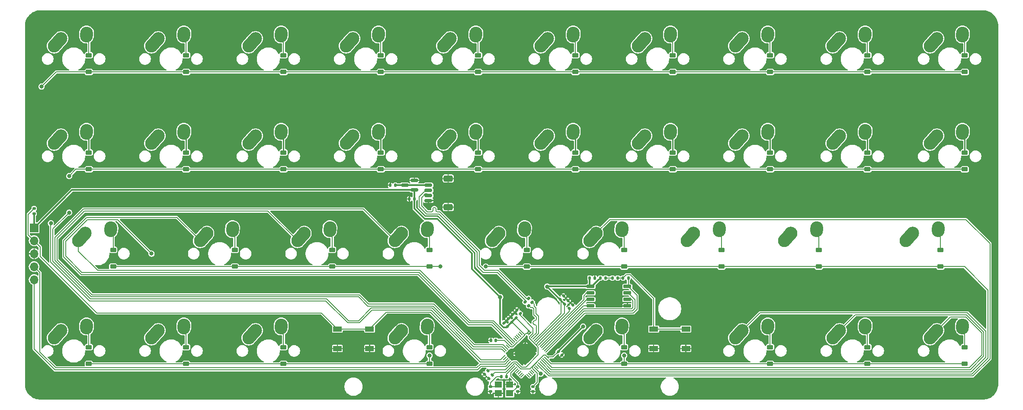
<source format=gbl>
%TF.GenerationSoftware,KiCad,Pcbnew,8.0.5*%
%TF.CreationDate,2024-10-22T20:48:17-04:00*%
%TF.ProjectId,alpha,616c7068-612e-46b6-9963-61645f706362,rev?*%
%TF.SameCoordinates,PX1c62fe0PY650e7e0*%
%TF.FileFunction,Copper,L2,Bot*%
%TF.FilePolarity,Positive*%
%FSLAX46Y46*%
G04 Gerber Fmt 4.6, Leading zero omitted, Abs format (unit mm)*
G04 Created by KiCad (PCBNEW 8.0.5) date 2024-10-22 20:48:17*
%MOMM*%
%LPD*%
G01*
G04 APERTURE LIST*
G04 Aperture macros list*
%AMRoundRect*
0 Rectangle with rounded corners*
0 $1 Rounding radius*
0 $2 $3 $4 $5 $6 $7 $8 $9 X,Y pos of 4 corners*
0 Add a 4 corners polygon primitive as box body*
4,1,4,$2,$3,$4,$5,$6,$7,$8,$9,$2,$3,0*
0 Add four circle primitives for the rounded corners*
1,1,$1+$1,$2,$3*
1,1,$1+$1,$4,$5*
1,1,$1+$1,$6,$7*
1,1,$1+$1,$8,$9*
0 Add four rect primitives between the rounded corners*
20,1,$1+$1,$2,$3,$4,$5,0*
20,1,$1+$1,$4,$5,$6,$7,0*
20,1,$1+$1,$6,$7,$8,$9,0*
20,1,$1+$1,$8,$9,$2,$3,0*%
%AMHorizOval*
0 Thick line with rounded ends*
0 $1 width*
0 $2 $3 position (X,Y) of the first rounded end (center of the circle)*
0 $4 $5 position (X,Y) of the second rounded end (center of the circle)*
0 Add line between two ends*
20,1,$1,$2,$3,$4,$5,0*
0 Add two circle primitives to create the rounded ends*
1,1,$1,$2,$3*
1,1,$1,$4,$5*%
%AMRotRect*
0 Rectangle, with rotation*
0 The origin of the aperture is its center*
0 $1 length*
0 $2 width*
0 $3 Rotation angle, in degrees counterclockwise*
0 Add horizontal line*
21,1,$1,$2,0,0,$3*%
G04 Aperture macros list end*
%TA.AperFunction,ComponentPad*%
%ADD10HorizOval,2.500000X0.656270X0.728862X-0.656270X-0.728862X0*%
%TD*%
%TA.AperFunction,ComponentPad*%
%ADD11C,2.500000*%
%TD*%
%TA.AperFunction,ComponentPad*%
%ADD12HorizOval,2.500000X0.020277X0.289981X-0.020277X-0.289981X0*%
%TD*%
%TA.AperFunction,SMDPad,CuDef*%
%ADD13RoundRect,0.140000X0.219203X0.021213X0.021213X0.219203X-0.219203X-0.021213X-0.021213X-0.219203X0*%
%TD*%
%TA.AperFunction,SMDPad,CuDef*%
%ADD14RoundRect,0.225000X0.375000X-0.225000X0.375000X0.225000X-0.375000X0.225000X-0.375000X-0.225000X0*%
%TD*%
%TA.AperFunction,SMDPad,CuDef*%
%ADD15RoundRect,0.140000X-0.021213X0.219203X-0.219203X0.021213X0.021213X-0.219203X0.219203X-0.021213X0*%
%TD*%
%TA.AperFunction,SMDPad,CuDef*%
%ADD16R,1.700000X1.000000*%
%TD*%
%TA.AperFunction,SMDPad,CuDef*%
%ADD17RoundRect,0.135000X-0.135000X-0.185000X0.135000X-0.185000X0.135000X0.185000X-0.135000X0.185000X0*%
%TD*%
%TA.AperFunction,SMDPad,CuDef*%
%ADD18RoundRect,0.140000X0.140000X0.170000X-0.140000X0.170000X-0.140000X-0.170000X0.140000X-0.170000X0*%
%TD*%
%TA.AperFunction,SMDPad,CuDef*%
%ADD19RoundRect,0.150000X0.650000X0.150000X-0.650000X0.150000X-0.650000X-0.150000X0.650000X-0.150000X0*%
%TD*%
%TA.AperFunction,SMDPad,CuDef*%
%ADD20RoundRect,0.140000X0.170000X-0.140000X0.170000X0.140000X-0.170000X0.140000X-0.170000X-0.140000X0*%
%TD*%
%TA.AperFunction,SMDPad,CuDef*%
%ADD21RoundRect,0.150000X0.587500X0.150000X-0.587500X0.150000X-0.587500X-0.150000X0.587500X-0.150000X0*%
%TD*%
%TA.AperFunction,SMDPad,CuDef*%
%ADD22R,1.400000X1.200000*%
%TD*%
%TA.AperFunction,SMDPad,CuDef*%
%ADD23RoundRect,0.135000X-0.226274X-0.035355X-0.035355X-0.226274X0.226274X0.035355X0.035355X0.226274X0*%
%TD*%
%TA.AperFunction,SMDPad,CuDef*%
%ADD24RoundRect,0.140000X0.021213X-0.219203X0.219203X-0.021213X-0.021213X0.219203X-0.219203X0.021213X0*%
%TD*%
%TA.AperFunction,ComponentPad*%
%ADD25R,1.700000X1.700000*%
%TD*%
%TA.AperFunction,ComponentPad*%
%ADD26O,1.700000X1.700000*%
%TD*%
%TA.AperFunction,SMDPad,CuDef*%
%ADD27RoundRect,0.140000X-0.170000X0.140000X-0.170000X-0.140000X0.170000X-0.140000X0.170000X0.140000X0*%
%TD*%
%TA.AperFunction,SMDPad,CuDef*%
%ADD28RoundRect,0.150000X-0.625000X0.150000X-0.625000X-0.150000X0.625000X-0.150000X0.625000X0.150000X0*%
%TD*%
%TA.AperFunction,SMDPad,CuDef*%
%ADD29RoundRect,0.250000X-0.650000X0.350000X-0.650000X-0.350000X0.650000X-0.350000X0.650000X0.350000X0*%
%TD*%
%TA.AperFunction,SMDPad,CuDef*%
%ADD30RoundRect,0.140000X-0.140000X-0.170000X0.140000X-0.170000X0.140000X0.170000X-0.140000X0.170000X0*%
%TD*%
%TA.AperFunction,SMDPad,CuDef*%
%ADD31RoundRect,0.135000X0.185000X-0.135000X0.185000X0.135000X-0.185000X0.135000X-0.185000X-0.135000X0*%
%TD*%
%TA.AperFunction,SMDPad,CuDef*%
%ADD32RoundRect,0.140000X-0.219203X-0.021213X-0.021213X-0.219203X0.219203X0.021213X0.021213X0.219203X0*%
%TD*%
%TA.AperFunction,SMDPad,CuDef*%
%ADD33RoundRect,0.050000X0.309359X-0.238649X-0.238649X0.309359X-0.309359X0.238649X0.238649X-0.309359X0*%
%TD*%
%TA.AperFunction,SMDPad,CuDef*%
%ADD34RoundRect,0.050000X0.309359X0.238649X0.238649X0.309359X-0.309359X-0.238649X-0.238649X-0.309359X0*%
%TD*%
%TA.AperFunction,HeatsinkPad*%
%ADD35C,0.500000*%
%TD*%
%TA.AperFunction,HeatsinkPad*%
%ADD36RotRect,3.200000X3.200000X135.000000*%
%TD*%
%TA.AperFunction,ViaPad*%
%ADD37C,0.800000*%
%TD*%
%TA.AperFunction,Conductor*%
%ADD38C,0.200000*%
%TD*%
%TA.AperFunction,Conductor*%
%ADD39C,0.400000*%
%TD*%
%TA.AperFunction,Conductor*%
%ADD40C,0.300000*%
%TD*%
%TA.AperFunction,Conductor*%
%ADD41C,0.250000*%
%TD*%
G04 APERTURE END LIST*
D10*
%TO.P,MX26,1,COL*%
%TO.N,COL 7*%
X130196157Y31843836D03*
D11*
X130849888Y32574976D03*
D12*
%TO.P,MX26,2,ROW*%
%TO.N,Net-(D26-A)*%
X135869889Y33364976D03*
%TD*%
D10*
%TO.P,MX27,1,COL*%
%TO.N,COL 8*%
X149246141Y31843836D03*
D11*
X149899872Y32574976D03*
D12*
%TO.P,MX27,2,ROW*%
%TO.N,Net-(D27-A)*%
X154919873Y33364976D03*
%TD*%
D10*
%TO.P,MX10,1,COL*%
%TO.N,COL 9*%
X177821118Y69943803D03*
D11*
X178474849Y70674943D03*
D12*
%TO.P,MX10,2,ROW*%
%TO.N,Net-(D10-A)*%
X183494850Y71464943D03*
%TD*%
D10*
%TO.P,MX36,1,COL*%
%TO.N,COL 9*%
X177821117Y12793852D03*
D11*
X178474848Y13524992D03*
D12*
%TO.P,MX36,2,ROW*%
%TO.N,Net-(D36-A)*%
X183494849Y14314992D03*
%TD*%
D10*
%TO.P,MX32,1,COL*%
%TO.N,COL 4*%
X73046205Y12793852D03*
D11*
X73699936Y13524992D03*
D12*
%TO.P,MX32,2,ROW*%
%TO.N,Net-(D32-A)*%
X78719937Y14314992D03*
%TD*%
D10*
%TO.P,MX2,1,COL*%
%TO.N,COL 1*%
X25421245Y69943803D03*
D11*
X26074976Y70674943D03*
D12*
%TO.P,MX2,2,ROW*%
%TO.N,Net-(D2-A)*%
X31094977Y71464943D03*
%TD*%
D10*
%TO.P,MX20,1,COL*%
%TO.N,COL 0*%
X11113909Y31843836D03*
D11*
X11767640Y32574976D03*
D12*
%TO.P,MX20,2,ROW*%
%TO.N,Net-(D20-A)*%
X16787640Y33364976D03*
%TD*%
D10*
%TO.P,MX11,1,COL*%
%TO.N,COL 0*%
X6371261Y50893821D03*
D11*
X7024992Y51624961D03*
D12*
%TO.P,MX11,2,ROW*%
%TO.N,Net-(D11-A)*%
X12044993Y52414961D03*
%TD*%
D10*
%TO.P,MX24,1,COL*%
%TO.N,COL 5*%
X92096189Y31843835D03*
D11*
X92749920Y32574975D03*
D12*
%TO.P,MX24,2,ROW*%
%TO.N,Net-(D24-A)*%
X97769921Y33364975D03*
%TD*%
D10*
%TO.P,MX34,1,COL*%
%TO.N,COL 7*%
X139721148Y12793852D03*
D11*
X140374879Y13524992D03*
D12*
%TO.P,MX34,2,ROW*%
%TO.N,Net-(D34-A)*%
X145394880Y14314992D03*
%TD*%
D10*
%TO.P,MX19,1,COL*%
%TO.N,COL 9*%
X177821117Y50893820D03*
D11*
X178474848Y51624960D03*
D12*
%TO.P,MX19,2,ROW*%
%TO.N,Net-(D19-A)*%
X183494849Y52414960D03*
%TD*%
D10*
%TO.P,MX22,1,COL*%
%TO.N,COL 3*%
X53996221Y31843835D03*
D11*
X54649952Y32574975D03*
D12*
%TO.P,MX22,2,ROW*%
%TO.N,Net-(D22-A)*%
X59669953Y33364975D03*
%TD*%
D10*
%TO.P,MX23,1,COL*%
%TO.N,COL 4*%
X73046205Y31843835D03*
D11*
X73699936Y32574975D03*
D12*
%TO.P,MX23,2,ROW*%
%TO.N,Net-(D23-A)*%
X78719937Y33364975D03*
%TD*%
D10*
%TO.P,MX3,1,COL*%
%TO.N,COL 2*%
X44471228Y69943803D03*
D11*
X45124959Y70674943D03*
D12*
%TO.P,MX3,2,ROW*%
%TO.N,Net-(D3-A)*%
X50144960Y71464943D03*
%TD*%
D10*
%TO.P,MX30,1,COL*%
%TO.N,COL 1*%
X25421245Y12793852D03*
D11*
X26074976Y13524992D03*
D12*
%TO.P,MX30,2,ROW*%
%TO.N,Net-(D30-A)*%
X31094977Y14314992D03*
%TD*%
D10*
%TO.P,MX15,1,COL*%
%TO.N,COL 4*%
X82571197Y50893821D03*
D11*
X83224928Y51624961D03*
D12*
%TO.P,MX15,2,ROW*%
%TO.N,Net-(D15-A)*%
X88244929Y52414961D03*
%TD*%
D10*
%TO.P,MX1,1,COL*%
%TO.N,COL 0*%
X6371261Y69943803D03*
D11*
X7024992Y70674943D03*
D12*
%TO.P,MX1,2,ROW*%
%TO.N,Net-(D1-A)*%
X12044993Y71464943D03*
%TD*%
D10*
%TO.P,MX4,1,COL*%
%TO.N,COL 3*%
X63521212Y69943803D03*
D11*
X64174943Y70674943D03*
D12*
%TO.P,MX4,2,ROW*%
%TO.N,Net-(D4-A)*%
X69194944Y71464943D03*
%TD*%
D10*
%TO.P,MX6,1,COL*%
%TO.N,COL 5*%
X101621181Y69943803D03*
D11*
X102274912Y70674943D03*
D12*
%TO.P,MX6,2,ROW*%
%TO.N,Net-(D6-A)*%
X107294913Y71464943D03*
%TD*%
D10*
%TO.P,MX5,1,COL*%
%TO.N,COL 4*%
X82571197Y69943803D03*
D11*
X83224928Y70674943D03*
D12*
%TO.P,MX5,2,ROW*%
%TO.N,Net-(D5-A)*%
X88244929Y71464943D03*
%TD*%
D10*
%TO.P,MX14,1,COL*%
%TO.N,COL 3*%
X63521213Y50893821D03*
D11*
X64174944Y51624961D03*
D12*
%TO.P,MX14,2,ROW*%
%TO.N,Net-(D14-A)*%
X69194945Y52414961D03*
%TD*%
D10*
%TO.P,MX35,1,COL*%
%TO.N,COL 8*%
X158771133Y12793852D03*
D11*
X159424864Y13524992D03*
D12*
%TO.P,MX35,2,ROW*%
%TO.N,Net-(D35-A)*%
X164444865Y14314992D03*
%TD*%
D10*
%TO.P,MX8,1,COL*%
%TO.N,COL 7*%
X139721149Y69943803D03*
D11*
X140374880Y70674943D03*
D12*
%TO.P,MX8,2,ROW*%
%TO.N,Net-(D8-A)*%
X145394881Y71464943D03*
%TD*%
D10*
%TO.P,MX7,1,COL*%
%TO.N,COL 6*%
X120671165Y69943803D03*
D11*
X121324896Y70674943D03*
D12*
%TO.P,MX7,2,ROW*%
%TO.N,Net-(D7-A)*%
X126344897Y71464943D03*
%TD*%
D10*
%TO.P,MX16,1,COL*%
%TO.N,COL 5*%
X101621180Y50893820D03*
D11*
X102274911Y51624960D03*
D12*
%TO.P,MX16,2,ROW*%
%TO.N,Net-(D16-A)*%
X107294912Y52414960D03*
%TD*%
D10*
%TO.P,MX12,1,COL*%
%TO.N,COL 1*%
X25421245Y50893820D03*
D11*
X26074976Y51624960D03*
D12*
%TO.P,MX12,2,ROW*%
%TO.N,Net-(D12-A)*%
X31094977Y52414960D03*
%TD*%
D10*
%TO.P,MX28,1,COL*%
%TO.N,COL 9*%
X173058621Y31843836D03*
D11*
X173712352Y32574976D03*
D12*
%TO.P,MX28,2,ROW*%
%TO.N,Net-(D28-A)*%
X178732352Y33364976D03*
%TD*%
D10*
%TO.P,MX9,1,COL*%
%TO.N,COL 8*%
X158771133Y69943803D03*
D11*
X159424864Y70674943D03*
D12*
%TO.P,MX9,2,ROW*%
%TO.N,Net-(D9-A)*%
X164444865Y71464943D03*
%TD*%
D10*
%TO.P,MX21,1,COL*%
%TO.N,COL 2*%
X34946237Y31843836D03*
D11*
X35599968Y32574976D03*
D12*
%TO.P,MX21,2,ROW*%
%TO.N,Net-(D21-A)*%
X40619969Y33364976D03*
%TD*%
D10*
%TO.P,MX29,1,COL*%
%TO.N,COL 0*%
X6371261Y12793852D03*
D11*
X7024992Y13524992D03*
D12*
%TO.P,MX29,2,ROW*%
%TO.N,Net-(D29-A)*%
X12044993Y14314992D03*
%TD*%
D10*
%TO.P,MX33,1,COL*%
%TO.N,COL 5*%
X111146173Y12793852D03*
D11*
X111799904Y13524992D03*
D12*
%TO.P,MX33,2,ROW*%
%TO.N,Net-(D33-A)*%
X116819905Y14314992D03*
%TD*%
D10*
%TO.P,MX31,1,COL*%
%TO.N,COL 2*%
X44471229Y12793852D03*
D11*
X45124960Y13524992D03*
D12*
%TO.P,MX31,2,ROW*%
%TO.N,Net-(D31-A)*%
X50144961Y14314992D03*
%TD*%
D10*
%TO.P,MX17,1,COL*%
%TO.N,COL 6*%
X120671165Y50893820D03*
D11*
X121324896Y51624960D03*
D12*
%TO.P,MX17,2,ROW*%
%TO.N,Net-(D17-A)*%
X126344897Y52414960D03*
%TD*%
D10*
%TO.P,MX13,1,COL*%
%TO.N,COL 2*%
X44471229Y50893820D03*
D11*
X45124960Y51624960D03*
D12*
%TO.P,MX13,2,ROW*%
%TO.N,Net-(D13-A)*%
X50144961Y52414960D03*
%TD*%
D10*
%TO.P,MX25,1,COL*%
%TO.N,COL 6*%
X111146173Y31843836D03*
D11*
X111799904Y32574976D03*
D12*
%TO.P,MX25,2,ROW*%
%TO.N,Net-(D25-A)*%
X116819905Y33364976D03*
%TD*%
D10*
%TO.P,MX37,1,COL*%
%TO.N,COL 8*%
X158771133Y50893820D03*
D11*
X159424864Y51624960D03*
D12*
%TO.P,MX37,2,ROW*%
%TO.N,Net-(D37-A)*%
X164444865Y52414960D03*
%TD*%
D10*
%TO.P,MX18,1,COL*%
%TO.N,COL 7*%
X139721149Y50893820D03*
D11*
X140374880Y51624960D03*
D12*
%TO.P,MX18,2,ROW*%
%TO.N,Net-(D18-A)*%
X145394881Y52414960D03*
%TD*%
D13*
%TO.P,C_3V-Decoup1,1*%
%TO.N,+3V3*%
X94408022Y14338557D03*
%TO.P,C_3V-Decoup1,2*%
%TO.N,GND*%
X93729200Y15017379D03*
%TD*%
D14*
%TO.P,D28,1,K*%
%TO.N,ROW 2*%
X179188912Y26032008D03*
%TO.P,D28,2,A*%
%TO.N,Net-(D28-A)*%
X179188912Y29332008D03*
%TD*%
%TO.P,D30,1,K*%
%TO.N,ROW 3*%
X31551536Y6982023D03*
%TO.P,D30,2,A*%
%TO.N,Net-(D30-A)*%
X31551536Y10282023D03*
%TD*%
D15*
%TO.P,C_3V-Decoup6,1*%
%TO.N,+3V3*%
X91422147Y4804250D03*
%TO.P,C_3V-Decoup6,2*%
%TO.N,GND*%
X90743325Y4125428D03*
%TD*%
D14*
%TO.P,D11,1,K*%
%TO.N,ROW 1*%
X12501552Y45081994D03*
%TO.P,D11,2,A*%
%TO.N,Net-(D11-A)*%
X12501552Y48381994D03*
%TD*%
D16*
%TO.P,SW2,1,1*%
%TO.N,GND*%
X123056146Y10006239D03*
X129356144Y10006239D03*
%TO.P,SW2,2,2*%
%TO.N,Net-(R_Flash2-Pad2)*%
X123056146Y13806239D03*
X129356144Y13806239D03*
%TD*%
D14*
%TO.P,D36,1,K*%
%TO.N,ROW 3*%
X183951408Y6982023D03*
%TO.P,D36,2,A*%
%TO.N,Net-(D36-A)*%
X183951408Y10282023D03*
%TD*%
D17*
%TO.P,R_Crystal1,1*%
%TO.N,Net-(C_Crystal2-Pad2)*%
X93251641Y4464839D03*
%TO.P,R_Crystal1,2*%
%TO.N,XTAL_OUT*%
X94271639Y4464839D03*
%TD*%
D18*
%TO.P,C_LD2,1*%
%TO.N,+3V3*%
X76199937Y39290591D03*
%TO.P,C_LD2,2*%
%TO.N,GND*%
X75239937Y39290591D03*
%TD*%
D14*
%TO.P,D33,1,K*%
%TO.N,ROW 3*%
X117276464Y6982023D03*
%TO.P,D33,2,A*%
%TO.N,Net-(D33-A)*%
X117276464Y10282023D03*
%TD*%
D19*
%TO.P,U2,1,~{CS}*%
%TO.N,CS*%
X117899904Y22145608D03*
%TO.P,U2,2,DO(IO1)*%
%TO.N,SD1*%
X117899904Y20875608D03*
%TO.P,U2,3,IO2*%
%TO.N,SD2*%
X117899904Y19605608D03*
%TO.P,U2,4,GND*%
%TO.N,GND*%
X117899904Y18335608D03*
%TO.P,U2,5,DI(IO0)*%
%TO.N,SD0*%
X110699904Y18335608D03*
%TO.P,U2,6,CLK*%
%TO.N,QSPI_CLK*%
X110699904Y19605608D03*
%TO.P,U2,7,IO3*%
%TO.N,SD3*%
X110699904Y20875608D03*
%TO.P,U2,8,VCC*%
%TO.N,+3V3*%
X110699904Y22145608D03*
%TD*%
D14*
%TO.P,D4,1,K*%
%TO.N,ROW 0*%
X69651504Y64131975D03*
%TO.P,D4,2,A*%
%TO.N,Net-(D4-A)*%
X69651504Y67431975D03*
%TD*%
D17*
%TO.P,R_Flash2,1*%
%TO.N,Net-(R_Flash1-Pad2)*%
X114980529Y23812479D03*
%TO.P,R_Flash2,2*%
%TO.N,Net-(R_Flash2-Pad2)*%
X116000527Y23812479D03*
%TD*%
D18*
%TO.P,C_LD1,1*%
%TO.N,+5V*%
X72468219Y41981215D03*
%TO.P,C_LD1,2*%
%TO.N,GND*%
X71508219Y41981215D03*
%TD*%
D14*
%TO.P,D2,1,K*%
%TO.N,ROW 0*%
X31551536Y64131976D03*
%TO.P,D2,2,A*%
%TO.N,Net-(D2-A)*%
X31551536Y67431976D03*
%TD*%
D13*
%TO.P,C_3V-Decoup2,1*%
%TO.N,+3V3*%
X96091818Y16022353D03*
%TO.P,C_3V-Decoup2,2*%
%TO.N,GND*%
X95412996Y16701175D03*
%TD*%
D14*
%TO.P,D21,1,K*%
%TO.N,ROW 2*%
X41076528Y26032008D03*
%TO.P,D21,2,A*%
%TO.N,Net-(D21-A)*%
X41076528Y29332008D03*
%TD*%
%TO.P,D9,1,K*%
%TO.N,ROW 0*%
X164901424Y64131976D03*
%TO.P,D9,2,A*%
%TO.N,Net-(D9-A)*%
X164901424Y67431976D03*
%TD*%
D20*
%TO.P,C_Crystal1,1*%
%TO.N,GND*%
X96440544Y1603591D03*
%TO.P,C_Crystal1,2*%
%TO.N,XTAL_IN*%
X96440544Y2563591D03*
%TD*%
D14*
%TO.P,D27,1,K*%
%TO.N,ROW 2*%
X155376432Y26032007D03*
%TO.P,D27,2,A*%
%TO.N,Net-(D27-A)*%
X155376432Y29332007D03*
%TD*%
%TO.P,D24,1,K*%
%TO.N,ROW 2*%
X98226480Y26032007D03*
%TO.P,D24,2,A*%
%TO.N,Net-(D24-A)*%
X98226480Y29332007D03*
%TD*%
D21*
%TO.P,U3,1,GND*%
%TO.N,GND*%
X76199936Y42931215D03*
%TO.P,U3,2,VO*%
%TO.N,+3V3*%
X76199936Y41031215D03*
%TO.P,U3,3,VI*%
%TO.N,+5V*%
X74324935Y41981215D03*
%TD*%
D14*
%TO.P,D13,1,K*%
%TO.N,ROW 1*%
X50601520Y45081993D03*
%TO.P,D13,2,A*%
%TO.N,Net-(D13-A)*%
X50601520Y48381993D03*
%TD*%
D22*
%TO.P,Y1,1,1*%
%TO.N,Net-(C_Crystal2-Pad2)*%
X92661640Y2933591D03*
%TO.P,Y1,2,2*%
%TO.N,GND*%
X94861640Y2933591D03*
%TO.P,Y1,3,3*%
%TO.N,XTAL_IN*%
X94861640Y1233591D03*
%TO.P,Y1,4,4*%
%TO.N,GND*%
X92661640Y1233591D03*
%TD*%
D23*
%TO.P,R_DATA2,1*%
%TO.N,D-*%
X97865856Y19112952D03*
%TO.P,R_DATA2,2*%
%TO.N,Net-(U1-USB_DM)*%
X98587104Y18391704D03*
%TD*%
D24*
%TO.P,C_3V-Decoup9,1*%
%TO.N,+3V3*%
X105626125Y18710572D03*
%TO.P,C_3V-Decoup9,2*%
%TO.N,GND*%
X106304947Y19389394D03*
%TD*%
D25*
%TO.P,J2,1,Pin_1*%
%TO.N,+3V3*%
X1785936Y33649975D03*
D26*
%TO.P,J2,2,Pin_2*%
%TO.N,RESET*%
X1785936Y31109975D03*
%TO.P,J2,3,Pin_3*%
%TO.N,GND*%
X1785936Y28569976D03*
%TO.P,J2,4,Pin_4*%
%TO.N,SWDIO*%
X1785936Y26029975D03*
%TO.P,J2,5,Pin_5*%
%TO.N,SWCLK*%
X1785936Y23489975D03*
%TD*%
D14*
%TO.P,D31,1,K*%
%TO.N,ROW 3*%
X50601520Y6982023D03*
%TO.P,D31,2,A*%
%TO.N,Net-(D31-A)*%
X50601520Y10282023D03*
%TD*%
%TO.P,D18,1,K*%
%TO.N,ROW 1*%
X145851439Y45081993D03*
%TO.P,D18,2,A*%
%TO.N,Net-(D18-A)*%
X145851439Y48381993D03*
%TD*%
D27*
%TO.P,C_3V-Decoup4,1*%
%TO.N,+3V3*%
X99417104Y2563591D03*
%TO.P,C_3V-Decoup4,2*%
%TO.N,GND*%
X99417104Y1603591D03*
%TD*%
D14*
%TO.P,D14,1,K*%
%TO.N,ROW 1*%
X69651504Y45081993D03*
%TO.P,D14,2,A*%
%TO.N,Net-(D14-A)*%
X69651504Y48381993D03*
%TD*%
%TO.P,D7,1,K*%
%TO.N,ROW 0*%
X126801456Y64131976D03*
%TO.P,D7,2,A*%
%TO.N,Net-(D7-A)*%
X126801456Y67431976D03*
%TD*%
%TO.P,D35,1,K*%
%TO.N,ROW 3*%
X164901424Y6982023D03*
%TO.P,D35,2,A*%
%TO.N,Net-(D35-A)*%
X164901424Y10282023D03*
%TD*%
%TO.P,D34,1,K*%
%TO.N,ROW 3*%
X145851440Y6982023D03*
%TO.P,D34,2,A*%
%TO.N,Net-(D34-A)*%
X145851440Y10282023D03*
%TD*%
%TO.P,D1,1,K*%
%TO.N,ROW 0*%
X12501552Y64131976D03*
%TO.P,D1,2,A*%
%TO.N,Net-(D1-A)*%
X12501552Y67431976D03*
%TD*%
%TO.P,D29,1,K*%
%TO.N,ROW 3*%
X12501552Y6982023D03*
%TO.P,D29,2,A*%
%TO.N,Net-(D29-A)*%
X12501552Y10282023D03*
%TD*%
%TO.P,D20,1,K*%
%TO.N,ROW 2*%
X17264048Y26032008D03*
%TO.P,D20,2,A*%
%TO.N,Net-(D20-A)*%
X17264048Y29332008D03*
%TD*%
%TO.P,D5,1,K*%
%TO.N,ROW 0*%
X88701488Y64131975D03*
%TO.P,D5,2,A*%
%TO.N,Net-(D5-A)*%
X88701488Y67431975D03*
%TD*%
%TO.P,D26,1,K*%
%TO.N,ROW 2*%
X136326448Y26032007D03*
%TO.P,D26,2,A*%
%TO.N,Net-(D26-A)*%
X136326448Y29332007D03*
%TD*%
%TO.P,D8,1,K*%
%TO.N,ROW 0*%
X145851440Y64131976D03*
%TO.P,D8,2,A*%
%TO.N,Net-(D8-A)*%
X145851440Y67431976D03*
%TD*%
D18*
%TO.P,C_3V-Decoup8,1*%
%TO.N,+3V3*%
X92158048Y11608583D03*
%TO.P,C_3V-Decoup8,2*%
%TO.N,GND*%
X91198048Y11608583D03*
%TD*%
D20*
%TO.P,C_Crystal2,1*%
%TO.N,GND*%
X91082737Y1603591D03*
%TO.P,C_Crystal2,2*%
%TO.N,Net-(C_Crystal2-Pad2)*%
X91082737Y2563591D03*
%TD*%
D24*
%TO.P,C_3V-Decoup3,1*%
%TO.N,+3V3*%
X104733157Y19603540D03*
%TO.P,C_3V-Decoup3,2*%
%TO.N,GND*%
X105411979Y20282362D03*
%TD*%
D14*
%TO.P,D12,1,K*%
%TO.N,ROW 1*%
X31551536Y45081993D03*
%TO.P,D12,2,A*%
%TO.N,Net-(D12-A)*%
X31551536Y48381993D03*
%TD*%
%TO.P,D6,1,K*%
%TO.N,ROW 0*%
X107751472Y64131975D03*
%TO.P,D6,2,A*%
%TO.N,Net-(D6-A)*%
X107751472Y67431975D03*
%TD*%
D17*
%TO.P,R_Flash1,1*%
%TO.N,+3V3*%
X112599281Y23812479D03*
%TO.P,R_Flash1,2*%
%TO.N,Net-(R_Flash1-Pad2)*%
X113619279Y23812479D03*
%TD*%
D28*
%TO.P,J1,1,Pin_1*%
%TO.N,+5V*%
X78962432Y41981215D03*
%TO.P,J1,2,Pin_2*%
%TO.N,D-*%
X78962432Y40981215D03*
%TO.P,J1,3,Pin_3*%
%TO.N,D+*%
X78962432Y39981215D03*
%TO.P,J1,4,Pin_4*%
%TO.N,GND*%
X78962432Y38981215D03*
D29*
%TO.P,J1,MP,MP*%
X82837432Y43281215D03*
X82837432Y37681215D03*
%TD*%
D14*
%TO.P,D37,1,K*%
%TO.N,ROW 1*%
X164901424Y45081993D03*
%TO.P,D37,2,A*%
%TO.N,Net-(D37-A)*%
X164901424Y48381993D03*
%TD*%
%TO.P,D25,1,K*%
%TO.N,ROW 2*%
X117276464Y26032007D03*
%TO.P,D25,2,A*%
%TO.N,Net-(D25-A)*%
X117276464Y29332007D03*
%TD*%
D13*
%TO.P,C_1V-Decoup3,1*%
%TO.N,+1V1*%
X96933716Y16864251D03*
%TO.P,C_1V-Decoup3,2*%
%TO.N,GND*%
X96254894Y17543073D03*
%TD*%
D23*
%TO.P,R_DATA1,1*%
%TO.N,D+*%
X98557604Y19804699D03*
%TO.P,R_DATA1,2*%
%TO.N,Net-(U1-USB_DP)*%
X99278852Y19083451D03*
%TD*%
D14*
%TO.P,D17,1,K*%
%TO.N,ROW 1*%
X126801456Y45081992D03*
%TO.P,D17,2,A*%
%TO.N,Net-(D17-A)*%
X126801456Y48381992D03*
%TD*%
D30*
%TO.P,C_Flash1,1*%
%TO.N,+3V3*%
X110545688Y23812479D03*
%TO.P,C_Flash1,2*%
%TO.N,GND*%
X111505688Y23812479D03*
%TD*%
D31*
%TO.P,R_RST1,1*%
%TO.N,+3V3*%
X1785936Y36399345D03*
%TO.P,R_RST1,2*%
%TO.N,RESET*%
X1785936Y37419343D03*
%TD*%
D14*
%TO.P,D23,1,K*%
%TO.N,ROW 2*%
X79176496Y26032007D03*
%TO.P,D23,2,A*%
%TO.N,Net-(D23-A)*%
X79176496Y29332007D03*
%TD*%
%TO.P,D22,1,K*%
%TO.N,ROW 2*%
X60126511Y26032007D03*
%TO.P,D22,2,A*%
%TO.N,Net-(D22-A)*%
X60126511Y29332007D03*
%TD*%
%TO.P,D15,1,K*%
%TO.N,ROW 1*%
X88701488Y45081993D03*
%TO.P,D15,2,A*%
%TO.N,Net-(D15-A)*%
X88701488Y48381993D03*
%TD*%
D32*
%TO.P,C_3V-Decoup5,1*%
%TO.N,+3V3*%
X104375116Y9422851D03*
%TO.P,C_3V-Decoup5,2*%
%TO.N,GND*%
X105053938Y8744029D03*
%TD*%
D13*
%TO.P,C_3V-Decoup7,1*%
%TO.N,+3V3*%
X95249920Y15180455D03*
%TO.P,C_3V-Decoup7,2*%
%TO.N,GND*%
X94571098Y15859277D03*
%TD*%
D14*
%TO.P,D19,1,K*%
%TO.N,ROW 1*%
X183951408Y45081993D03*
%TO.P,D19,2,A*%
%TO.N,Net-(D19-A)*%
X183951408Y48381993D03*
%TD*%
%TO.P,D10,1,K*%
%TO.N,ROW 0*%
X183951408Y64131976D03*
%TO.P,D10,2,A*%
%TO.N,Net-(D10-A)*%
X183951408Y67431976D03*
%TD*%
D24*
%TO.P,C_1V-Decoup2,1*%
%TO.N,+1V1*%
X106519093Y17817604D03*
%TO.P,C_1V-Decoup2,2*%
%TO.N,GND*%
X107197915Y18496426D03*
%TD*%
D14*
%TO.P,D32,1,K*%
%TO.N,ROW 3*%
X79176496Y6982023D03*
%TO.P,D32,2,A*%
%TO.N,Net-(D32-A)*%
X79176496Y10282023D03*
%TD*%
D16*
%TO.P,SW1,1,1*%
%TO.N,GND*%
X61143697Y10006239D03*
X67443695Y10006239D03*
%TO.P,SW1,2,2*%
%TO.N,RESET*%
X61143697Y13806239D03*
X67443695Y13806239D03*
%TD*%
D33*
%TO.P,U1,1,IOVDD*%
%TO.N,+3V3*%
X102197981Y8337477D03*
%TO.P,U1,2,GPIO0*%
%TO.N,ROW 3*%
X101915138Y8054634D03*
%TO.P,U1,3,GPIO1*%
%TO.N,COL 9*%
X101632296Y7771792D03*
%TO.P,U1,4,GPIO2*%
%TO.N,COL 8*%
X101349453Y7488949D03*
%TO.P,U1,5,GPIO3*%
%TO.N,COL 7*%
X101066610Y7206106D03*
%TO.P,U1,6,GPIO4*%
%TO.N,ROW 2*%
X100783768Y6923264D03*
%TO.P,U1,7,GPIO5*%
%TO.N,COL 6*%
X100500925Y6640421D03*
%TO.P,U1,8,GPIO6*%
%TO.N,unconnected-(U1-GPIO6-Pad8)*%
X100218082Y6357578D03*
%TO.P,U1,9,GPIO7*%
%TO.N,COL 5*%
X99935239Y6074735D03*
%TO.P,U1,10,IOVDD*%
%TO.N,+3V3*%
X99652397Y5791893D03*
%TO.P,U1,11,GPIO8*%
%TO.N,unconnected-(U1-GPIO8-Pad11)*%
X99369554Y5509050D03*
%TO.P,U1,12,GPIO9*%
%TO.N,unconnected-(U1-GPIO9-Pad12)*%
X99086711Y5226207D03*
%TO.P,U1,13,GPIO10*%
%TO.N,unconnected-(U1-GPIO10-Pad13)*%
X98803869Y4943365D03*
%TO.P,U1,14,GPIO11*%
%TO.N,unconnected-(U1-GPIO11-Pad14)*%
X98521026Y4660522D03*
D34*
%TO.P,U1,15,GPIO12*%
%TO.N,unconnected-(U1-GPIO12-Pad15)*%
X97336622Y4660522D03*
%TO.P,U1,16,GPIO13*%
%TO.N,unconnected-(U1-GPIO13-Pad16)*%
X97053779Y4943365D03*
%TO.P,U1,17,GPIO14*%
%TO.N,unconnected-(U1-GPIO14-Pad17)*%
X96770937Y5226207D03*
%TO.P,U1,18,GPIO15*%
%TO.N,unconnected-(U1-GPIO15-Pad18)*%
X96488094Y5509050D03*
%TO.P,U1,19,TESTEN*%
%TO.N,GND*%
X96205251Y5791893D03*
%TO.P,U1,20,XIN*%
%TO.N,XTAL_IN*%
X95922409Y6074735D03*
%TO.P,U1,21,XOUT*%
%TO.N,XTAL_OUT*%
X95639566Y6357578D03*
%TO.P,U1,22,IOVDD*%
%TO.N,+3V3*%
X95356723Y6640421D03*
%TO.P,U1,23,DVDD*%
%TO.N,+1V1*%
X95073880Y6923264D03*
%TO.P,U1,24,SWCLK*%
%TO.N,SWCLK*%
X94791038Y7206106D03*
%TO.P,U1,25,SWD*%
%TO.N,SWDIO*%
X94508195Y7488949D03*
%TO.P,U1,26,RUN*%
%TO.N,RESET*%
X94225352Y7771792D03*
%TO.P,U1,27,GPIO16*%
%TO.N,unconnected-(U1-GPIO16-Pad27)*%
X93942510Y8054634D03*
%TO.P,U1,28,GPIO17*%
%TO.N,ROW 0*%
X93659667Y8337477D03*
D33*
%TO.P,U1,29,GPIO18*%
%TO.N,ROW 1*%
X93659667Y9521881D03*
%TO.P,U1,30,GPIO19*%
%TO.N,COL 4*%
X93942510Y9804724D03*
%TO.P,U1,31,GPIO20*%
%TO.N,COL 3*%
X94225352Y10087566D03*
%TO.P,U1,32,GPIO21*%
%TO.N,unconnected-(U1-GPIO21-Pad32)*%
X94508195Y10370409D03*
%TO.P,U1,33,IOVDD*%
%TO.N,+3V3*%
X94791038Y10653252D03*
%TO.P,U1,34,GPIO22*%
%TO.N,COL 2*%
X95073880Y10936094D03*
%TO.P,U1,35,GPIO23*%
%TO.N,COL 1*%
X95356723Y11218937D03*
%TO.P,U1,36,GPIO24*%
%TO.N,COL 0*%
X95639566Y11501780D03*
%TO.P,U1,37,GPIO25*%
%TO.N,unconnected-(U1-GPIO25-Pad37)*%
X95922409Y11784623D03*
%TO.P,U1,38,GPIO26_ADC0*%
%TO.N,unconnected-(U1-GPIO26_ADC0-Pad38)*%
X96205251Y12067465D03*
%TO.P,U1,39,GPIO27_ADC1*%
%TO.N,unconnected-(U1-GPIO27_ADC1-Pad39)*%
X96488094Y12350308D03*
%TO.P,U1,40,GPIO28_ADC2*%
%TO.N,unconnected-(U1-GPIO28_ADC2-Pad40)*%
X96770937Y12633151D03*
%TO.P,U1,41,GPIO29_ADC3*%
%TO.N,unconnected-(U1-GPIO29_ADC3-Pad41)*%
X97053779Y12915993D03*
%TO.P,U1,42,IOVDD*%
%TO.N,+3V3*%
X97336622Y13198836D03*
D34*
%TO.P,U1,43,ADC_AVDD*%
X98521026Y13198836D03*
%TO.P,U1,44,VREG_IN*%
X98803869Y12915993D03*
%TO.P,U1,45,VREG_VOUT*%
%TO.N,+1V1*%
X99086711Y12633151D03*
%TO.P,U1,46,USB_DM*%
%TO.N,Net-(U1-USB_DM)*%
X99369554Y12350308D03*
%TO.P,U1,47,USB_DP*%
%TO.N,Net-(U1-USB_DP)*%
X99652397Y12067465D03*
%TO.P,U1,48,USB_VDD*%
%TO.N,+3V3*%
X99935239Y11784623D03*
%TO.P,U1,49,IOVDD*%
X100218082Y11501780D03*
%TO.P,U1,50,DVDD*%
%TO.N,+1V1*%
X100500925Y11218937D03*
%TO.P,U1,51,QSPI_SD3*%
%TO.N,SD3*%
X100783768Y10936094D03*
%TO.P,U1,52,QSPI_SCLK*%
%TO.N,QSPI_CLK*%
X101066610Y10653252D03*
%TO.P,U1,53,QSPI_SD0*%
%TO.N,SD0*%
X101349453Y10370409D03*
%TO.P,U1,54,QSPI_SD2*%
%TO.N,SD2*%
X101632296Y10087566D03*
%TO.P,U1,55,QSPI_SD1*%
%TO.N,SD1*%
X101915138Y9804724D03*
%TO.P,U1,56,QSPI_SS*%
%TO.N,CS*%
X102197981Y9521881D03*
D35*
%TO.P,U1,57,GND*%
%TO.N,GND*%
X97928824Y7020491D03*
X99838012Y8929679D03*
D36*
X97928824Y8929679D03*
X97928824Y8929679D03*
D35*
X96019636Y8929679D03*
X97928824Y10838867D03*
%TD*%
D14*
%TO.P,D3,1,K*%
%TO.N,ROW 0*%
X50601520Y64131976D03*
%TO.P,D3,2,A*%
%TO.N,Net-(D3-A)*%
X50601520Y67431976D03*
%TD*%
D15*
%TO.P,C_1V-Decoup1,1*%
%TO.N,+1V1*%
X90580248Y5646149D03*
%TO.P,C_1V-Decoup1,2*%
%TO.N,GND*%
X89901426Y4967327D03*
%TD*%
D14*
%TO.P,D16,1,K*%
%TO.N,ROW 1*%
X107751472Y45081992D03*
%TO.P,D16,2,A*%
%TO.N,Net-(D16-A)*%
X107751472Y48381992D03*
%TD*%
D17*
%TO.P,R_Flash3,1*%
%TO.N,Net-(R_Flash2-Pad2)*%
X117064121Y23812479D03*
%TO.P,R_Flash3,2*%
%TO.N,CS*%
X118084119Y23812479D03*
%TD*%
D37*
%TO.N,ROW 0*%
X3219993Y61262913D03*
X5060152Y34528096D03*
%TO.N,ROW 1*%
X8632024Y36611688D03*
X8632024Y43755432D03*
%TO.N,ROW 2*%
X90189768Y26032007D03*
X81260088Y26032007D03*
%TO.N,ROW 3*%
X117276464Y8632023D03*
X79176496Y8632023D03*
%TO.N,COL 1*%
X24764976Y28574976D03*
%TO.N,COL 5*%
X100949823Y5060151D03*
%TO.N,GND*%
X96142888Y19347640D03*
X72925720Y39290592D03*
X123056146Y10006239D03*
X74116344Y39290592D03*
X129356144Y10006239D03*
X61143697Y10006239D03*
X64293696Y11906240D03*
X67443695Y10006239D03*
X94356952Y17561703D03*
X116085840Y18752328D03*
X95249920Y18454671D03*
X88999144Y11608584D03*
X90189768Y11608584D03*
X114895216Y18752328D03*
X126206144Y11906240D03*
%TO.N,+3V3*%
X109239752Y14287487D03*
X93017253Y20092027D03*
X102203081Y22133617D03*
%TD*%
D38*
%TO.N,ROW 0*%
X5050776Y26887294D02*
X5050776Y34518720D01*
X89257798Y7748431D02*
X93070621Y7748431D01*
X164901424Y64131976D02*
X183951407Y64131975D01*
X94017163Y8694973D02*
X93070621Y7748431D01*
X79494526Y17511704D02*
X67905858Y17511704D01*
X145851440Y64131976D02*
X164901424Y64131976D01*
X12614178Y19323892D02*
X5050776Y26887294D01*
X93659667Y8337477D02*
X94017163Y8694973D01*
X65430246Y15036092D02*
X63157124Y15036092D01*
X12501552Y64131976D02*
X6089056Y64131976D01*
X5050776Y34518720D02*
X5060152Y34528096D01*
X67905858Y17511704D02*
X65430246Y15036092D01*
X89257798Y7748431D02*
X79494526Y17511704D01*
X12501552Y64131976D02*
X145851440Y64131976D01*
X58869324Y19323892D02*
X63157124Y15036092D01*
X12614178Y19323892D02*
X58869324Y19323892D01*
X6089056Y64131976D02*
X3219993Y61262913D01*
%TO.N,ROW 1*%
X67740172Y17911704D02*
X65264560Y15436092D01*
X12779864Y19723892D02*
X59035010Y19723892D01*
X12501552Y45081994D02*
X9958586Y45081994D01*
X12501552Y45081994D02*
X183951407Y45081994D01*
X93659667Y9521881D02*
X93265933Y9915615D01*
X93265933Y9915615D02*
X87656301Y9915615D01*
X5450776Y33430440D02*
X8632024Y36611688D01*
X63322810Y15436092D02*
X59035010Y19723892D01*
X87656301Y9915615D02*
X79660212Y17911704D01*
X79660212Y17911704D02*
X67740172Y17911704D01*
X65264560Y15436092D02*
X63322810Y15436092D01*
X9958586Y45081994D02*
X8632024Y43755432D01*
X5450776Y27052980D02*
X5450776Y33430440D01*
X12779864Y19723892D02*
X5450776Y27052980D01*
%TO.N,ROW 2*%
X178729535Y26032007D02*
X98226480Y26032007D01*
X102675007Y5032023D02*
X185381934Y5032023D01*
X41076528Y26032008D02*
X17264048Y26032008D01*
X185381934Y5032023D02*
X188479848Y8129937D01*
X188479848Y8129937D02*
X188479848Y21431232D01*
X79176496Y26032007D02*
X81260088Y26032007D01*
X100783768Y6923265D02*
X102675007Y5032023D01*
X188479848Y21431232D02*
X183879072Y26032008D01*
X79176496Y26032007D02*
X41076529Y26032007D01*
X183879072Y26032008D02*
X179188912Y26032008D01*
X98226480Y26032007D02*
X90189768Y26032007D01*
%TO.N,ROW 3*%
X79176496Y6982023D02*
X79176496Y8632023D01*
X117276464Y6982023D02*
X183951408Y6982023D01*
X117276464Y6982023D02*
X117276464Y8632023D01*
X102987749Y6982023D02*
X101915137Y8054634D01*
X117276464Y6982023D02*
X102987749Y6982023D01*
X79176496Y6982023D02*
X12501552Y6982023D01*
%TO.N,COL 0*%
X91705254Y15436092D02*
X87135312Y15436092D01*
X95639566Y11501780D02*
X91705254Y15436092D01*
X87135312Y15436092D02*
X77289397Y25282007D01*
X14237207Y25282007D02*
X10457640Y29061574D01*
X10457640Y29061574D02*
X10457640Y31114976D01*
X77289397Y25282007D02*
X14237207Y25282007D01*
%TO.N,COL 1*%
X77123711Y24882007D02*
X11148197Y24882007D01*
X91539568Y15036092D02*
X86969626Y15036092D01*
X18093986Y35245966D02*
X24764976Y28574976D01*
X95356723Y11218937D02*
X91539568Y15036092D01*
X7962640Y30962008D02*
X12246598Y35245966D01*
X86969626Y15036092D02*
X77123711Y24882007D01*
X12246598Y35245966D02*
X18093986Y35245966D01*
X11148197Y24882007D02*
X7962640Y28067564D01*
X7962640Y28067564D02*
X7962640Y30962008D01*
%TO.N,COL 2*%
X12080912Y35645966D02*
X29758978Y35645966D01*
X29758978Y35645966D02*
X34289968Y31114976D01*
X76958026Y24482007D02*
X10982511Y24482007D01*
X7562640Y31127694D02*
X12080912Y35645966D01*
X86803941Y14636092D02*
X76958026Y24482007D01*
X7562640Y27901878D02*
X7562640Y31127694D01*
X91373882Y14636092D02*
X95073880Y10936094D01*
X86803941Y14636092D02*
X91373882Y14636092D01*
X91373884Y14636092D02*
X86803941Y14636092D01*
X10982511Y24482007D02*
X7562640Y27901878D01*
%TO.N,COL 3*%
X11608584Y36909344D02*
X47545583Y36909344D01*
X6250776Y31551536D02*
X11608584Y36909344D01*
X67270256Y18711704D02*
X65458068Y20523892D01*
X87987672Y10715616D02*
X79991584Y18711704D01*
X6250776Y27384352D02*
X6250776Y31551536D01*
X13111236Y20523892D02*
X6250776Y27384352D01*
X93597303Y10715616D02*
X87987672Y10715616D01*
X94225352Y10087566D02*
X93597303Y10715616D01*
X47545583Y36909344D02*
X53339952Y31114975D01*
X65458068Y20523892D02*
X13111236Y20523892D01*
X79991584Y18711704D02*
X67270256Y18711704D01*
%TO.N,COL 4*%
X65264560Y20123892D02*
X12945550Y20123892D01*
X12945550Y20123892D02*
X5850776Y27218666D01*
X87821987Y10315615D02*
X79825898Y18311704D01*
X67076748Y18311704D02*
X65264560Y20123892D01*
X93942510Y9804724D02*
X93431619Y10315615D01*
X11442898Y37309344D02*
X66195567Y37309344D01*
X93431619Y10315615D02*
X87821987Y10315615D01*
X66195567Y37309344D02*
X72389936Y31114975D01*
X5850776Y31717222D02*
X11442898Y37309344D01*
X79825898Y18311704D02*
X67076748Y18311704D01*
X5850776Y27218666D02*
X5850776Y31717222D01*
%TO.N,COL 5*%
X99935238Y6074735D02*
X100949823Y5060151D01*
%TO.N,COL 6*%
X184174143Y35245966D02*
X114470894Y35245966D01*
X114470894Y35245966D02*
X111799904Y32574976D01*
X188879848Y30540261D02*
X188879848Y7964251D01*
X184174143Y35245966D02*
X188879848Y30540261D01*
X188879848Y7964251D02*
X185547620Y4632023D01*
X102509323Y4632023D02*
X100500924Y6640422D01*
X185547620Y4632023D02*
X102509323Y4632023D01*
%TO.N,COL 7*%
X188079848Y8295623D02*
X185216248Y5432023D01*
X140374879Y13524991D02*
X143845870Y16995982D01*
X102840693Y5432023D02*
X101066610Y7206107D01*
X143845870Y16995982D02*
X184457878Y16995981D01*
X184457878Y16995981D02*
X188079848Y13374011D01*
X185216248Y5432023D02*
X102840693Y5432023D01*
X188079848Y13374011D02*
X188079848Y8295623D01*
%TO.N,COL 8*%
X184292192Y16595981D02*
X187679848Y13208325D01*
X162495854Y16595982D02*
X184292192Y16595981D01*
X187679848Y13208325D02*
X187679848Y8520562D01*
X159424864Y13524991D02*
X162495854Y16595982D01*
X184991310Y5832024D02*
X103006379Y5832023D01*
X187679848Y8520562D02*
X184991310Y5832024D01*
X103006379Y5832023D02*
X101349452Y7488950D01*
%TO.N,COL 9*%
X184126506Y16195981D02*
X187279848Y13042639D01*
X101632296Y7771790D02*
X103172063Y6232024D01*
X187279848Y13042639D02*
X187279848Y8686248D01*
X181145838Y16195981D02*
X184126506Y16195981D01*
X187279848Y8686248D02*
X184825624Y6232024D01*
X178474848Y13524991D02*
X181145838Y16195981D01*
X184825624Y6232024D02*
X103172063Y6232024D01*
%TO.N,+1V1*%
X99444208Y12990648D02*
X99444208Y13996033D01*
X98044804Y6386937D02*
X97190593Y6386937D01*
X100143429Y10561734D02*
X100143430Y10861447D01*
X90778238Y5844138D02*
X93994753Y5844137D01*
X96179613Y7397917D02*
X95548533Y7397917D01*
X106519093Y17237111D02*
X100500925Y11218943D01*
X96933716Y16506525D02*
X96933716Y16864251D01*
X95548533Y7397917D02*
X95191038Y7040423D01*
X93994753Y5844137D02*
X95073880Y6923264D01*
X97190593Y6386937D02*
X96179613Y7397917D01*
X98729215Y12275655D02*
X99086711Y12633151D01*
X98729215Y11975947D02*
X98729215Y12275655D01*
X100471566Y8813699D02*
X98044804Y6386937D01*
X100143429Y10561734D02*
X98729215Y11975947D01*
X90580249Y5646149D02*
X90778238Y5844138D01*
X100471566Y10233597D02*
X100143429Y10561734D01*
X99444208Y13996033D02*
X96933716Y16506525D01*
X99086711Y12633151D02*
X99444208Y12990648D01*
X106519093Y17817605D02*
X106519093Y17237111D01*
X100143430Y10861447D02*
X100500922Y11218940D01*
X100471566Y8813699D02*
X100471566Y10233597D01*
D39*
%TO.N,GND*%
X93729200Y15017379D02*
X96254894Y17543073D01*
D40*
%TO.N,+3V3*%
X112599281Y23812480D02*
X110932409Y22145608D01*
X110545688Y23812479D02*
X110545688Y22299824D01*
D38*
X95356723Y6640422D02*
X94074109Y5357808D01*
X95356723Y6640422D02*
X95714219Y6997918D01*
D40*
X110545688Y22299824D02*
X110699904Y22145607D01*
X76199937Y37439966D02*
X78218839Y35421064D01*
D38*
X99294900Y6449097D02*
X99294899Y6149390D01*
X98803869Y13310302D02*
X98803869Y12915994D01*
X98521026Y13593146D02*
X96091818Y16022354D01*
X95714219Y6997918D02*
X96013927Y6997917D01*
D40*
X93017253Y14795945D02*
X93693843Y14119355D01*
D38*
X95448241Y10295756D02*
X95148535Y10295755D01*
X101840485Y8694973D02*
X101540776Y8694973D01*
X95148535Y10295755D02*
X94791038Y10653252D01*
X105626126Y18710572D02*
X105626125Y16909829D01*
X97694118Y12841341D02*
X97694118Y12541632D01*
D40*
X102203080Y22133617D02*
X102203081Y22133617D01*
D38*
X97024908Y5986937D02*
X98832741Y5986937D01*
D40*
X80664776Y35421064D02*
X87510864Y28574976D01*
X102203081Y22133616D02*
X105626125Y18710572D01*
D38*
X104733157Y19603541D02*
X104952360Y19384338D01*
X93835707Y11608583D02*
X94791038Y10653252D01*
X100249822Y3396310D02*
X99417104Y2563592D01*
X99652396Y5791893D02*
X100249823Y5194467D01*
X95355003Y15180456D02*
X97336622Y13198836D01*
D40*
X76199936Y41031215D02*
X9167176Y41031215D01*
X102191089Y22145608D02*
X102203080Y22133617D01*
X93693843Y14119355D02*
X94188819Y14119355D01*
D38*
X98521026Y13593146D02*
X98803869Y13310302D01*
D40*
X76199937Y39290591D02*
X76199937Y37439966D01*
X1785936Y33649975D02*
X1785936Y36399344D01*
D38*
X101540776Y8694973D02*
X99294900Y6449097D01*
D40*
X9167176Y41031215D02*
X1785936Y33649975D01*
D38*
X104952360Y19384338D02*
X104952360Y16801745D01*
D40*
X87510864Y28574976D02*
X87510864Y25598416D01*
X78218839Y35421064D02*
X80664776Y35421064D01*
D38*
X98521026Y13593146D02*
X98521026Y13198836D01*
D40*
X109239752Y14287487D02*
X104592568Y9640304D01*
D38*
X98068479Y12915994D02*
X97694118Y12541632D01*
X92158048Y11608583D02*
X93835707Y11608583D01*
X97694118Y12541632D02*
X95448241Y10295756D01*
D40*
X102203081Y22133617D02*
X102203081Y22133616D01*
D38*
X96013928Y6997917D02*
X97024908Y5986937D01*
X104952360Y16801745D02*
X99935239Y11784623D01*
X98832741Y5986937D02*
X101540776Y8694973D01*
D40*
X93017253Y14795945D02*
X93017253Y20092027D01*
D38*
X104375116Y9422851D02*
X103289741Y8337477D01*
D40*
X110699904Y22145608D02*
X102191089Y22145608D01*
D38*
X103289741Y8337477D02*
X102197981Y8337477D01*
X105626125Y16909829D02*
X100218082Y11501786D01*
D40*
X76199937Y39290591D02*
X76199937Y41031214D01*
D38*
X98803869Y12915994D02*
X98068479Y12915994D01*
X94074109Y5357808D02*
X91975704Y5357808D01*
D40*
X94188819Y14119355D02*
X96091818Y16022354D01*
D38*
X97336622Y13198836D02*
X97694118Y12841341D01*
X100249823Y5194467D02*
X100249822Y3396310D01*
D40*
X87510864Y25598416D02*
X93017253Y20092027D01*
D38*
X102197981Y8337478D02*
X101840485Y8694973D01*
X91975704Y5357808D02*
X91422147Y4804250D01*
%TO.N,XTAL_IN*%
X95110544Y1233591D02*
X96440544Y2563591D01*
X95922409Y6074735D02*
X95078872Y5231199D01*
X95078872Y4596531D02*
X96440544Y3234859D01*
X95078872Y5231199D02*
X95078872Y4596531D01*
X96440544Y2563591D02*
X96440544Y3234859D01*
%TO.N,Net-(C_Crystal2-Pad2)*%
X91082736Y2563592D02*
X92291640Y2563591D01*
X91082736Y3274216D02*
X92273359Y4464839D01*
X91082736Y2563592D02*
X91082736Y3274216D01*
X93251641Y4464840D02*
X92273359Y4464839D01*
D40*
%TO.N,+5V*%
X74324936Y41981215D02*
X72468220Y41981215D01*
X78962432Y41981215D02*
X74324936Y41981215D01*
D38*
%TO.N,D-*%
X88494941Y26100516D02*
X88494941Y28857415D01*
X97865856Y19112952D02*
X97865856Y19486500D01*
X77165560Y37772801D02*
X77165560Y39710502D01*
X97865856Y19486500D02*
X92470329Y24882027D01*
X92470329Y24882027D02*
X89713430Y24882027D01*
X81021141Y36331215D02*
X78607146Y36331215D01*
X89713430Y24882027D02*
X88494941Y26100516D01*
X78607146Y36331215D02*
X77165560Y37772801D01*
X88494941Y28857415D02*
X81021141Y36331215D01*
X77165560Y39710502D02*
X78161274Y40706216D01*
X78161274Y40706216D02*
X78687433Y40706216D01*
X78687433Y40706216D02*
X78962432Y40981215D01*
%TO.N,D+*%
X81207538Y36781216D02*
X80664776Y36781216D01*
X78793545Y36781216D02*
X79584776Y36781216D01*
X77615560Y39524102D02*
X78347672Y40256214D01*
X78347672Y40256214D02*
X78687433Y40256214D01*
X89899818Y25332007D02*
X88944921Y26286904D01*
X92656747Y25332007D02*
X89899818Y25332007D01*
X98184055Y19804699D02*
X92656747Y25332007D01*
X78687433Y40256214D02*
X78962432Y39981215D01*
X80184776Y37601381D02*
X80064776Y37601381D01*
X88944921Y29043833D02*
X81207538Y36781216D01*
X77615560Y37959201D02*
X78793545Y36781216D01*
X80424776Y37021216D02*
X80424776Y37361381D01*
X88944921Y26286904D02*
X88944921Y29043833D01*
X77615560Y37959201D02*
X77615560Y39524102D01*
X98557604Y19804699D02*
X98184055Y19804699D01*
X79824776Y37361381D02*
X79824776Y37021216D01*
X80064776Y37601381D02*
G75*
G03*
X79824755Y37361381I24J-240045D01*
G01*
X80664776Y36781216D02*
G75*
G02*
X80424780Y37021216I24J240020D01*
G01*
X79824776Y37021216D02*
G75*
G02*
X79584776Y36781260I-239976J20D01*
G01*
X80424776Y37361381D02*
G75*
G03*
X80184776Y37601312I-239976J-45D01*
G01*
%TO.N,RESET*%
X2976560Y28053006D02*
X2976560Y29919351D01*
X93801991Y7348431D02*
X94225352Y7771792D01*
X61143697Y13806240D02*
X67443694Y13806240D01*
X635936Y32259975D02*
X635936Y36269343D01*
X57983544Y16966392D02*
X14063174Y16966392D01*
X89092112Y7348431D02*
X93801991Y7348431D01*
X79328840Y17111704D02*
X89092112Y7348431D01*
X70749158Y17111704D02*
X79328840Y17111704D01*
X635936Y36269343D02*
X1785936Y37419343D01*
X67443694Y13806240D02*
X70749158Y17111704D01*
X1785936Y31109975D02*
X635936Y32259975D01*
X61143697Y13806239D02*
X57983544Y16966392D01*
X14063174Y16966392D02*
X2976560Y28053006D01*
X2976560Y29919351D02*
X1785936Y31109975D01*
%TO.N,SWDIO*%
X93967677Y6948431D02*
X89131115Y6948431D01*
X88414707Y6232024D02*
X6005548Y6232023D01*
X2935936Y9301635D02*
X2935936Y24879975D01*
X6005548Y6232023D02*
X2935936Y9301635D01*
X94508195Y7488949D02*
X93967677Y6948431D01*
X2935936Y24879975D02*
X1785936Y26029975D01*
X89131115Y6948431D02*
X88414707Y6232024D01*
%TO.N,SWCLK*%
X94791038Y7206106D02*
X94133363Y6548431D01*
X1785936Y23489976D02*
X1785936Y9885949D01*
X1785936Y9885949D02*
X5839862Y5832023D01*
X94133363Y6548431D02*
X89296800Y6548432D01*
X88580392Y5832024D02*
X89296800Y6548432D01*
X5839862Y5832023D02*
X88580392Y5832024D01*
%TO.N,XTAL_OUT*%
X94271639Y4989651D02*
X94271639Y4464839D01*
X95639566Y6357578D02*
X94271639Y4989651D01*
%TO.N,Net-(U1-USB_DP)*%
X100049753Y16809116D02*
X100535072Y16323798D01*
X99652397Y12067465D02*
X100535072Y12950140D01*
X100049753Y17939000D02*
X100049753Y16809116D01*
X99664848Y18697456D02*
X99664848Y18323905D01*
X100535072Y12950140D02*
X100535072Y16323798D01*
X99278852Y19083452D02*
X99664848Y18697456D01*
X99664848Y18323905D02*
X100049753Y17939000D01*
%TO.N,Net-(U1-USB_DM)*%
X99346650Y18005707D02*
X99599773Y17752584D01*
X100085072Y13065826D02*
X99369554Y12350308D01*
X98587104Y18391704D02*
X98973100Y18005708D01*
X99451434Y15143767D02*
X99451434Y14985767D01*
X100085072Y14353767D02*
X100085072Y13065826D01*
X98973100Y18005708D02*
X99346650Y18005707D01*
X99767434Y14669768D02*
X99769072Y14669768D01*
X99599773Y16622729D02*
X100085072Y16137430D01*
X100085072Y16137430D02*
X100085072Y15775767D01*
X99599773Y17752584D02*
X99599773Y16622729D01*
X99769072Y15459767D02*
X99767434Y15459767D01*
X99769072Y14669768D02*
G75*
G02*
X100085132Y14353767I28J-316032D01*
G01*
X100085072Y15775767D02*
G75*
G02*
X99769072Y15459764I-315972J-31D01*
G01*
X99451434Y14985767D02*
G75*
G03*
X99767434Y14669770I315966J-31D01*
G01*
X99767434Y15459767D02*
G75*
G03*
X99451369Y15143767I-34J-316031D01*
G01*
%TO.N,Net-(R_Flash1-Pad2)*%
X113619279Y23812479D02*
X114980529Y23812479D01*
%TO.N,Net-(R_Flash2-Pad2)*%
X129356143Y13806240D02*
X123056145Y13806240D01*
X116000528Y23812479D02*
X117064121Y23812479D01*
X118442400Y24432480D02*
X123056145Y19818735D01*
X123056145Y19818735D02*
X123056145Y13806240D01*
X117684121Y24432480D02*
X118442400Y24432480D01*
X117064121Y23812479D02*
X117684121Y24432480D01*
%TO.N,CS*%
X118070456Y22145607D02*
X119799904Y20416159D01*
X119799904Y20416159D02*
X119799904Y17663684D01*
X118084119Y23812479D02*
X118084119Y22329823D01*
X119799904Y17663684D02*
X119071828Y16935608D01*
X119071828Y16935608D02*
X109611711Y16935608D01*
X109611711Y16935608D02*
X102197983Y9521880D01*
%TO.N,SD3*%
X109366357Y19518691D02*
X100783765Y10936097D01*
X109899904Y20875607D02*
X109366357Y20342060D01*
X110699904Y20875607D02*
X109899904Y20875607D01*
X109366357Y20342060D02*
X109366357Y19518691D01*
%TO.N,QSPI_CLK*%
X110018961Y19605608D02*
X101066608Y10653255D01*
%TO.N,SD0*%
X110699904Y18335608D02*
X109314647Y18335607D01*
X109314647Y18335607D02*
X101349451Y10370411D01*
%TO.N,SD2*%
X117899904Y19605607D02*
X118699903Y19605608D01*
X109280332Y17735607D02*
X101632294Y10087569D01*
X118740456Y17735608D02*
X109280332Y17735607D01*
X118699903Y19605608D02*
X118999904Y19305606D01*
X118999903Y17995055D02*
X118740456Y17735608D01*
X118999904Y19305606D02*
X118999903Y17995055D01*
%TO.N,SD1*%
X109446025Y17335607D02*
X101915140Y9804722D01*
X119399904Y19546159D02*
X119399904Y17829369D01*
X118070455Y20875607D02*
X119399904Y19546159D01*
X119399904Y17829369D02*
X118906142Y17335607D01*
X118906142Y17335607D02*
X109446025Y17335607D01*
%TO.N,Net-(D1-A)*%
X12501552Y67431975D02*
X12501552Y71008383D01*
%TO.N,Net-(D2-A)*%
X31551536Y67431975D02*
X31551536Y71008383D01*
%TO.N,Net-(D3-A)*%
X50601520Y67431975D02*
X50601520Y71008384D01*
%TO.N,Net-(D4-A)*%
X69651504Y67431975D02*
X69651504Y71008384D01*
%TO.N,Net-(D5-A)*%
X88701487Y67431975D02*
X88701488Y71008384D01*
%TO.N,Net-(D6-A)*%
X107751471Y67431975D02*
X107751472Y71008384D01*
%TO.N,Net-(D7-A)*%
X126801456Y67431975D02*
X126801456Y71008384D01*
%TO.N,Net-(D8-A)*%
X145851440Y67431975D02*
X145851440Y71008383D01*
%TO.N,Net-(D9-A)*%
X164901424Y67431975D02*
X164901424Y71008383D01*
%TO.N,Net-(D10-A)*%
X183951408Y67431975D02*
X183951407Y71008384D01*
D41*
%TO.N,Net-(D11-A)*%
X12501552Y48381994D02*
X12501552Y51958402D01*
%TO.N,Net-(D12-A)*%
X31551536Y48381993D02*
X31551536Y51958401D01*
%TO.N,Net-(D13-A)*%
X50601520Y48381993D02*
X50601520Y51958401D01*
%TO.N,Net-(D14-A)*%
X69651504Y48381993D02*
X69651504Y51958402D01*
%TO.N,Net-(D15-A)*%
X88701488Y48381993D02*
X88701488Y51958402D01*
%TO.N,Net-(D16-A)*%
X107751472Y48381992D02*
X107751472Y51958400D01*
%TO.N,Net-(D17-A)*%
X126801456Y48381992D02*
X126801456Y51958401D01*
%TO.N,Net-(D18-A)*%
X145851439Y48381993D02*
X145851439Y51958402D01*
%TO.N,Net-(D19-A)*%
X183951408Y48381993D02*
X183951408Y51958401D01*
D38*
%TO.N,Net-(D20-A)*%
X17264048Y29332008D02*
X17264048Y32888568D01*
%TO.N,Net-(D22-A)*%
X60126511Y29332007D02*
X60126511Y32908417D01*
%TO.N,Net-(D23-A)*%
X79176496Y29332007D02*
X79176496Y32908416D01*
%TO.N,Net-(D24-A)*%
X98226480Y29332007D02*
X98226480Y32908416D01*
%TO.N,Net-(D25-A)*%
X117276464Y29332007D02*
X117276464Y32908417D01*
%TO.N,Net-(D26-A)*%
X136326448Y29332007D02*
X136326448Y32908417D01*
%TO.N,Net-(D27-A)*%
X155376432Y29332007D02*
X155376432Y32908417D01*
%TO.N,Net-(D28-A)*%
X179188912Y29332008D02*
X179188912Y32908416D01*
%TO.N,Net-(D29-A)*%
X12501552Y10282023D02*
X12501552Y13858432D01*
%TO.N,Net-(D30-A)*%
X31551535Y10282024D02*
X31551536Y13858432D01*
%TO.N,Net-(D31-A)*%
X50601520Y10282024D02*
X50601520Y13858431D01*
%TO.N,Net-(D32-A)*%
X79176496Y10282023D02*
X79176496Y13858432D01*
%TO.N,Net-(D33-A)*%
X117276464Y10282024D02*
X117276464Y13858431D01*
%TO.N,Net-(D34-A)*%
X145851440Y10282023D02*
X145851440Y13858432D01*
%TO.N,Net-(D35-A)*%
X164901424Y10282023D02*
X164901424Y13858432D01*
%TO.N,Net-(D36-A)*%
X183951407Y10282024D02*
X183951408Y13858432D01*
%TO.N,Net-(D21-A)*%
X41076528Y29332008D02*
X41076528Y32908417D01*
D41*
%TO.N,Net-(D37-A)*%
X164901424Y48381993D02*
X164901424Y51958401D01*
%TD*%
%TA.AperFunction,Conductor*%
%TO.N,GND*%
G36*
X98261963Y12587765D02*
G01*
X98299333Y12554557D01*
X98315467Y12530411D01*
X98409841Y12436038D01*
X98437619Y12381522D01*
X98435465Y12340414D01*
X98428715Y12315223D01*
X98428715Y11936383D01*
X98449192Y11859962D01*
X98449193Y11859960D01*
X98449194Y11859958D01*
X98480385Y11805933D01*
X98488755Y11791436D01*
X99210021Y11070171D01*
X100142070Y10138122D01*
X100169847Y10083605D01*
X100171066Y10068118D01*
X100171066Y9431418D01*
X100152159Y9373227D01*
X100102659Y9337263D01*
X100041473Y9337263D01*
X100030942Y9341363D01*
X100026871Y9343222D01*
X99938012Y9369314D01*
X99938012Y9041811D01*
X99922980Y9056843D01*
X99867849Y9079679D01*
X99808175Y9079679D01*
X99753044Y9056843D01*
X99738012Y9041811D01*
X99738012Y9369314D01*
X99738011Y9369314D01*
X99649153Y9343223D01*
X99540295Y9273263D01*
X99455555Y9175469D01*
X99401800Y9057760D01*
X99401799Y9057758D01*
X99397763Y9029679D01*
X99725880Y9029679D01*
X99710848Y9014647D01*
X99688012Y8959516D01*
X99688012Y8899842D01*
X99710848Y8844711D01*
X99725880Y8829679D01*
X99397763Y8829679D01*
X99401799Y8801601D01*
X99401800Y8801599D01*
X99455555Y8683890D01*
X99540296Y8586094D01*
X99606605Y8543480D01*
X99645336Y8496114D01*
X99648830Y8435029D01*
X99623086Y8390192D01*
X98471012Y7238118D01*
X98416495Y7210341D01*
X98356063Y7219912D01*
X98315438Y7260537D01*
X98315109Y7260325D01*
X98314136Y7261839D01*
X98312798Y7263177D01*
X98311356Y7266165D01*
X98311283Y7266277D01*
X98226540Y7364075D01*
X98117682Y7434035D01*
X98028824Y7460126D01*
X98028824Y7132623D01*
X98013792Y7147655D01*
X97958661Y7170491D01*
X97898987Y7170491D01*
X97843856Y7147655D01*
X97828824Y7132623D01*
X97828824Y7460126D01*
X97828823Y7460126D01*
X97739965Y7434035D01*
X97631107Y7364075D01*
X97546367Y7266281D01*
X97492612Y7148572D01*
X97492611Y7148570D01*
X97488575Y7120491D01*
X97816692Y7120491D01*
X97801660Y7105459D01*
X97778824Y7050328D01*
X97778824Y6990654D01*
X97801660Y6935523D01*
X97816692Y6920491D01*
X97488575Y6920491D01*
X97492611Y6892413D01*
X97492612Y6892411D01*
X97522227Y6827563D01*
X97529201Y6766776D01*
X97499114Y6713499D01*
X97443458Y6688082D01*
X97432173Y6687437D01*
X97356072Y6687437D01*
X97297881Y6706344D01*
X97286068Y6716433D01*
X96832010Y7170491D01*
X96364124Y7638377D01*
X96344419Y7649754D01*
X96344417Y7649755D01*
X96303580Y7673332D01*
X96295601Y7677939D01*
X96219177Y7698417D01*
X96219175Y7698417D01*
X95508971Y7698417D01*
X95508968Y7698417D01*
X95494376Y7694507D01*
X95494375Y7694508D01*
X95432547Y7677940D01*
X95432545Y7677939D01*
X95364025Y7638380D01*
X95358878Y7634430D01*
X95356988Y7636892D01*
X95313652Y7614933D01*
X95253242Y7624641D01*
X95228384Y7642744D01*
X95176622Y7694504D01*
X95176616Y7694508D01*
X95157711Y7707141D01*
X95119624Y7732592D01*
X95119622Y7732593D01*
X95113647Y7733781D01*
X95060264Y7763681D01*
X95035868Y7811566D01*
X95034681Y7817534D01*
X95026788Y7829346D01*
X94996596Y7874532D01*
X94893779Y7977347D01*
X94836781Y8015435D01*
X94836779Y8015436D01*
X94830804Y8016624D01*
X94777421Y8046524D01*
X94753025Y8094409D01*
X94751838Y8100377D01*
X94747087Y8107487D01*
X94713753Y8157375D01*
X94610936Y8260190D01*
X94593266Y8271998D01*
X94553937Y8298278D01*
X94547963Y8299467D01*
X94494583Y8329362D01*
X94470183Y8377251D01*
X94468996Y8383219D01*
X94465332Y8388702D01*
X94430911Y8440217D01*
X94336536Y8534591D01*
X94308758Y8589107D01*
X94310911Y8630215D01*
X94317663Y8655411D01*
X94317663Y8734535D01*
X94297185Y8810961D01*
X94297183Y8810964D01*
X94297183Y8810966D01*
X94257626Y8879480D01*
X94257624Y8879482D01*
X94257623Y8879484D01*
X94201674Y8935433D01*
X94200976Y8935836D01*
X94152078Y8964068D01*
X94111138Y9009538D01*
X94109021Y9029679D01*
X95579387Y9029679D01*
X95907504Y9029679D01*
X95892472Y9014647D01*
X95869636Y8959516D01*
X95869636Y8899842D01*
X95892472Y8844711D01*
X95907504Y8829679D01*
X95579387Y8829679D01*
X95583423Y8801601D01*
X95583424Y8801599D01*
X95637179Y8683890D01*
X95721919Y8586096D01*
X95830776Y8516137D01*
X95830779Y8516136D01*
X95919636Y8490046D01*
X95919636Y8817547D01*
X95934668Y8802515D01*
X95989799Y8779679D01*
X96049473Y8779679D01*
X96104604Y8802515D01*
X96119636Y8817547D01*
X96119636Y8490047D01*
X96208492Y8516136D01*
X96208495Y8516137D01*
X96317352Y8586096D01*
X96402092Y8683890D01*
X96455847Y8801599D01*
X96455848Y8801601D01*
X96459885Y8829679D01*
X96131768Y8829679D01*
X96146800Y8844711D01*
X96169636Y8899842D01*
X96169636Y8959516D01*
X96146800Y9014647D01*
X96131768Y9029679D01*
X96459885Y9029679D01*
X96455848Y9057758D01*
X96455847Y9057760D01*
X96402092Y9175469D01*
X96317352Y9273263D01*
X96208494Y9343223D01*
X96119636Y9369314D01*
X96119636Y9041811D01*
X96104604Y9056843D01*
X96049473Y9079679D01*
X95989799Y9079679D01*
X95934668Y9056843D01*
X95919636Y9041811D01*
X95919636Y9369314D01*
X95919635Y9369314D01*
X95830777Y9343223D01*
X95721919Y9273263D01*
X95637179Y9175469D01*
X95583424Y9057760D01*
X95583423Y9057758D01*
X95579387Y9029679D01*
X94109021Y9029679D01*
X94104743Y9070388D01*
X94131573Y9119806D01*
X94148066Y9136298D01*
X94186153Y9193296D01*
X94187339Y9199264D01*
X94217233Y9252647D01*
X94265125Y9277051D01*
X94271095Y9278238D01*
X94328093Y9316323D01*
X94430909Y9419141D01*
X94468996Y9476139D01*
X94470183Y9482107D01*
X94500077Y9535490D01*
X94547968Y9559893D01*
X94553937Y9561080D01*
X94610935Y9599165D01*
X94713751Y9701983D01*
X94751838Y9758981D01*
X94753024Y9764949D01*
X94782918Y9818332D01*
X94830810Y9842736D01*
X94836780Y9843923D01*
X94893778Y9882008D01*
X94988151Y9976384D01*
X95042665Y10004161D01*
X95083778Y10002007D01*
X95108973Y9995255D01*
X95229092Y9995255D01*
X95229105Y9995256D01*
X95487802Y9995256D01*
X95487804Y9995256D01*
X95564231Y10015735D01*
X95614391Y10044697D01*
X95614392Y10044695D01*
X95614398Y10044702D01*
X95632752Y10055296D01*
X96516323Y10938867D01*
X97488575Y10938867D01*
X97816692Y10938867D01*
X97801660Y10923835D01*
X97778824Y10868704D01*
X97778824Y10809030D01*
X97801660Y10753899D01*
X97816692Y10738867D01*
X97488575Y10738867D01*
X97492611Y10710789D01*
X97492612Y10710787D01*
X97546367Y10593078D01*
X97631107Y10495284D01*
X97739964Y10425325D01*
X97739967Y10425324D01*
X97828824Y10399234D01*
X97828824Y10726735D01*
X97843856Y10711703D01*
X97898987Y10688867D01*
X97958661Y10688867D01*
X98013792Y10711703D01*
X98028824Y10726735D01*
X98028824Y10399235D01*
X98117680Y10425324D01*
X98117683Y10425325D01*
X98226540Y10495284D01*
X98311280Y10593078D01*
X98365035Y10710787D01*
X98365036Y10710789D01*
X98369073Y10738867D01*
X98040956Y10738867D01*
X98055988Y10753899D01*
X98078824Y10809030D01*
X98078824Y10868704D01*
X98055988Y10923835D01*
X98040956Y10938867D01*
X98369073Y10938867D01*
X98365036Y10966946D01*
X98365035Y10966948D01*
X98311280Y11084657D01*
X98226540Y11182451D01*
X98117682Y11252411D01*
X98028824Y11278502D01*
X98028824Y10950999D01*
X98013792Y10966031D01*
X97958661Y10988867D01*
X97898987Y10988867D01*
X97843856Y10966031D01*
X97828824Y10950999D01*
X97828824Y11278502D01*
X97828823Y11278502D01*
X97739965Y11252411D01*
X97631107Y11182451D01*
X97546367Y11084657D01*
X97492612Y10966948D01*
X97492611Y10966946D01*
X97488575Y10938867D01*
X96516323Y10938867D01*
X97934578Y12357121D01*
X97934578Y12357122D01*
X98147014Y12569558D01*
X98201531Y12597336D01*
X98261963Y12587765D01*
G37*
%TD.AperFunction*%
%TA.AperFunction,Conductor*%
G36*
X183771784Y25712601D02*
G01*
X183783597Y25702512D01*
X188150352Y21335757D01*
X188178129Y21281240D01*
X188179348Y21265753D01*
X188179348Y13938490D01*
X188160441Y13880299D01*
X188110941Y13844335D01*
X188049755Y13844335D01*
X188010344Y13868486D01*
X186329945Y15548885D01*
X184642389Y17236441D01*
X184642386Y17236443D01*
X184625118Y17246413D01*
X184573868Y17276002D01*
X184573863Y17276004D01*
X184497442Y17296481D01*
X184497440Y17296482D01*
X143885432Y17296482D01*
X143806308Y17296482D01*
X143766438Y17285799D01*
X143729877Y17276003D01*
X143661363Y17236446D01*
X143661362Y17236445D01*
X141222107Y14797192D01*
X141167590Y14769415D01*
X141107158Y14778986D01*
X141098184Y14784167D01*
X141071677Y14801381D01*
X141071673Y14801383D01*
X141031434Y14819299D01*
X141024596Y14822665D01*
X140959535Y14857874D01*
X140899246Y14878572D01*
X140891148Y14881757D01*
X140863102Y14894244D01*
X140863103Y14894244D01*
X140863098Y14894246D01*
X140836662Y14901329D01*
X140823062Y14904973D01*
X140816552Y14906960D01*
X140732179Y14935926D01*
X140671586Y14946037D01*
X140662262Y14948059D01*
X140642568Y14953336D01*
X140642567Y14953337D01*
X140642560Y14953338D01*
X140605771Y14957205D01*
X140599828Y14958012D01*
X140495072Y14975492D01*
X140495071Y14975492D01*
X140436946Y14975492D01*
X140426601Y14976034D01*
X140415505Y14977200D01*
X140415499Y14977201D01*
X140385509Y14975628D01*
X140380327Y14975492D01*
X140254685Y14975492D01*
X140201494Y14966617D01*
X140190400Y14965404D01*
X140187516Y14965253D01*
X140187499Y14965251D01*
X140168400Y14961193D01*
X140164125Y14960382D01*
X140017576Y14935926D01*
X139970208Y14919664D01*
X139966205Y14918384D01*
X139964181Y14917785D01*
X139961134Y14916615D01*
X139957821Y14915411D01*
X139864248Y14883287D01*
X139790223Y14857874D01*
X139790221Y14857874D01*
X139790218Y14857872D01*
X139578811Y14743464D01*
X139578808Y14743462D01*
X139389118Y14595820D01*
X139389112Y14595815D01*
X139226312Y14418968D01*
X139213955Y14400054D01*
X139204648Y14387961D01*
X137910564Y12950735D01*
X137910559Y12950728D01*
X137786211Y12759247D01*
X137693349Y12550677D01*
X137693348Y12550677D01*
X137634256Y12330139D01*
X137610391Y12103071D01*
X137610391Y12103070D01*
X137622339Y11875086D01*
X137622340Y11875084D01*
X137622340Y11875081D01*
X137622341Y11875076D01*
X137669809Y11651752D01*
X137751630Y11438603D01*
X137865786Y11240877D01*
X137865788Y11240874D01*
X137865791Y11240870D01*
X137935037Y11155359D01*
X138009469Y11063444D01*
X138009471Y11063443D01*
X138009472Y11063441D01*
X138172399Y10916740D01*
X138179139Y10910672D01*
X138370620Y10786324D01*
X138579191Y10693462D01*
X138579191Y10693461D01*
X138579192Y10693461D01*
X138579194Y10693460D01*
X138799728Y10634368D01*
X139026791Y10610504D01*
X139026795Y10610505D01*
X139026797Y10610504D01*
X139026798Y10610504D01*
X139254782Y10622452D01*
X139254783Y10622453D01*
X139254792Y10622453D01*
X139478116Y10669921D01*
X139691265Y10751742D01*
X139888991Y10865898D01*
X140066424Y11009581D01*
X141531736Y12636976D01*
X141656085Y12828456D01*
X141748948Y13037031D01*
X141808040Y13257565D01*
X141831904Y13484628D01*
X141830356Y13514162D01*
X141830460Y13520896D01*
X141830350Y13520896D01*
X141830350Y13524988D01*
X141830148Y13527421D01*
X141828942Y13541968D01*
X141828742Y13544948D01*
X141827779Y13563333D01*
X141819955Y13712628D01*
X141812815Y13746221D01*
X141810990Y13758629D01*
X141810499Y13764557D01*
X141801128Y13801558D01*
X141800261Y13805281D01*
X141791597Y13846042D01*
X141772487Y13935953D01*
X141758749Y13971738D01*
X141755203Y13982912D01*
X141751489Y13997583D01*
X141731119Y14044019D01*
X141729360Y14048301D01*
X141705067Y14111585D01*
X141690666Y14149102D01*
X141682329Y14163541D01*
X141669926Y14185024D01*
X141665000Y14194759D01*
X141654932Y14217713D01*
X141654929Y14217718D01*
X141654928Y14217720D01*
X141634743Y14248615D01*
X141618747Y14307671D01*
X141640517Y14364852D01*
X141647612Y14372755D01*
X143941344Y16666486D01*
X143995861Y16694263D01*
X144011348Y16695482D01*
X161931374Y16695482D01*
X161989565Y16676575D01*
X162025529Y16627075D01*
X162025529Y16565889D01*
X162001378Y16526478D01*
X160272092Y14797192D01*
X160217575Y14769415D01*
X160157143Y14778986D01*
X160148169Y14784167D01*
X160121662Y14801381D01*
X160121658Y14801383D01*
X160081419Y14819299D01*
X160074581Y14822665D01*
X160009520Y14857874D01*
X159949231Y14878572D01*
X159941133Y14881757D01*
X159913087Y14894244D01*
X159913088Y14894244D01*
X159913083Y14894246D01*
X159886647Y14901329D01*
X159873047Y14904973D01*
X159866537Y14906960D01*
X159782164Y14935926D01*
X159721571Y14946037D01*
X159712247Y14948059D01*
X159692553Y14953336D01*
X159692552Y14953337D01*
X159692545Y14953338D01*
X159655756Y14957205D01*
X159649813Y14958012D01*
X159545057Y14975492D01*
X159545056Y14975492D01*
X159486931Y14975492D01*
X159476586Y14976034D01*
X159465490Y14977200D01*
X159465484Y14977201D01*
X159435494Y14975628D01*
X159430312Y14975492D01*
X159304670Y14975492D01*
X159251479Y14966617D01*
X159240385Y14965404D01*
X159237501Y14965253D01*
X159237484Y14965251D01*
X159218385Y14961193D01*
X159214110Y14960382D01*
X159067561Y14935926D01*
X159020193Y14919664D01*
X159016190Y14918384D01*
X159014166Y14917785D01*
X159011119Y14916615D01*
X159007806Y14915411D01*
X158914233Y14883287D01*
X158840208Y14857874D01*
X158840206Y14857874D01*
X158840203Y14857872D01*
X158628796Y14743464D01*
X158628793Y14743462D01*
X158439103Y14595820D01*
X158439097Y14595815D01*
X158276297Y14418968D01*
X158263940Y14400054D01*
X158254633Y14387961D01*
X156960549Y12950735D01*
X156960544Y12950728D01*
X156836196Y12759247D01*
X156743334Y12550677D01*
X156743333Y12550677D01*
X156684241Y12330139D01*
X156660376Y12103071D01*
X156660376Y12103070D01*
X156672324Y11875086D01*
X156672325Y11875084D01*
X156672325Y11875081D01*
X156672326Y11875076D01*
X156719794Y11651752D01*
X156801615Y11438603D01*
X156915771Y11240877D01*
X156915773Y11240874D01*
X156915776Y11240870D01*
X156985022Y11155359D01*
X157059454Y11063444D01*
X157059456Y11063443D01*
X157059457Y11063441D01*
X157222384Y10916740D01*
X157229124Y10910672D01*
X157420605Y10786324D01*
X157629176Y10693462D01*
X157629176Y10693461D01*
X157629177Y10693461D01*
X157629179Y10693460D01*
X157849713Y10634368D01*
X158076776Y10610504D01*
X158076780Y10610505D01*
X158076782Y10610504D01*
X158076783Y10610504D01*
X158304767Y10622452D01*
X158304768Y10622453D01*
X158304777Y10622453D01*
X158528101Y10669921D01*
X158741250Y10751742D01*
X158938976Y10865898D01*
X159116409Y11009581D01*
X160581721Y12636976D01*
X160706070Y12828456D01*
X160798933Y13037031D01*
X160858025Y13257565D01*
X160881889Y13484628D01*
X160880341Y13514162D01*
X160880445Y13520896D01*
X160880335Y13520896D01*
X160880335Y13524988D01*
X160880133Y13527421D01*
X160878927Y13541968D01*
X160878727Y13544948D01*
X160877764Y13563333D01*
X160869940Y13712628D01*
X160862800Y13746221D01*
X160860975Y13758629D01*
X160860484Y13764557D01*
X160851113Y13801558D01*
X160850246Y13805281D01*
X160841582Y13846042D01*
X160822472Y13935953D01*
X160808734Y13971738D01*
X160805188Y13982912D01*
X160801474Y13997583D01*
X160781104Y14044019D01*
X160779345Y14048301D01*
X160755052Y14111585D01*
X160740651Y14149102D01*
X160732314Y14163541D01*
X160719911Y14185024D01*
X160714985Y14194759D01*
X160704917Y14217713D01*
X160704914Y14217718D01*
X160704913Y14217720D01*
X160684728Y14248615D01*
X160668732Y14307671D01*
X160690502Y14364852D01*
X160697597Y14372755D01*
X162591329Y16266486D01*
X162645846Y16294263D01*
X162661333Y16295482D01*
X180581359Y16295482D01*
X180639550Y16276575D01*
X180675514Y16227075D01*
X180675514Y16165889D01*
X180651363Y16126478D01*
X179322076Y14797192D01*
X179267559Y14769415D01*
X179207127Y14778986D01*
X179198153Y14784167D01*
X179171646Y14801381D01*
X179171642Y14801383D01*
X179131403Y14819299D01*
X179124565Y14822665D01*
X179059504Y14857874D01*
X178999215Y14878572D01*
X178991117Y14881757D01*
X178963071Y14894244D01*
X178963072Y14894244D01*
X178963067Y14894246D01*
X178936631Y14901329D01*
X178923031Y14904973D01*
X178916521Y14906960D01*
X178832148Y14935926D01*
X178771555Y14946037D01*
X178762231Y14948059D01*
X178742537Y14953336D01*
X178742536Y14953337D01*
X178742529Y14953338D01*
X178705740Y14957205D01*
X178699797Y14958012D01*
X178595041Y14975492D01*
X178595040Y14975492D01*
X178536915Y14975492D01*
X178526570Y14976034D01*
X178515474Y14977200D01*
X178515468Y14977201D01*
X178485478Y14975628D01*
X178480296Y14975492D01*
X178354654Y14975492D01*
X178301463Y14966617D01*
X178290369Y14965404D01*
X178287485Y14965253D01*
X178287468Y14965251D01*
X178268369Y14961193D01*
X178264094Y14960382D01*
X178117545Y14935926D01*
X178070177Y14919664D01*
X178066174Y14918384D01*
X178064150Y14917785D01*
X178061103Y14916615D01*
X178057790Y14915411D01*
X177964217Y14883287D01*
X177890192Y14857874D01*
X177890190Y14857874D01*
X177890187Y14857872D01*
X177678780Y14743464D01*
X177678777Y14743462D01*
X177489087Y14595820D01*
X177489081Y14595815D01*
X177326281Y14418968D01*
X177313924Y14400054D01*
X177304617Y14387961D01*
X176010533Y12950735D01*
X176010528Y12950728D01*
X175886180Y12759247D01*
X175793318Y12550677D01*
X175793317Y12550677D01*
X175734225Y12330139D01*
X175710360Y12103071D01*
X175710360Y12103070D01*
X175722308Y11875086D01*
X175722309Y11875084D01*
X175722309Y11875081D01*
X175722310Y11875076D01*
X175769778Y11651752D01*
X175851599Y11438603D01*
X175965755Y11240877D01*
X175965757Y11240874D01*
X175965760Y11240870D01*
X176035006Y11155359D01*
X176109438Y11063444D01*
X176109440Y11063443D01*
X176109441Y11063441D01*
X176272368Y10916740D01*
X176279108Y10910672D01*
X176470589Y10786324D01*
X176679160Y10693462D01*
X176679160Y10693461D01*
X176679161Y10693461D01*
X176679163Y10693460D01*
X176899697Y10634368D01*
X177126760Y10610504D01*
X177126764Y10610505D01*
X177126766Y10610504D01*
X177126767Y10610504D01*
X177354751Y10622452D01*
X177354752Y10622453D01*
X177354761Y10622453D01*
X177578085Y10669921D01*
X177791234Y10751742D01*
X177988960Y10865898D01*
X178166393Y11009581D01*
X179631705Y12636976D01*
X179756054Y12828456D01*
X179848917Y13037031D01*
X179908009Y13257565D01*
X179931873Y13484628D01*
X179930325Y13514162D01*
X179930429Y13520896D01*
X179930319Y13520896D01*
X179930319Y13524988D01*
X179930117Y13527421D01*
X179928911Y13541968D01*
X179928711Y13544948D01*
X179927748Y13563333D01*
X179919924Y13712628D01*
X179912784Y13746221D01*
X179910959Y13758629D01*
X179910468Y13764557D01*
X179901097Y13801558D01*
X179900230Y13805281D01*
X179891566Y13846042D01*
X179872456Y13935953D01*
X179858718Y13971738D01*
X179855172Y13982912D01*
X179851458Y13997583D01*
X179831088Y14044019D01*
X179829329Y14048301D01*
X179805036Y14111585D01*
X179790635Y14149102D01*
X179782298Y14163541D01*
X179769895Y14185024D01*
X179764969Y14194759D01*
X179754901Y14217713D01*
X179754898Y14217718D01*
X179754897Y14217720D01*
X179734712Y14248615D01*
X179718716Y14307671D01*
X179740486Y14364852D01*
X179747580Y14372754D01*
X181241313Y15866485D01*
X181295830Y15894262D01*
X181311317Y15895481D01*
X182523970Y15895481D01*
X182582161Y15876574D01*
X182618125Y15827074D01*
X182618125Y15765888D01*
X182588920Y15721765D01*
X182477352Y15624781D01*
X182330600Y15449889D01*
X182213009Y15254182D01*
X182213006Y15254176D01*
X182127481Y15042495D01*
X182076121Y14820030D01*
X182019642Y14012310D01*
X182039540Y13784869D01*
X182094776Y13563333D01*
X182183985Y13353169D01*
X182277094Y13204167D01*
X182304974Y13159551D01*
X182454761Y12987241D01*
X182502523Y12947164D01*
X182629656Y12840486D01*
X182629658Y12840485D01*
X182629659Y12840484D01*
X182825363Y12722894D01*
X183037051Y12637366D01*
X183259514Y12586007D01*
X183487271Y12570081D01*
X183543279Y12574982D01*
X183602894Y12561219D01*
X183643036Y12515043D01*
X183650907Y12476359D01*
X183650907Y11031523D01*
X183632000Y10973332D01*
X183582500Y10937368D01*
X183551907Y10932523D01*
X183542918Y10932523D01*
X183443282Y10916742D01*
X183443275Y10916740D01*
X183323190Y10855553D01*
X183227878Y10760241D01*
X183166691Y10640156D01*
X183166689Y10640149D01*
X183159397Y10594114D01*
X183131618Y10539598D01*
X183077101Y10511821D01*
X183016669Y10521394D01*
X182975882Y10560101D01*
X182850086Y10777986D01*
X182841731Y10788874D01*
X182670498Y11012029D01*
X182670497Y11012030D01*
X182670494Y11012034D01*
X182461890Y11220638D01*
X182461885Y11220642D01*
X182461883Y11220644D01*
X182227845Y11400228D01*
X182227842Y11400230D01*
X181972355Y11547735D01*
X181972351Y11547737D01*
X181972347Y11547739D01*
X181699801Y11660631D01*
X181633031Y11678522D01*
X181414841Y11736985D01*
X181414834Y11736986D01*
X181122354Y11775492D01*
X180827342Y11775492D01*
X180827341Y11775492D01*
X180534861Y11736986D01*
X180534859Y11736986D01*
X180534855Y11736985D01*
X180428857Y11708583D01*
X180249894Y11660631D01*
X179977348Y11547739D01*
X179721850Y11400228D01*
X179487812Y11220644D01*
X179487806Y11220639D01*
X179487806Y11220638D01*
X179279202Y11012034D01*
X179279198Y11012030D01*
X179279198Y11012029D01*
X179099612Y10777990D01*
X178952101Y10522492D01*
X178839209Y10249946D01*
X178803428Y10116408D01*
X178762855Y9964985D01*
X178762854Y9964981D01*
X178762854Y9964979D01*
X178724348Y9672499D01*
X178724348Y9377486D01*
X178740783Y9252647D01*
X178762855Y9084999D01*
X178817922Y8879484D01*
X178839209Y8800039D01*
X178952101Y8527493D01*
X178952103Y8527489D01*
X178952105Y8527485D01*
X179099610Y8271998D01*
X179099612Y8271995D01*
X179279196Y8037957D01*
X179279198Y8037955D01*
X179279202Y8037950D01*
X179487806Y7829346D01*
X179487810Y7829343D01*
X179487812Y7829341D01*
X179663535Y7694504D01*
X179721854Y7649754D01*
X179977341Y7502249D01*
X179977347Y7502247D01*
X179977348Y7502246D01*
X180047985Y7472987D01*
X180094511Y7433251D01*
X180108795Y7373756D01*
X180085380Y7317228D01*
X180033211Y7285258D01*
X180010100Y7282523D01*
X165776172Y7282523D01*
X165717981Y7301430D01*
X165687962Y7336578D01*
X165686143Y7340148D01*
X165686143Y7340149D01*
X165624952Y7460243D01*
X165529644Y7555551D01*
X165529641Y7555553D01*
X165409556Y7616740D01*
X165409551Y7616742D01*
X165409550Y7616742D01*
X165376337Y7622003D01*
X165309914Y7632523D01*
X165309912Y7632523D01*
X164492936Y7632523D01*
X164492934Y7632523D01*
X164393298Y7616742D01*
X164393291Y7616740D01*
X164273206Y7555553D01*
X164273204Y7555551D01*
X164177896Y7460243D01*
X164116705Y7340149D01*
X164116704Y7340148D01*
X164114886Y7336578D01*
X164071621Y7293313D01*
X164026676Y7282523D01*
X162889612Y7282523D01*
X162831421Y7301430D01*
X162795457Y7350930D01*
X162795457Y7412116D01*
X162831421Y7461616D01*
X162851727Y7472987D01*
X162885734Y7487074D01*
X162922371Y7502249D01*
X163177858Y7649754D01*
X163411906Y7829346D01*
X163620510Y8037950D01*
X163800102Y8271998D01*
X163947607Y8527485D01*
X164060503Y8800040D01*
X164136857Y9084999D01*
X164175364Y9377486D01*
X164175364Y9596795D01*
X164180816Y9613575D01*
X165879363Y9613575D01*
X165879363Y9436410D01*
X165907076Y9261440D01*
X165961820Y9092952D01*
X166042079Y8935434D01*
X166042249Y8935102D01*
X166146380Y8791778D01*
X166271649Y8666509D01*
X166414973Y8562378D01*
X166572821Y8481950D01*
X166741308Y8427206D01*
X166805347Y8417063D01*
X166916281Y8399492D01*
X166916284Y8399492D01*
X167093445Y8399492D01*
X167180930Y8413349D01*
X167268418Y8427206D01*
X167436905Y8481950D01*
X167594753Y8562378D01*
X167738077Y8666509D01*
X167863346Y8791778D01*
X167967477Y8935102D01*
X168047905Y9092950D01*
X168102649Y9261437D01*
X168121030Y9377487D01*
X168130363Y9436410D01*
X168130363Y9613575D01*
X174769349Y9613575D01*
X174769349Y9436410D01*
X174797062Y9261440D01*
X174851806Y9092952D01*
X174932065Y8935434D01*
X174932235Y8935102D01*
X175036366Y8791778D01*
X175161635Y8666509D01*
X175304959Y8562378D01*
X175462807Y8481950D01*
X175631294Y8427206D01*
X175695333Y8417063D01*
X175806267Y8399492D01*
X175806270Y8399492D01*
X175983431Y8399492D01*
X176070916Y8413349D01*
X176158404Y8427206D01*
X176326891Y8481950D01*
X176484739Y8562378D01*
X176628063Y8666509D01*
X176753332Y8791778D01*
X176857463Y8935102D01*
X176937891Y9092950D01*
X176992635Y9261437D01*
X177011016Y9377487D01*
X177020349Y9436410D01*
X177020349Y9613575D01*
X176992635Y9788545D01*
X176992635Y9788547D01*
X176937891Y9957034D01*
X176857463Y10114882D01*
X176753332Y10258206D01*
X176628063Y10383475D01*
X176484739Y10487606D01*
X176484738Y10487607D01*
X176484736Y10487608D01*
X176326889Y10568035D01*
X176158401Y10622779D01*
X175983431Y10650492D01*
X175983428Y10650492D01*
X175806270Y10650492D01*
X175806267Y10650492D01*
X175631296Y10622779D01*
X175462808Y10568035D01*
X175304961Y10487608D01*
X175161636Y10383476D01*
X175036365Y10258205D01*
X174932233Y10114880D01*
X174851806Y9957033D01*
X174797062Y9788545D01*
X174769349Y9613575D01*
X168130363Y9613575D01*
X168102649Y9788545D01*
X168102649Y9788547D01*
X168047905Y9957034D01*
X167967477Y10114882D01*
X167863346Y10258206D01*
X167738077Y10383475D01*
X167594753Y10487606D01*
X167594752Y10487607D01*
X167594750Y10487608D01*
X167436903Y10568035D01*
X167268415Y10622779D01*
X167093445Y10650492D01*
X167093442Y10650492D01*
X166916284Y10650492D01*
X166916281Y10650492D01*
X166741310Y10622779D01*
X166572822Y10568035D01*
X166414975Y10487608D01*
X166271650Y10383476D01*
X166146379Y10258205D01*
X166042247Y10114880D01*
X165961820Y9957033D01*
X165907076Y9788545D01*
X165879363Y9613575D01*
X164180816Y9613575D01*
X164194271Y9654985D01*
X164243771Y9690949D01*
X164304957Y9690949D01*
X164319307Y9685004D01*
X164393298Y9647304D01*
X164468965Y9635320D01*
X164492934Y9631523D01*
X164492936Y9631523D01*
X165309914Y9631523D01*
X165331309Y9634912D01*
X165409550Y9647304D01*
X165529644Y9708495D01*
X165624952Y9803803D01*
X165686143Y9923897D01*
X165700025Y10011550D01*
X165701924Y10023534D01*
X165701924Y10540513D01*
X165690838Y10610504D01*
X165686143Y10640149D01*
X165686140Y10640154D01*
X165686140Y10640156D01*
X165624953Y10760241D01*
X165624952Y10760243D01*
X165529644Y10855551D01*
X165529641Y10855553D01*
X165409556Y10916740D01*
X165409551Y10916742D01*
X165409550Y10916742D01*
X165376337Y10922003D01*
X165309914Y10932523D01*
X165309912Y10932523D01*
X165300924Y10932523D01*
X165242733Y10951430D01*
X165206769Y11000930D01*
X165201924Y11031523D01*
X165201924Y12745470D01*
X165220831Y12803661D01*
X165248462Y12829427D01*
X165266160Y12840486D01*
X165290048Y12855413D01*
X165462358Y13005200D01*
X165609115Y13180098D01*
X165726705Y13375802D01*
X165812233Y13587490D01*
X165863592Y13809953D01*
X165920072Y14617672D01*
X165900173Y14845117D01*
X165844938Y15066649D01*
X165844124Y15068568D01*
X165755728Y15276816D01*
X165657722Y15433654D01*
X165634740Y15470433D01*
X165484953Y15642743D01*
X165417803Y15699089D01*
X165310057Y15789499D01*
X165247521Y15827074D01*
X165114351Y15907090D01*
X165107554Y15909836D01*
X164902663Y15992618D01*
X164680197Y16043978D01*
X164482575Y16057796D01*
X164452443Y16059903D01*
X164452442Y16059903D01*
X164452441Y16059903D01*
X164224999Y16040005D01*
X164003463Y15984769D01*
X163793299Y15895560D01*
X163599688Y15774575D01*
X163599682Y15774571D01*
X163599679Y15774569D01*
X163599677Y15774567D01*
X163538936Y15721765D01*
X163427372Y15624784D01*
X163427370Y15624783D01*
X163427368Y15624780D01*
X163280616Y15449889D01*
X163163025Y15254182D01*
X163163022Y15254176D01*
X163077497Y15042495D01*
X163026137Y14820030D01*
X162969658Y14012310D01*
X162989556Y13784869D01*
X163044792Y13563333D01*
X163134001Y13353169D01*
X163227110Y13204167D01*
X163254990Y13159551D01*
X163404777Y12987241D01*
X163452539Y12947164D01*
X163579672Y12840486D01*
X163579674Y12840485D01*
X163579675Y12840484D01*
X163775379Y12722894D01*
X163987067Y12637366D01*
X164209530Y12586007D01*
X164437287Y12570081D01*
X164493296Y12574982D01*
X164552911Y12561219D01*
X164593053Y12515043D01*
X164600924Y12476359D01*
X164600924Y11031523D01*
X164582017Y10973332D01*
X164532517Y10937368D01*
X164501924Y10932523D01*
X164492934Y10932523D01*
X164393298Y10916742D01*
X164393291Y10916740D01*
X164273206Y10855553D01*
X164177894Y10760241D01*
X164116707Y10640156D01*
X164116705Y10640149D01*
X164109413Y10594114D01*
X164081634Y10539598D01*
X164027117Y10511821D01*
X163966685Y10521394D01*
X163925898Y10560101D01*
X163800102Y10777986D01*
X163791747Y10788874D01*
X163620514Y11012029D01*
X163620513Y11012030D01*
X163620510Y11012034D01*
X163411906Y11220638D01*
X163411901Y11220642D01*
X163411899Y11220644D01*
X163177861Y11400228D01*
X163177858Y11400230D01*
X162922371Y11547735D01*
X162922367Y11547737D01*
X162922363Y11547739D01*
X162649817Y11660631D01*
X162583047Y11678522D01*
X162364857Y11736985D01*
X162364850Y11736986D01*
X162072370Y11775492D01*
X161777358Y11775492D01*
X161777357Y11775492D01*
X161484877Y11736986D01*
X161484875Y11736986D01*
X161484871Y11736985D01*
X161378873Y11708583D01*
X161199910Y11660631D01*
X160927364Y11547739D01*
X160671866Y11400228D01*
X160437828Y11220644D01*
X160437822Y11220639D01*
X160437822Y11220638D01*
X160229218Y11012034D01*
X160229214Y11012030D01*
X160229214Y11012029D01*
X160049628Y10777990D01*
X159902117Y10522492D01*
X159789225Y10249946D01*
X159753444Y10116408D01*
X159712871Y9964985D01*
X159712870Y9964981D01*
X159712870Y9964979D01*
X159674364Y9672499D01*
X159674364Y9377486D01*
X159690799Y9252647D01*
X159712871Y9084999D01*
X159767938Y8879484D01*
X159789225Y8800039D01*
X159902117Y8527493D01*
X159902119Y8527489D01*
X159902121Y8527485D01*
X160049626Y8271998D01*
X160049628Y8271995D01*
X160229212Y8037957D01*
X160229214Y8037955D01*
X160229218Y8037950D01*
X160437822Y7829346D01*
X160437826Y7829343D01*
X160437828Y7829341D01*
X160613551Y7694504D01*
X160671870Y7649754D01*
X160927357Y7502249D01*
X160927363Y7502247D01*
X160927364Y7502246D01*
X160998001Y7472987D01*
X161044527Y7433251D01*
X161058811Y7373756D01*
X161035396Y7317228D01*
X160983227Y7285258D01*
X160960116Y7282523D01*
X146726188Y7282523D01*
X146667997Y7301430D01*
X146637978Y7336578D01*
X146636159Y7340148D01*
X146636159Y7340149D01*
X146574968Y7460243D01*
X146479660Y7555551D01*
X146479657Y7555553D01*
X146359572Y7616740D01*
X146359567Y7616742D01*
X146359566Y7616742D01*
X146326353Y7622003D01*
X146259930Y7632523D01*
X146259928Y7632523D01*
X145442952Y7632523D01*
X145442950Y7632523D01*
X145343314Y7616742D01*
X145343307Y7616740D01*
X145223222Y7555553D01*
X145223220Y7555551D01*
X145127912Y7460243D01*
X145066721Y7340149D01*
X145066720Y7340148D01*
X145064902Y7336578D01*
X145021637Y7293313D01*
X144976692Y7282523D01*
X143839627Y7282523D01*
X143781436Y7301430D01*
X143745472Y7350930D01*
X143745472Y7412116D01*
X143781436Y7461616D01*
X143801742Y7472987D01*
X143835749Y7487074D01*
X143872386Y7502249D01*
X144127873Y7649754D01*
X144361921Y7829346D01*
X144570525Y8037950D01*
X144750117Y8271998D01*
X144897622Y8527485D01*
X145010518Y8800040D01*
X145086872Y9084999D01*
X145125379Y9377486D01*
X145125379Y9596795D01*
X145130831Y9613575D01*
X146829378Y9613575D01*
X146829378Y9436410D01*
X146857091Y9261440D01*
X146911835Y9092952D01*
X146992094Y8935434D01*
X146992264Y8935102D01*
X147096395Y8791778D01*
X147221664Y8666509D01*
X147364988Y8562378D01*
X147522836Y8481950D01*
X147691323Y8427206D01*
X147755362Y8417063D01*
X147866296Y8399492D01*
X147866299Y8399492D01*
X148043460Y8399492D01*
X148130945Y8413349D01*
X148218433Y8427206D01*
X148386920Y8481950D01*
X148544768Y8562378D01*
X148688092Y8666509D01*
X148813361Y8791778D01*
X148917492Y8935102D01*
X148997920Y9092950D01*
X149052664Y9261437D01*
X149071045Y9377487D01*
X149080378Y9436410D01*
X149080378Y9613575D01*
X155719365Y9613575D01*
X155719365Y9436410D01*
X155747078Y9261440D01*
X155801822Y9092952D01*
X155882081Y8935434D01*
X155882251Y8935102D01*
X155986382Y8791778D01*
X156111651Y8666509D01*
X156254975Y8562378D01*
X156412823Y8481950D01*
X156581310Y8427206D01*
X156645349Y8417063D01*
X156756283Y8399492D01*
X156756286Y8399492D01*
X156933447Y8399492D01*
X157020932Y8413349D01*
X157108420Y8427206D01*
X157276907Y8481950D01*
X157434755Y8562378D01*
X157578079Y8666509D01*
X157703348Y8791778D01*
X157807479Y8935102D01*
X157887907Y9092950D01*
X157942651Y9261437D01*
X157961032Y9377487D01*
X157970365Y9436410D01*
X157970365Y9613575D01*
X157942651Y9788545D01*
X157942651Y9788547D01*
X157887907Y9957034D01*
X157807479Y10114882D01*
X157703348Y10258206D01*
X157578079Y10383475D01*
X157434755Y10487606D01*
X157434754Y10487607D01*
X157434752Y10487608D01*
X157276905Y10568035D01*
X157108417Y10622779D01*
X156933447Y10650492D01*
X156933444Y10650492D01*
X156756286Y10650492D01*
X156756283Y10650492D01*
X156581312Y10622779D01*
X156412824Y10568035D01*
X156254977Y10487608D01*
X156111652Y10383476D01*
X155986381Y10258205D01*
X155882249Y10114880D01*
X155801822Y9957033D01*
X155747078Y9788545D01*
X155719365Y9613575D01*
X149080378Y9613575D01*
X149052664Y9788545D01*
X149052664Y9788547D01*
X148997920Y9957034D01*
X148917492Y10114882D01*
X148813361Y10258206D01*
X148688092Y10383475D01*
X148544768Y10487606D01*
X148544767Y10487607D01*
X148544765Y10487608D01*
X148386918Y10568035D01*
X148218430Y10622779D01*
X148043460Y10650492D01*
X148043457Y10650492D01*
X147866299Y10650492D01*
X147866296Y10650492D01*
X147691325Y10622779D01*
X147522837Y10568035D01*
X147364990Y10487608D01*
X147221665Y10383476D01*
X147096394Y10258205D01*
X146992262Y10114880D01*
X146911835Y9957033D01*
X146857091Y9788545D01*
X146829378Y9613575D01*
X145130831Y9613575D01*
X145144286Y9654986D01*
X145193786Y9690950D01*
X145254972Y9690950D01*
X145269317Y9685008D01*
X145343314Y9647304D01*
X145418981Y9635320D01*
X145442950Y9631523D01*
X145442952Y9631523D01*
X146259930Y9631523D01*
X146281325Y9634912D01*
X146359566Y9647304D01*
X146479660Y9708495D01*
X146574968Y9803803D01*
X146636159Y9923897D01*
X146650041Y10011550D01*
X146651940Y10023534D01*
X146651940Y10540513D01*
X146640854Y10610504D01*
X146636159Y10640149D01*
X146636156Y10640154D01*
X146636156Y10640156D01*
X146574969Y10760241D01*
X146574968Y10760243D01*
X146479660Y10855551D01*
X146479657Y10855553D01*
X146359572Y10916740D01*
X146359567Y10916742D01*
X146359566Y10916742D01*
X146326353Y10922003D01*
X146259930Y10932523D01*
X146259928Y10932523D01*
X146250940Y10932523D01*
X146192749Y10951430D01*
X146156785Y11000930D01*
X146151940Y11031523D01*
X146151940Y12745472D01*
X146170847Y12803663D01*
X146198476Y12829427D01*
X146240063Y12855413D01*
X146412373Y13005200D01*
X146559130Y13180098D01*
X146676720Y13375802D01*
X146762248Y13587490D01*
X146813607Y13809953D01*
X146870087Y14617672D01*
X146850188Y14845117D01*
X146794953Y15066649D01*
X146794139Y15068568D01*
X146705743Y15276816D01*
X146607737Y15433654D01*
X146584755Y15470433D01*
X146434968Y15642743D01*
X146367818Y15699089D01*
X146260072Y15789499D01*
X146197536Y15827074D01*
X146064366Y15907090D01*
X146057569Y15909836D01*
X145852678Y15992618D01*
X145630212Y16043978D01*
X145432590Y16057796D01*
X145402458Y16059903D01*
X145402457Y16059903D01*
X145402456Y16059903D01*
X145175014Y16040005D01*
X144953478Y15984769D01*
X144743314Y15895560D01*
X144549703Y15774575D01*
X144549697Y15774571D01*
X144549694Y15774569D01*
X144549692Y15774567D01*
X144488951Y15721765D01*
X144377387Y15624784D01*
X144377385Y15624783D01*
X144377383Y15624780D01*
X144230631Y15449889D01*
X144113040Y15254182D01*
X144113037Y15254176D01*
X144027512Y15042495D01*
X143976152Y14820030D01*
X143919673Y14012310D01*
X143939571Y13784869D01*
X143994807Y13563333D01*
X144084016Y13353169D01*
X144177125Y13204167D01*
X144205005Y13159551D01*
X144354792Y12987241D01*
X144402554Y12947164D01*
X144529687Y12840486D01*
X144529689Y12840485D01*
X144529690Y12840484D01*
X144725394Y12722894D01*
X144937082Y12637366D01*
X145159545Y12586007D01*
X145387302Y12570081D01*
X145443312Y12574982D01*
X145502928Y12561219D01*
X145543069Y12515043D01*
X145550940Y12476359D01*
X145550940Y11031523D01*
X145532033Y10973332D01*
X145482533Y10937368D01*
X145451940Y10932523D01*
X145442950Y10932523D01*
X145343314Y10916742D01*
X145343307Y10916740D01*
X145223222Y10855553D01*
X145127910Y10760241D01*
X145066723Y10640156D01*
X145066721Y10640150D01*
X145059429Y10594113D01*
X145031650Y10539597D01*
X144977133Y10511821D01*
X144916701Y10521393D01*
X144875913Y10560100D01*
X144750117Y10777986D01*
X144741762Y10788874D01*
X144570529Y11012029D01*
X144570528Y11012030D01*
X144570525Y11012034D01*
X144361921Y11220638D01*
X144361916Y11220642D01*
X144361914Y11220644D01*
X144127876Y11400228D01*
X144127873Y11400230D01*
X143872386Y11547735D01*
X143872382Y11547737D01*
X143872378Y11547739D01*
X143599832Y11660631D01*
X143533062Y11678522D01*
X143314872Y11736985D01*
X143314865Y11736986D01*
X143022385Y11775492D01*
X142727373Y11775492D01*
X142727372Y11775492D01*
X142434892Y11736986D01*
X142434890Y11736986D01*
X142434886Y11736985D01*
X142328888Y11708583D01*
X142149925Y11660631D01*
X141877379Y11547739D01*
X141621881Y11400228D01*
X141387843Y11220644D01*
X141387837Y11220639D01*
X141387837Y11220638D01*
X141179233Y11012034D01*
X141179229Y11012030D01*
X141179229Y11012029D01*
X140999643Y10777990D01*
X140852132Y10522492D01*
X140739240Y10249946D01*
X140703459Y10116408D01*
X140662886Y9964985D01*
X140662885Y9964981D01*
X140662885Y9964979D01*
X140624379Y9672499D01*
X140624379Y9377486D01*
X140640814Y9252647D01*
X140662886Y9084999D01*
X140717953Y8879484D01*
X140739240Y8800039D01*
X140852132Y8527493D01*
X140852134Y8527489D01*
X140852136Y8527485D01*
X140999641Y8271998D01*
X140999643Y8271995D01*
X141179227Y8037957D01*
X141179229Y8037955D01*
X141179233Y8037950D01*
X141387837Y7829346D01*
X141387841Y7829343D01*
X141387843Y7829341D01*
X141563566Y7694504D01*
X141621885Y7649754D01*
X141877372Y7502249D01*
X141877378Y7502247D01*
X141877379Y7502246D01*
X141948016Y7472987D01*
X141994542Y7433251D01*
X142008826Y7373756D01*
X141985411Y7317228D01*
X141933242Y7285258D01*
X141910131Y7282523D01*
X118151212Y7282523D01*
X118093021Y7301430D01*
X118063002Y7336578D01*
X118061183Y7340148D01*
X118061183Y7340149D01*
X117999992Y7460243D01*
X117904684Y7555551D01*
X117904681Y7555553D01*
X117784596Y7616740D01*
X117784591Y7616742D01*
X117784590Y7616742D01*
X117751377Y7622003D01*
X117684954Y7632523D01*
X117684952Y7632523D01*
X117675964Y7632523D01*
X117617773Y7651430D01*
X117581809Y7700930D01*
X117576964Y7731523D01*
X117576964Y8056869D01*
X117595871Y8115060D01*
X117615697Y8135411D01*
X117680095Y8184826D01*
X117704746Y8203741D01*
X117801000Y8329182D01*
X117861508Y8475261D01*
X117882146Y8632023D01*
X117861508Y8788785D01*
X117860268Y8791778D01*
X117801001Y8934862D01*
X117801001Y8934863D01*
X117704750Y9060300D01*
X117704749Y9060301D01*
X117704746Y9060305D01*
X117704741Y9060309D01*
X117704740Y9060310D01*
X117579302Y9156561D01*
X117433230Y9217066D01*
X117433222Y9217068D01*
X117276465Y9237705D01*
X117276463Y9237705D01*
X117119705Y9217068D01*
X117119697Y9217066D01*
X116973625Y9156561D01*
X116973624Y9156561D01*
X116848187Y9060310D01*
X116848177Y9060300D01*
X116751926Y8934863D01*
X116751926Y8934862D01*
X116691421Y8788790D01*
X116691419Y8788782D01*
X116670782Y8632024D01*
X116670782Y8632023D01*
X116691419Y8475265D01*
X116691421Y8475257D01*
X116751926Y8329185D01*
X116751926Y8329184D01*
X116831226Y8225838D01*
X116848182Y8203741D01*
X116848186Y8203738D01*
X116848187Y8203737D01*
X116937231Y8135411D01*
X116971887Y8084986D01*
X116975964Y8056869D01*
X116975964Y7731523D01*
X116957057Y7673332D01*
X116907557Y7637368D01*
X116876964Y7632523D01*
X116867974Y7632523D01*
X116768338Y7616742D01*
X116768331Y7616740D01*
X116648246Y7555553D01*
X116648244Y7555551D01*
X116552936Y7460243D01*
X116491745Y7340149D01*
X116491744Y7340148D01*
X116489926Y7336578D01*
X116446661Y7293313D01*
X116401716Y7282523D01*
X115264652Y7282523D01*
X115206461Y7301430D01*
X115170497Y7350930D01*
X115170497Y7412116D01*
X115206461Y7461616D01*
X115226767Y7472987D01*
X115260774Y7487074D01*
X115297411Y7502249D01*
X115552898Y7649754D01*
X115786946Y7829346D01*
X115995550Y8037950D01*
X116175142Y8271998D01*
X116322647Y8527485D01*
X116435543Y8800040D01*
X116511897Y9084999D01*
X116550404Y9377486D01*
X116550404Y9596795D01*
X116555856Y9613575D01*
X118254403Y9613575D01*
X118254403Y9436410D01*
X118282116Y9261440D01*
X118336860Y9092952D01*
X118417119Y8935434D01*
X118417289Y8935102D01*
X118521420Y8791778D01*
X118646689Y8666509D01*
X118790013Y8562378D01*
X118947861Y8481950D01*
X119116348Y8427206D01*
X119180387Y8417063D01*
X119291321Y8399492D01*
X119291324Y8399492D01*
X119468485Y8399492D01*
X119555970Y8413349D01*
X119643458Y8427206D01*
X119811945Y8481950D01*
X119969793Y8562378D01*
X120113117Y8666509D01*
X120238386Y8791778D01*
X120342517Y8935102D01*
X120422945Y9092950D01*
X120477689Y9261437D01*
X120496070Y9377487D01*
X120505403Y9436410D01*
X120505403Y9613575D01*
X120477689Y9788545D01*
X120477689Y9788547D01*
X120439449Y9906238D01*
X122006146Y9906238D01*
X122006146Y9486539D01*
X122017749Y9428203D01*
X122061952Y9362050D01*
X122061956Y9362046D01*
X122128109Y9317843D01*
X122186445Y9306240D01*
X122186449Y9306239D01*
X122956145Y9306239D01*
X122956146Y9306240D01*
X122956146Y9906238D01*
X123156146Y9906238D01*
X123156146Y9306240D01*
X123156147Y9306239D01*
X123925843Y9306239D01*
X123925846Y9306240D01*
X123984182Y9317843D01*
X124050335Y9362046D01*
X124050339Y9362050D01*
X124094542Y9428203D01*
X124106145Y9486539D01*
X124106146Y9486542D01*
X124106146Y9906238D01*
X128306144Y9906238D01*
X128306144Y9486539D01*
X128317747Y9428203D01*
X128361950Y9362050D01*
X128361954Y9362046D01*
X128428107Y9317843D01*
X128486443Y9306240D01*
X128486447Y9306239D01*
X129256143Y9306239D01*
X129256144Y9306240D01*
X129256144Y9906238D01*
X129456144Y9906238D01*
X129456144Y9306240D01*
X129456145Y9306239D01*
X130225841Y9306239D01*
X130225844Y9306240D01*
X130284180Y9317843D01*
X130350333Y9362046D01*
X130350337Y9362050D01*
X130394540Y9428203D01*
X130406143Y9486539D01*
X130406144Y9486542D01*
X130406144Y9613575D01*
X136669380Y9613575D01*
X136669380Y9436410D01*
X136697093Y9261440D01*
X136751837Y9092952D01*
X136832096Y8935434D01*
X136832266Y8935102D01*
X136936397Y8791778D01*
X137061666Y8666509D01*
X137204990Y8562378D01*
X137362838Y8481950D01*
X137531325Y8427206D01*
X137595364Y8417063D01*
X137706298Y8399492D01*
X137706301Y8399492D01*
X137883462Y8399492D01*
X137970947Y8413349D01*
X138058435Y8427206D01*
X138226922Y8481950D01*
X138384770Y8562378D01*
X138528094Y8666509D01*
X138653363Y8791778D01*
X138757494Y8935102D01*
X138837922Y9092950D01*
X138892666Y9261437D01*
X138911047Y9377487D01*
X138920380Y9436410D01*
X138920380Y9613575D01*
X138892666Y9788545D01*
X138892666Y9788547D01*
X138837922Y9957034D01*
X138757494Y10114882D01*
X138653363Y10258206D01*
X138528094Y10383475D01*
X138384770Y10487606D01*
X138384769Y10487607D01*
X138384767Y10487608D01*
X138226920Y10568035D01*
X138058432Y10622779D01*
X137883462Y10650492D01*
X137883459Y10650492D01*
X137706301Y10650492D01*
X137706298Y10650492D01*
X137531327Y10622779D01*
X137362839Y10568035D01*
X137204992Y10487608D01*
X137061667Y10383476D01*
X136936396Y10258205D01*
X136832264Y10114880D01*
X136751837Y9957033D01*
X136697093Y9788545D01*
X136669380Y9613575D01*
X130406144Y9613575D01*
X130406144Y9906238D01*
X130406143Y9906239D01*
X129456145Y9906239D01*
X129456144Y9906238D01*
X129256144Y9906238D01*
X129256143Y9906239D01*
X128306145Y9906239D01*
X128306144Y9906238D01*
X124106146Y9906238D01*
X124106145Y9906239D01*
X123156147Y9906239D01*
X123156146Y9906238D01*
X122956146Y9906238D01*
X122956145Y9906239D01*
X122006147Y9906239D01*
X122006146Y9906238D01*
X120439449Y9906238D01*
X120422945Y9957034D01*
X120342517Y10114882D01*
X120238386Y10258206D01*
X120113117Y10383475D01*
X119969793Y10487606D01*
X119969792Y10487607D01*
X119969790Y10487608D01*
X119894559Y10525940D01*
X122006146Y10525940D01*
X122006146Y10106240D01*
X122006147Y10106239D01*
X122956145Y10106239D01*
X122956146Y10106240D01*
X122956146Y10706238D01*
X123156146Y10706238D01*
X123156146Y10106240D01*
X123156147Y10106239D01*
X124106145Y10106239D01*
X124106146Y10106240D01*
X124106146Y10525937D01*
X124106145Y10525940D01*
X128306144Y10525940D01*
X128306144Y10106240D01*
X128306145Y10106239D01*
X129256143Y10106239D01*
X129256144Y10106240D01*
X129256144Y10706238D01*
X129456144Y10706238D01*
X129456144Y10106240D01*
X129456145Y10106239D01*
X130406143Y10106239D01*
X130406144Y10106240D01*
X130406144Y10525937D01*
X130406143Y10525940D01*
X130394540Y10584276D01*
X130350337Y10650429D01*
X130350333Y10650433D01*
X130284180Y10694636D01*
X130225844Y10706239D01*
X129456145Y10706239D01*
X129456144Y10706238D01*
X129256144Y10706238D01*
X129256143Y10706239D01*
X128486443Y10706239D01*
X128428107Y10694636D01*
X128361954Y10650433D01*
X128361950Y10650429D01*
X128317747Y10584276D01*
X128306144Y10525940D01*
X124106145Y10525940D01*
X124094542Y10584276D01*
X124050339Y10650429D01*
X124050335Y10650433D01*
X123984182Y10694636D01*
X123925846Y10706239D01*
X123156147Y10706239D01*
X123156146Y10706238D01*
X122956146Y10706238D01*
X122956145Y10706239D01*
X122186445Y10706239D01*
X122128109Y10694636D01*
X122061956Y10650433D01*
X122061952Y10650429D01*
X122017749Y10584276D01*
X122006146Y10525940D01*
X119894559Y10525940D01*
X119811943Y10568035D01*
X119643455Y10622779D01*
X119468485Y10650492D01*
X119468482Y10650492D01*
X119291324Y10650492D01*
X119291321Y10650492D01*
X119116350Y10622779D01*
X118947862Y10568035D01*
X118790015Y10487608D01*
X118646690Y10383476D01*
X118521419Y10258205D01*
X118417287Y10114880D01*
X118336860Y9957033D01*
X118282116Y9788545D01*
X118254403Y9613575D01*
X116555856Y9613575D01*
X116569311Y9654985D01*
X116618811Y9690949D01*
X116679997Y9690949D01*
X116694347Y9685004D01*
X116768338Y9647304D01*
X116844005Y9635320D01*
X116867974Y9631523D01*
X116867976Y9631523D01*
X117684954Y9631523D01*
X117706349Y9634912D01*
X117784590Y9647304D01*
X117904684Y9708495D01*
X117999992Y9803803D01*
X118061183Y9923897D01*
X118075065Y10011550D01*
X118076964Y10023534D01*
X118076964Y10540513D01*
X118065878Y10610504D01*
X118061183Y10640149D01*
X118061180Y10640154D01*
X118061180Y10640156D01*
X117999993Y10760241D01*
X117999992Y10760243D01*
X117904684Y10855551D01*
X117904681Y10855553D01*
X117784596Y10916740D01*
X117784591Y10916742D01*
X117784590Y10916742D01*
X117751377Y10922003D01*
X117684954Y10932523D01*
X117684952Y10932523D01*
X117675964Y10932523D01*
X117617773Y10951430D01*
X117581809Y11000930D01*
X117576964Y11031523D01*
X117576964Y12745470D01*
X117595871Y12803661D01*
X117623502Y12829427D01*
X117641200Y12840486D01*
X117665088Y12855413D01*
X117837398Y13005200D01*
X117984155Y13180098D01*
X118101745Y13375802D01*
X118187273Y13587490D01*
X118238632Y13809953D01*
X118295112Y14617672D01*
X118275213Y14845117D01*
X118219978Y15066649D01*
X118219164Y15068568D01*
X118130768Y15276816D01*
X118032762Y15433654D01*
X118009780Y15470433D01*
X117859993Y15642743D01*
X117792843Y15699089D01*
X117685097Y15789499D01*
X117622561Y15827074D01*
X117489391Y15907090D01*
X117482594Y15909836D01*
X117277703Y15992618D01*
X117055237Y16043978D01*
X116857615Y16057796D01*
X116827483Y16059903D01*
X116827482Y16059903D01*
X116827481Y16059903D01*
X116600039Y16040005D01*
X116378503Y15984769D01*
X116168339Y15895560D01*
X115974728Y15774575D01*
X115974722Y15774571D01*
X115974719Y15774569D01*
X115974717Y15774567D01*
X115913976Y15721765D01*
X115802412Y15624784D01*
X115802410Y15624783D01*
X115802408Y15624780D01*
X115655656Y15449889D01*
X115538065Y15254182D01*
X115538062Y15254176D01*
X115452537Y15042495D01*
X115401177Y14820030D01*
X115344698Y14012310D01*
X115364596Y13784869D01*
X115419832Y13563333D01*
X115509041Y13353169D01*
X115602150Y13204167D01*
X115630030Y13159551D01*
X115779817Y12987241D01*
X115827579Y12947164D01*
X115954712Y12840486D01*
X115954714Y12840485D01*
X115954715Y12840484D01*
X116150419Y12722894D01*
X116362107Y12637366D01*
X116584570Y12586007D01*
X116812327Y12570081D01*
X116868336Y12574982D01*
X116927951Y12561219D01*
X116968093Y12515043D01*
X116975964Y12476359D01*
X116975964Y11031523D01*
X116957057Y10973332D01*
X116907557Y10937368D01*
X116876964Y10932523D01*
X116867974Y10932523D01*
X116768338Y10916742D01*
X116768331Y10916740D01*
X116648246Y10855553D01*
X116552934Y10760241D01*
X116491747Y10640156D01*
X116491745Y10640149D01*
X116484453Y10594114D01*
X116456674Y10539598D01*
X116402157Y10511821D01*
X116341725Y10521394D01*
X116300938Y10560101D01*
X116175142Y10777986D01*
X116166787Y10788874D01*
X115995554Y11012029D01*
X115995553Y11012030D01*
X115995550Y11012034D01*
X115786946Y11220638D01*
X115786941Y11220642D01*
X115786939Y11220644D01*
X115552901Y11400228D01*
X115552898Y11400230D01*
X115297411Y11547735D01*
X115297407Y11547737D01*
X115297403Y11547739D01*
X115024857Y11660631D01*
X114958087Y11678522D01*
X114739897Y11736985D01*
X114739890Y11736986D01*
X114447410Y11775492D01*
X114152398Y11775492D01*
X114152397Y11775492D01*
X113859917Y11736986D01*
X113859915Y11736986D01*
X113859911Y11736985D01*
X113753913Y11708583D01*
X113574950Y11660631D01*
X113302404Y11547739D01*
X113046906Y11400228D01*
X112812868Y11220644D01*
X112812862Y11220639D01*
X112812862Y11220638D01*
X112604258Y11012034D01*
X112604254Y11012030D01*
X112604254Y11012029D01*
X112424668Y10777990D01*
X112277157Y10522492D01*
X112164265Y10249946D01*
X112128484Y10116408D01*
X112087911Y9964985D01*
X112087910Y9964981D01*
X112087910Y9964979D01*
X112049404Y9672499D01*
X112049404Y9377486D01*
X112065839Y9252647D01*
X112087911Y9084999D01*
X112142978Y8879484D01*
X112164265Y8800039D01*
X112277157Y8527493D01*
X112277159Y8527489D01*
X112277161Y8527485D01*
X112424666Y8271998D01*
X112424668Y8271995D01*
X112604252Y8037957D01*
X112604254Y8037955D01*
X112604258Y8037950D01*
X112812862Y7829346D01*
X112812866Y7829343D01*
X112812868Y7829341D01*
X112988591Y7694504D01*
X113046910Y7649754D01*
X113302397Y7502249D01*
X113302403Y7502247D01*
X113302404Y7502246D01*
X113373041Y7472987D01*
X113419567Y7433251D01*
X113433851Y7373756D01*
X113410436Y7317228D01*
X113358267Y7285258D01*
X113335156Y7282523D01*
X103153228Y7282523D01*
X103095037Y7301430D01*
X103083224Y7311519D01*
X102634618Y7760125D01*
X102606841Y7814642D01*
X102616412Y7875074D01*
X102634612Y7900126D01*
X102686380Y7951894D01*
X102713835Y7992982D01*
X102761886Y8030859D01*
X102796149Y8036977D01*
X103329304Y8036977D01*
X103329304Y8036978D01*
X103405730Y8057456D01*
X103474252Y8097017D01*
X103530201Y8152966D01*
X103530202Y8152967D01*
X103689929Y8312694D01*
X104764025Y8312694D01*
X104820486Y8256233D01*
X104860097Y8225839D01*
X104860108Y8225833D01*
X104972770Y8184827D01*
X104972772Y8184826D01*
X105092677Y8184826D01*
X105092678Y8184827D01*
X105205340Y8225833D01*
X105205350Y8225838D01*
X105244963Y8256233D01*
X105322638Y8333907D01*
X105053938Y8602607D01*
X104764025Y8312694D01*
X103689929Y8312694D01*
X104211960Y8834726D01*
X104266475Y8862501D01*
X104285203Y8862337D01*
X104285203Y8863148D01*
X104395735Y8863148D01*
X104453926Y8844241D01*
X104489890Y8794741D01*
X104494735Y8764148D01*
X104494735Y8662862D01*
X104535741Y8550200D01*
X104535747Y8550189D01*
X104566141Y8510578D01*
X104622603Y8454116D01*
X104912517Y8744029D01*
X105195360Y8744029D01*
X105464060Y8475329D01*
X105541734Y8553004D01*
X105572129Y8592617D01*
X105572134Y8592627D01*
X105613140Y8705289D01*
X105613141Y8705290D01*
X105613141Y8825195D01*
X105613140Y8825197D01*
X105572134Y8937859D01*
X105572128Y8937870D01*
X105541734Y8977481D01*
X105485273Y9033942D01*
X105195360Y8744029D01*
X104912517Y8744029D01*
X105053939Y8885450D01*
X105343851Y9175364D01*
X105287389Y9231826D01*
X105247778Y9262220D01*
X105247767Y9262226D01*
X105135105Y9303232D01*
X105033819Y9303232D01*
X104975628Y9322139D01*
X104939664Y9371639D01*
X104934819Y9402232D01*
X104934819Y9445865D01*
X104953726Y9504056D01*
X104963815Y9515869D01*
X105061521Y9613575D01*
X108094405Y9613575D01*
X108094405Y9436410D01*
X108122118Y9261440D01*
X108176862Y9092952D01*
X108257121Y8935434D01*
X108257291Y8935102D01*
X108361422Y8791778D01*
X108486691Y8666509D01*
X108630015Y8562378D01*
X108787863Y8481950D01*
X108956350Y8427206D01*
X109020389Y8417063D01*
X109131323Y8399492D01*
X109131326Y8399492D01*
X109308487Y8399492D01*
X109395972Y8413349D01*
X109483460Y8427206D01*
X109651947Y8481950D01*
X109809795Y8562378D01*
X109953119Y8666509D01*
X110078388Y8791778D01*
X110182519Y8935102D01*
X110262947Y9092950D01*
X110317691Y9261437D01*
X110336072Y9377487D01*
X110345405Y9436410D01*
X110345405Y9613575D01*
X110317691Y9788545D01*
X110317691Y9788547D01*
X110262947Y9957034D01*
X110182519Y10114882D01*
X110078388Y10258206D01*
X109953119Y10383475D01*
X109809795Y10487606D01*
X109809794Y10487607D01*
X109809792Y10487608D01*
X109651945Y10568035D01*
X109483457Y10622779D01*
X109308487Y10650492D01*
X109308484Y10650492D01*
X109131326Y10650492D01*
X109131323Y10650492D01*
X108956352Y10622779D01*
X108787864Y10568035D01*
X108630017Y10487608D01*
X108486692Y10383476D01*
X108361421Y10258205D01*
X108257289Y10114880D01*
X108176862Y9957033D01*
X108122118Y9788545D01*
X108094405Y9613575D01*
X105061521Y9613575D01*
X106997338Y11549392D01*
X107551017Y12103071D01*
X109035416Y12103071D01*
X109035416Y12103070D01*
X109047364Y11875086D01*
X109047365Y11875084D01*
X109047365Y11875081D01*
X109047366Y11875076D01*
X109094834Y11651752D01*
X109176655Y11438603D01*
X109290811Y11240877D01*
X109290813Y11240874D01*
X109290816Y11240870D01*
X109360062Y11155359D01*
X109434494Y11063444D01*
X109434496Y11063443D01*
X109434497Y11063441D01*
X109597424Y10916740D01*
X109604164Y10910672D01*
X109795645Y10786324D01*
X110004216Y10693462D01*
X110004216Y10693461D01*
X110004217Y10693461D01*
X110004219Y10693460D01*
X110224753Y10634368D01*
X110451816Y10610504D01*
X110451820Y10610505D01*
X110451822Y10610504D01*
X110451823Y10610504D01*
X110679807Y10622452D01*
X110679808Y10622453D01*
X110679817Y10622453D01*
X110903141Y10669921D01*
X111116290Y10751742D01*
X111314016Y10865898D01*
X111491449Y11009581D01*
X112956761Y12636976D01*
X113081110Y12828456D01*
X113173973Y13037031D01*
X113233065Y13257565D01*
X113256929Y13484628D01*
X113255381Y13514162D01*
X113255485Y13520896D01*
X113255375Y13520896D01*
X113255375Y13524988D01*
X113255173Y13527421D01*
X113253967Y13541968D01*
X113253767Y13544948D01*
X113252804Y13563333D01*
X113244980Y13712628D01*
X113237840Y13746221D01*
X113236015Y13758629D01*
X113235524Y13764557D01*
X113226153Y13801558D01*
X113225286Y13805281D01*
X113216622Y13846042D01*
X113197512Y13935953D01*
X113183774Y13971738D01*
X113180228Y13982912D01*
X113176514Y13997583D01*
X113156144Y14044019D01*
X113154385Y14048301D01*
X113130092Y14111585D01*
X113115691Y14149102D01*
X113107354Y14163541D01*
X113094951Y14185024D01*
X113090025Y14194759D01*
X113079957Y14217713D01*
X113079954Y14217718D01*
X113079953Y14217720D01*
X113059769Y14248614D01*
X113048098Y14266479D01*
X113045243Y14271125D01*
X113001540Y14346819D01*
X113001538Y14346821D01*
X113001535Y14346827D01*
X112973998Y14380832D01*
X112968065Y14388975D01*
X112965011Y14393649D01*
X112948475Y14418961D01*
X112906100Y14464992D01*
X112902015Y14469722D01*
X112901907Y14469855D01*
X112857852Y14524260D01*
X112824412Y14554370D01*
X112817830Y14560881D01*
X112798296Y14582099D01*
X112785668Y14595817D01*
X112785658Y14595825D01*
X112734705Y14635484D01*
X112729268Y14640038D01*
X112711881Y14655693D01*
X112688182Y14677032D01*
X112688181Y14677033D01*
X112688178Y14677035D01*
X112650318Y14701622D01*
X112643431Y14706525D01*
X112595974Y14743462D01*
X112595971Y14743464D01*
X112538936Y14774330D01*
X112532145Y14778364D01*
X112496702Y14801381D01*
X112496699Y14801383D01*
X112456459Y14819299D01*
X112449621Y14822665D01*
X112384560Y14857874D01*
X112324271Y14878572D01*
X112316173Y14881757D01*
X112288127Y14894244D01*
X112288128Y14894244D01*
X112288123Y14894246D01*
X112261687Y14901329D01*
X112248087Y14904973D01*
X112241577Y14906960D01*
X112157204Y14935926D01*
X112096611Y14946037D01*
X112087287Y14948059D01*
X112067593Y14953336D01*
X112067592Y14953337D01*
X112067585Y14953338D01*
X112030796Y14957205D01*
X112024853Y14958012D01*
X111920097Y14975492D01*
X111920096Y14975492D01*
X111861971Y14975492D01*
X111851626Y14976034D01*
X111840530Y14977200D01*
X111840524Y14977201D01*
X111810534Y14975628D01*
X111805352Y14975492D01*
X111679710Y14975492D01*
X111626519Y14966617D01*
X111615425Y14965404D01*
X111612541Y14965253D01*
X111612524Y14965251D01*
X111593425Y14961193D01*
X111589150Y14960382D01*
X111442601Y14935926D01*
X111395233Y14919664D01*
X111391230Y14918384D01*
X111389206Y14917785D01*
X111386159Y14916615D01*
X111382846Y14915411D01*
X111289273Y14883287D01*
X111215248Y14857874D01*
X111215246Y14857874D01*
X111215243Y14857872D01*
X111003836Y14743464D01*
X111003833Y14743462D01*
X110814143Y14595820D01*
X110814137Y14595815D01*
X110651337Y14418968D01*
X110638980Y14400054D01*
X110629673Y14387961D01*
X109335589Y12950735D01*
X109335584Y12950728D01*
X109211236Y12759247D01*
X109118374Y12550677D01*
X109118373Y12550677D01*
X109059281Y12330139D01*
X109035416Y12103071D01*
X107551017Y12103071D01*
X109108028Y13660083D01*
X109162543Y13687858D01*
X109190949Y13688230D01*
X109239752Y13681805D01*
X109396514Y13702443D01*
X109542593Y13762951D01*
X109668034Y13859205D01*
X109764288Y13984646D01*
X109824796Y14130725D01*
X109845434Y14287487D01*
X109824796Y14444249D01*
X109824794Y14444254D01*
X109764289Y14590326D01*
X109764289Y14590327D01*
X109668038Y14715764D01*
X109668037Y14715765D01*
X109668034Y14715769D01*
X109668029Y14715773D01*
X109668028Y14715774D01*
X109591716Y14774330D01*
X109542593Y14812023D01*
X109542592Y14812024D01*
X109542590Y14812025D01*
X109396518Y14872530D01*
X109396510Y14872532D01*
X109239753Y14893169D01*
X109239751Y14893169D01*
X109082993Y14872532D01*
X109082985Y14872530D01*
X108936913Y14812025D01*
X108936912Y14812025D01*
X108811475Y14715774D01*
X108811465Y14715764D01*
X108715214Y14590327D01*
X108715214Y14590326D01*
X108654709Y14444254D01*
X108654707Y14444246D01*
X108634070Y14287488D01*
X108634070Y14287485D01*
X108640493Y14238688D01*
X108629342Y14178527D01*
X108612344Y14155764D01*
X104468132Y10011550D01*
X104413615Y9983773D01*
X104398128Y9982554D01*
X104336290Y9982554D01*
X104237992Y9946777D01*
X104223452Y9941485D01*
X104183772Y9911037D01*
X103886929Y9614193D01*
X103856482Y9574516D01*
X103815413Y9461677D01*
X103815413Y9332938D01*
X103812519Y9332938D01*
X103805965Y9286303D01*
X103786988Y9259696D01*
X103194266Y8666973D01*
X103139749Y8639196D01*
X103124262Y8637977D01*
X102363460Y8637977D01*
X102305269Y8656884D01*
X102293457Y8666973D01*
X102196282Y8764148D01*
X102084072Y8876357D01*
X102056295Y8930873D01*
X102065866Y8991305D01*
X102099077Y9028677D01*
X102106267Y9033480D01*
X102306351Y9233567D01*
X102326848Y9249295D01*
X102382494Y9281420D01*
X109707186Y16606112D01*
X109761703Y16633889D01*
X109777190Y16635108D01*
X119111391Y16635108D01*
X119111391Y16635109D01*
X119187817Y16655587D01*
X119256339Y16695148D01*
X119312288Y16751097D01*
X120040364Y17479173D01*
X120079925Y17547695D01*
X120100404Y17624122D01*
X120100404Y20455721D01*
X120079925Y20532148D01*
X120040364Y20600670D01*
X120016819Y20624215D01*
X119984415Y20656620D01*
X119984415Y20656619D01*
X118893288Y21747746D01*
X118865511Y21802263D01*
X118874350Y21861229D01*
X118890477Y21894215D01*
X118900404Y21962348D01*
X118900404Y22328868D01*
X118890477Y22397001D01*
X118886867Y22404385D01*
X118848258Y22483361D01*
X118839102Y22502091D01*
X118756387Y22584806D01*
X118756385Y22584807D01*
X118651299Y22636181D01*
X118624043Y22640152D01*
X118583164Y22646108D01*
X118583161Y22646108D01*
X118483619Y22646108D01*
X118425428Y22665015D01*
X118389464Y22714515D01*
X118384619Y22745108D01*
X118384619Y23277503D01*
X118403526Y23335694D01*
X118413615Y23347507D01*
X118414521Y23348414D01*
X118414523Y23348414D01*
X118498184Y23432075D01*
X118548187Y23539306D01*
X118554619Y23588163D01*
X118554619Y23656282D01*
X118573526Y23714473D01*
X118623026Y23750437D01*
X118684212Y23750437D01*
X118723623Y23726286D01*
X122726649Y19723260D01*
X122754426Y19668743D01*
X122755645Y19653256D01*
X122755645Y14605739D01*
X122736738Y14547548D01*
X122687238Y14511584D01*
X122656645Y14506739D01*
X122186398Y14506739D01*
X122186397Y14506739D01*
X122186387Y14506738D01*
X122127918Y14495107D01*
X122127912Y14495105D01*
X122061597Y14450794D01*
X122061591Y14450788D01*
X122017280Y14384473D01*
X122017278Y14384467D01*
X122005647Y14325998D01*
X122005646Y14325986D01*
X122005646Y13286493D01*
X122005647Y13286481D01*
X122017278Y13228012D01*
X122017280Y13228006D01*
X122061591Y13161691D01*
X122061594Y13161687D01*
X122127915Y13117372D01*
X122172377Y13108528D01*
X122186387Y13105741D01*
X122186392Y13105741D01*
X122186398Y13105739D01*
X122186399Y13105739D01*
X123925893Y13105739D01*
X123925894Y13105739D01*
X123984377Y13117372D01*
X124050698Y13161687D01*
X124095013Y13228008D01*
X124106646Y13286491D01*
X124106646Y13406740D01*
X124125553Y13464931D01*
X124175053Y13500895D01*
X124205646Y13505740D01*
X128206644Y13505740D01*
X128264835Y13486833D01*
X128300799Y13437333D01*
X128305644Y13406740D01*
X128305644Y13286493D01*
X128305645Y13286481D01*
X128317276Y13228012D01*
X128317278Y13228006D01*
X128361589Y13161691D01*
X128361592Y13161687D01*
X128427913Y13117372D01*
X128472375Y13108528D01*
X128486385Y13105741D01*
X128486390Y13105741D01*
X128486396Y13105739D01*
X128486397Y13105739D01*
X130225891Y13105739D01*
X130225892Y13105739D01*
X130284375Y13117372D01*
X130350696Y13161687D01*
X130395011Y13228008D01*
X130406644Y13286491D01*
X130406644Y14325987D01*
X130404733Y14335592D01*
X130398913Y14364852D01*
X130395011Y14384470D01*
X130350696Y14450791D01*
X130350692Y14450794D01*
X130284377Y14495105D01*
X130284375Y14495106D01*
X130284372Y14495107D01*
X130284371Y14495107D01*
X130225902Y14506738D01*
X130225892Y14506739D01*
X128486396Y14506739D01*
X128486395Y14506739D01*
X128486385Y14506738D01*
X128427916Y14495107D01*
X128427910Y14495105D01*
X128361595Y14450794D01*
X128361589Y14450788D01*
X128317278Y14384473D01*
X128317276Y14384467D01*
X128305645Y14325998D01*
X128305644Y14325986D01*
X128305644Y14205740D01*
X128286737Y14147549D01*
X128237237Y14111585D01*
X128206644Y14106740D01*
X124205646Y14106740D01*
X124147455Y14125647D01*
X124111491Y14175147D01*
X124106646Y14205740D01*
X124106646Y14325986D01*
X124106644Y14325998D01*
X124098915Y14364852D01*
X124095013Y14384470D01*
X124050698Y14450791D01*
X124050694Y14450794D01*
X123984379Y14495105D01*
X123984377Y14495106D01*
X123984374Y14495107D01*
X123984373Y14495107D01*
X123925904Y14506738D01*
X123925894Y14506739D01*
X123925893Y14506739D01*
X123455645Y14506739D01*
X123397454Y14525646D01*
X123361490Y14575146D01*
X123356645Y14605739D01*
X123356645Y17927100D01*
X123961755Y17927100D01*
X123961755Y17632885D01*
X124000156Y17341200D01*
X124000156Y17341195D01*
X124032799Y17219372D01*
X124075946Y17058343D01*
X124076303Y17057013D01*
X124076307Y17057000D01*
X124188892Y16785193D01*
X124188894Y16785188D01*
X124330639Y16539680D01*
X124336000Y16530395D01*
X124354151Y16506740D01*
X124515099Y16296988D01*
X124515101Y16296986D01*
X124515105Y16296981D01*
X124723144Y16088942D01*
X124723148Y16088939D01*
X124723150Y16088937D01*
X124759325Y16061179D01*
X124956558Y15909837D01*
X124981423Y15895481D01*
X125190851Y15774567D01*
X125211352Y15762731D01*
X125483168Y15650142D01*
X125767355Y15573994D01*
X126059049Y15535592D01*
X126059050Y15535592D01*
X126353260Y15535592D01*
X126353261Y15535592D01*
X126644955Y15573994D01*
X126929142Y15650142D01*
X127200958Y15762731D01*
X127455752Y15909837D01*
X127689166Y16088942D01*
X127897205Y16296981D01*
X128076310Y16530395D01*
X128223416Y16785189D01*
X128336005Y17057005D01*
X128412153Y17341192D01*
X128450555Y17632886D01*
X128450555Y17927098D01*
X128412153Y18218792D01*
X128336005Y18502979D01*
X128223416Y18774795D01*
X128216750Y18786340D01*
X128131997Y18933136D01*
X128076310Y19029589D01*
X127962458Y19177964D01*
X127897210Y19262997D01*
X127897208Y19262999D01*
X127897205Y19263003D01*
X127689166Y19471042D01*
X127689161Y19471046D01*
X127689159Y19471048D01*
X127486499Y19626554D01*
X127455752Y19650147D01*
X127455749Y19650149D01*
X127200959Y19797253D01*
X127200954Y19797255D01*
X126929147Y19909840D01*
X126929146Y19909841D01*
X126929142Y19909842D01*
X126644955Y19985990D01*
X126644952Y19985991D01*
X126644950Y19985991D01*
X126353262Y20024392D01*
X126353261Y20024392D01*
X126059049Y20024392D01*
X126059047Y20024392D01*
X125767362Y19985991D01*
X125767357Y19985991D01*
X125483175Y19909844D01*
X125483162Y19909840D01*
X125211355Y19797255D01*
X125211350Y19797253D01*
X124956560Y19650149D01*
X124723150Y19471048D01*
X124515099Y19262997D01*
X124335998Y19029587D01*
X124188894Y18774797D01*
X124188892Y18774792D01*
X124076307Y18502985D01*
X124076303Y18502972D01*
X124000156Y18218790D01*
X124000156Y18218785D01*
X123961755Y17927100D01*
X123356645Y17927100D01*
X123356645Y19858296D01*
X123356644Y19858300D01*
X123349322Y19885630D01*
X123349322Y19885631D01*
X123336167Y19934723D01*
X123336165Y19934727D01*
X123296608Y20003242D01*
X123296606Y20003244D01*
X123296605Y20003246D01*
X118626911Y24672940D01*
X118621682Y24675959D01*
X118587898Y24695465D01*
X118587898Y24695464D01*
X118558389Y24712501D01*
X118558388Y24712502D01*
X118558387Y24712502D01*
X118481964Y24732980D01*
X118481962Y24732980D01*
X117644559Y24732980D01*
X117644556Y24732980D01*
X117568133Y24712502D01*
X117538623Y24695464D01*
X117538622Y24695465D01*
X117499609Y24672940D01*
X117188647Y24361976D01*
X117134130Y24334198D01*
X117118643Y24332979D01*
X116889805Y24332979D01*
X116873519Y24330835D01*
X116840946Y24326547D01*
X116840945Y24326547D01*
X116733719Y24276546D01*
X116650054Y24192881D01*
X116639450Y24170139D01*
X116597722Y24125391D01*
X116549726Y24112979D01*
X116514922Y24112979D01*
X116456731Y24131886D01*
X116425198Y24170139D01*
X116414593Y24192881D01*
X116414592Y24192882D01*
X116414592Y24192883D01*
X116330931Y24276544D01*
X116330929Y24276545D01*
X116330928Y24276546D01*
X116223702Y24326547D01*
X116191128Y24330835D01*
X116174843Y24332979D01*
X115826211Y24332979D01*
X115809925Y24330835D01*
X115777352Y24326547D01*
X115777351Y24326547D01*
X115670125Y24276546D01*
X115586460Y24192881D01*
X115580252Y24179566D01*
X115538524Y24134818D01*
X115478462Y24123144D01*
X115423010Y24149002D01*
X115400804Y24179566D01*
X115394595Y24192881D01*
X115394594Y24192882D01*
X115394594Y24192883D01*
X115310933Y24276544D01*
X115310931Y24276545D01*
X115310930Y24276546D01*
X115203704Y24326547D01*
X115171130Y24330835D01*
X115154845Y24332979D01*
X114806213Y24332979D01*
X114789927Y24330835D01*
X114757354Y24326547D01*
X114757353Y24326547D01*
X114650127Y24276546D01*
X114566462Y24192881D01*
X114555858Y24170139D01*
X114514130Y24125391D01*
X114466134Y24112979D01*
X114133674Y24112979D01*
X114075483Y24131886D01*
X114043950Y24170139D01*
X114033345Y24192881D01*
X114033344Y24192882D01*
X114033344Y24192883D01*
X113949683Y24276544D01*
X113949681Y24276545D01*
X113949680Y24276546D01*
X113842454Y24326547D01*
X113809880Y24330835D01*
X113793595Y24332979D01*
X113444963Y24332979D01*
X113428677Y24330835D01*
X113396104Y24326547D01*
X113396103Y24326547D01*
X113288877Y24276546D01*
X113205212Y24192881D01*
X113199004Y24179566D01*
X113157276Y24134818D01*
X113097214Y24123144D01*
X113041762Y24149002D01*
X113019556Y24179566D01*
X113013347Y24192881D01*
X113013346Y24192882D01*
X113013346Y24192883D01*
X112929685Y24276544D01*
X112929683Y24276545D01*
X112929682Y24276546D01*
X112822456Y24326547D01*
X112789882Y24330835D01*
X112773597Y24332979D01*
X112424965Y24332979D01*
X112408679Y24330835D01*
X112376106Y24326547D01*
X112376105Y24326547D01*
X112268879Y24276546D01*
X112185214Y24192881D01*
X112143693Y24103839D01*
X112101964Y24059091D01*
X112041903Y24047417D01*
X111986451Y24073276D01*
X111964245Y24103840D01*
X111928497Y24180501D01*
X111843709Y24265289D01*
X111735049Y24315958D01*
X111735042Y24315960D01*
X111685527Y24322479D01*
X111605689Y24322479D01*
X111605688Y24322478D01*
X111605688Y23811479D01*
X111586781Y23753288D01*
X111537281Y23717324D01*
X111506688Y23712479D01*
X111504688Y23712479D01*
X111446497Y23731386D01*
X111410533Y23780886D01*
X111405688Y23811479D01*
X111405688Y24322478D01*
X111405687Y24322479D01*
X111325849Y24322479D01*
X111276333Y24315960D01*
X111276326Y24315958D01*
X111167666Y24265289D01*
X111096046Y24193668D01*
X111041529Y24165891D01*
X110981097Y24175462D01*
X110956041Y24193666D01*
X110884004Y24265703D01*
X110884002Y24265704D01*
X110884001Y24265705D01*
X110775177Y24316450D01*
X110775176Y24316451D01*
X110758646Y24318627D01*
X110725589Y24322979D01*
X110725587Y24322979D01*
X110365792Y24322979D01*
X110365780Y24322978D01*
X110316201Y24316452D01*
X110316199Y24316452D01*
X110207374Y24265705D01*
X110122462Y24180793D01*
X110071717Y24071969D01*
X110071716Y24071968D01*
X110065188Y24022379D01*
X110065188Y23602583D01*
X110065189Y23602572D01*
X110071715Y23552993D01*
X110071715Y23552991D01*
X110122462Y23444166D01*
X110122463Y23444165D01*
X110122464Y23444163D01*
X110166193Y23400434D01*
X110193969Y23345919D01*
X110195188Y23330432D01*
X110195188Y22745108D01*
X110176281Y22686917D01*
X110126781Y22650953D01*
X110096188Y22646108D01*
X110016644Y22646108D01*
X109982577Y22641145D01*
X109948508Y22636181D01*
X109843422Y22584807D01*
X109843421Y22584807D01*
X109843421Y22584806D01*
X109783717Y22525103D01*
X109729203Y22497327D01*
X109713716Y22496108D01*
X102730667Y22496108D01*
X102672476Y22515015D01*
X102652128Y22534837D01*
X102631363Y22561899D01*
X102631358Y22561903D01*
X102631357Y22561904D01*
X102557140Y22618852D01*
X102505922Y22658153D01*
X102505921Y22658154D01*
X102505919Y22658155D01*
X102359847Y22718660D01*
X102359839Y22718662D01*
X102203082Y22739299D01*
X102203080Y22739299D01*
X102046322Y22718662D01*
X102046314Y22718660D01*
X101900242Y22658155D01*
X101900241Y22658155D01*
X101774804Y22561904D01*
X101774794Y22561894D01*
X101678543Y22436457D01*
X101678543Y22436456D01*
X101618038Y22290384D01*
X101618036Y22290376D01*
X101597399Y22133618D01*
X101597399Y22133617D01*
X101618036Y21976859D01*
X101618038Y21976851D01*
X101678543Y21830779D01*
X101678543Y21830778D01*
X101773974Y21706410D01*
X101774799Y21705335D01*
X101900240Y21609081D01*
X102046319Y21548573D01*
X102203081Y21527935D01*
X102251879Y21534360D01*
X102312037Y21523211D01*
X102334804Y21506211D01*
X104144458Y19696558D01*
X104172235Y19642041D01*
X104173454Y19626554D01*
X104173454Y19564714D01*
X104214523Y19451876D01*
X104244970Y19412198D01*
X104541815Y19115354D01*
X104581493Y19084906D01*
X104585543Y19083432D01*
X104586719Y19083004D01*
X104634934Y19045335D01*
X104651860Y18989974D01*
X104651860Y18690806D01*
X104632953Y18632615D01*
X104583453Y18596651D01*
X104522267Y18596651D01*
X104472767Y18632615D01*
X104461396Y18652921D01*
X104410916Y18774792D01*
X104410913Y18774797D01*
X104319495Y18933136D01*
X104263808Y19029589D01*
X104149956Y19177964D01*
X104084708Y19262997D01*
X104084706Y19262999D01*
X104084703Y19263003D01*
X103876664Y19471042D01*
X103876659Y19471046D01*
X103876657Y19471048D01*
X103673997Y19626554D01*
X103643250Y19650147D01*
X103643247Y19650149D01*
X103388457Y19797253D01*
X103388452Y19797255D01*
X103116645Y19909840D01*
X103116644Y19909841D01*
X103116640Y19909842D01*
X102832453Y19985990D01*
X102832450Y19985991D01*
X102832448Y19985991D01*
X102540760Y20024392D01*
X102540759Y20024392D01*
X102246547Y20024392D01*
X102246545Y20024392D01*
X101954860Y19985991D01*
X101954855Y19985991D01*
X101670673Y19909844D01*
X101670660Y19909840D01*
X101398853Y19797255D01*
X101398848Y19797253D01*
X101144058Y19650149D01*
X100910648Y19471048D01*
X100702597Y19262997D01*
X100523496Y19029587D01*
X100376392Y18774797D01*
X100376390Y18774792D01*
X100263805Y18502985D01*
X100263797Y18502962D01*
X100233572Y18390162D01*
X100200248Y18338848D01*
X100143126Y18316922D01*
X100084026Y18332758D01*
X100067942Y18345782D01*
X99994344Y18419380D01*
X99966567Y18473897D01*
X99965348Y18489384D01*
X99965348Y18737017D01*
X99965347Y18737021D01*
X99960070Y18756717D01*
X99960070Y18756716D01*
X99944870Y18813444D01*
X99944868Y18813447D01*
X99944868Y18813449D01*
X99905311Y18881963D01*
X99905307Y18881969D01*
X99855069Y18932207D01*
X99827292Y18986724D01*
X99832043Y19036071D01*
X99840626Y19059649D01*
X99840626Y19177964D01*
X99800160Y19289145D01*
X99800157Y19289148D01*
X99800157Y19289150D01*
X99770167Y19328233D01*
X99770164Y19328236D01*
X99770161Y19328240D01*
X99523641Y19574760D01*
X99523636Y19574764D01*
X99523633Y19574767D01*
X99484550Y19604757D01*
X99484547Y19604758D01*
X99484546Y19604759D01*
X99373365Y19645225D01*
X99255050Y19645225D01*
X99255049Y19645225D01*
X99241239Y19640199D01*
X99180091Y19638065D01*
X99129367Y19672280D01*
X99108441Y19729776D01*
X99114352Y19767089D01*
X99119378Y19780897D01*
X99119378Y19899212D01*
X99078912Y20010393D01*
X99078909Y20010396D01*
X99078909Y20010398D01*
X99048919Y20049481D01*
X99048916Y20049484D01*
X99048913Y20049488D01*
X98802393Y20296008D01*
X98802388Y20296012D01*
X98802385Y20296015D01*
X98763302Y20326005D01*
X98763299Y20326006D01*
X98763298Y20326007D01*
X98652117Y20366473D01*
X98533802Y20366473D01*
X98422621Y20326007D01*
X98422616Y20326005D01*
X98383529Y20296012D01*
X98320623Y20233107D01*
X98266107Y20205331D01*
X98205675Y20214903D01*
X98180617Y20233108D01*
X95544543Y22869182D01*
X92851219Y25562506D01*
X92823444Y25617020D01*
X92833015Y25677452D01*
X92876280Y25720717D01*
X92921225Y25731507D01*
X97351732Y25731507D01*
X97409923Y25712600D01*
X97439942Y25677452D01*
X97441760Y25673883D01*
X97441761Y25673881D01*
X97502952Y25553787D01*
X97598260Y25458479D01*
X97598262Y25458478D01*
X97718347Y25397291D01*
X97718349Y25397291D01*
X97718354Y25397288D01*
X97794021Y25385304D01*
X97817990Y25381507D01*
X97817992Y25381507D01*
X98634970Y25381507D01*
X98656365Y25384896D01*
X98734606Y25397288D01*
X98854700Y25458479D01*
X98950008Y25553787D01*
X99011199Y25673881D01*
X99011199Y25673883D01*
X99013018Y25677452D01*
X99056283Y25720717D01*
X99101228Y25731507D01*
X116401716Y25731507D01*
X116459907Y25712600D01*
X116489926Y25677452D01*
X116491744Y25673883D01*
X116491745Y25673881D01*
X116552936Y25553787D01*
X116648244Y25458479D01*
X116648246Y25458478D01*
X116768331Y25397291D01*
X116768333Y25397291D01*
X116768338Y25397288D01*
X116844005Y25385304D01*
X116867974Y25381507D01*
X116867976Y25381507D01*
X117684954Y25381507D01*
X117706349Y25384896D01*
X117784590Y25397288D01*
X117904684Y25458479D01*
X117999992Y25553787D01*
X118061183Y25673881D01*
X118061183Y25673883D01*
X118063002Y25677452D01*
X118106267Y25720717D01*
X118151212Y25731507D01*
X135451700Y25731507D01*
X135509891Y25712600D01*
X135539910Y25677452D01*
X135541728Y25673883D01*
X135541729Y25673881D01*
X135602920Y25553787D01*
X135698228Y25458479D01*
X135698230Y25458478D01*
X135818315Y25397291D01*
X135818317Y25397291D01*
X135818322Y25397288D01*
X135893989Y25385304D01*
X135917958Y25381507D01*
X135917960Y25381507D01*
X136734938Y25381507D01*
X136756333Y25384896D01*
X136834574Y25397288D01*
X136954668Y25458479D01*
X137049976Y25553787D01*
X137111167Y25673881D01*
X137111167Y25673883D01*
X137112986Y25677452D01*
X137156251Y25720717D01*
X137201196Y25731507D01*
X154501684Y25731507D01*
X154559875Y25712600D01*
X154589894Y25677452D01*
X154591712Y25673883D01*
X154591713Y25673881D01*
X154652904Y25553787D01*
X154748212Y25458479D01*
X154748214Y25458478D01*
X154868299Y25397291D01*
X154868301Y25397291D01*
X154868306Y25397288D01*
X154943973Y25385304D01*
X154967942Y25381507D01*
X154967944Y25381507D01*
X155784922Y25381507D01*
X155806317Y25384896D01*
X155884558Y25397288D01*
X156004652Y25458479D01*
X156099960Y25553787D01*
X156161151Y25673881D01*
X156161151Y25673883D01*
X156162970Y25677452D01*
X156206235Y25720717D01*
X156251180Y25731507D01*
X178314164Y25731507D01*
X178372355Y25712600D01*
X178402373Y25677453D01*
X178462992Y25558482D01*
X178465384Y25553788D01*
X178560692Y25458480D01*
X178560694Y25458479D01*
X178680779Y25397292D01*
X178680781Y25397292D01*
X178680786Y25397289D01*
X178756453Y25385305D01*
X178780422Y25381508D01*
X178780424Y25381508D01*
X179597402Y25381508D01*
X179618797Y25384897D01*
X179697038Y25397289D01*
X179817132Y25458480D01*
X179912440Y25553788D01*
X179973631Y25673882D01*
X179973631Y25673884D01*
X179975450Y25677453D01*
X180018715Y25720718D01*
X180063660Y25731508D01*
X183713593Y25731508D01*
X183771784Y25712601D01*
G37*
%TD.AperFunction*%
%TA.AperFunction,Conductor*%
G36*
X75334439Y40661808D02*
G01*
X75346245Y40651725D01*
X75405953Y40592017D01*
X75459721Y40565732D01*
X75511040Y40540643D01*
X75511041Y40540643D01*
X75511043Y40540642D01*
X75579176Y40530715D01*
X75750437Y40530715D01*
X75808628Y40511808D01*
X75844592Y40462308D01*
X75849437Y40431715D01*
X75849437Y39772639D01*
X75830530Y39714448D01*
X75820439Y39702634D01*
X75789584Y39671780D01*
X75735067Y39644004D01*
X75674636Y39653576D01*
X75649578Y39671781D01*
X75577958Y39743401D01*
X75469298Y39794070D01*
X75469291Y39794072D01*
X75419776Y39800591D01*
X75339938Y39800591D01*
X75339937Y39800590D01*
X75339937Y38780592D01*
X75339938Y38780591D01*
X75419775Y38780591D01*
X75469291Y38787111D01*
X75469298Y38787113D01*
X75577958Y38837782D01*
X75577960Y38837783D01*
X75649578Y38909401D01*
X75704094Y38937179D01*
X75764526Y38927608D01*
X75789584Y38909403D01*
X75820439Y38878549D01*
X75848218Y38824033D01*
X75849437Y38808544D01*
X75849437Y37393823D01*
X75868757Y37321720D01*
X75868757Y37321719D01*
X75872983Y37305944D01*
X75873323Y37304678D01*
X75919467Y37224754D01*
X78003627Y35140594D01*
X78056833Y35109876D01*
X78097774Y35064408D01*
X78104170Y35003558D01*
X78073578Y34950569D01*
X78059796Y34940184D01*
X77874762Y34824559D01*
X77874754Y34824554D01*
X77874751Y34824552D01*
X77874749Y34824550D01*
X77845904Y34799475D01*
X77702444Y34674767D01*
X77702442Y34674766D01*
X77702440Y34674763D01*
X77555688Y34499872D01*
X77438097Y34304165D01*
X77438094Y34304159D01*
X77352569Y34092478D01*
X77301209Y33870013D01*
X77244730Y33062293D01*
X77264628Y32834852D01*
X77319864Y32613316D01*
X77409073Y32403152D01*
X77468815Y32307548D01*
X77530062Y32209534D01*
X77679849Y32037224D01*
X77738917Y31987660D01*
X77854744Y31890469D01*
X77854746Y31890468D01*
X77854747Y31890467D01*
X78050451Y31772877D01*
X78262139Y31687349D01*
X78484602Y31635990D01*
X78712359Y31620064D01*
X78768368Y31624965D01*
X78827983Y31611202D01*
X78868125Y31565026D01*
X78875996Y31526342D01*
X78875996Y30081507D01*
X78857089Y30023316D01*
X78807589Y29987352D01*
X78776996Y29982507D01*
X78768006Y29982507D01*
X78668370Y29966726D01*
X78668363Y29966724D01*
X78548278Y29905537D01*
X78452966Y29810225D01*
X78391779Y29690140D01*
X78391777Y29690134D01*
X78384485Y29644097D01*
X78356706Y29589581D01*
X78302189Y29561805D01*
X78241757Y29571377D01*
X78200970Y29610084D01*
X78075174Y29827969D01*
X77973359Y29960656D01*
X77895586Y30062012D01*
X77895585Y30062013D01*
X77895582Y30062017D01*
X77686978Y30270621D01*
X77686973Y30270625D01*
X77686971Y30270627D01*
X77452933Y30450211D01*
X77452928Y30450214D01*
X77197443Y30597718D01*
X77197439Y30597720D01*
X77197435Y30597722D01*
X76924889Y30710614D01*
X76858119Y30728505D01*
X76639929Y30786968D01*
X76639922Y30786969D01*
X76347442Y30825475D01*
X76052430Y30825475D01*
X76052429Y30825475D01*
X75759949Y30786969D01*
X75759947Y30786969D01*
X75759943Y30786968D01*
X75608520Y30746395D01*
X75474982Y30710614D01*
X75202436Y30597722D01*
X74946938Y30450211D01*
X74712900Y30270627D01*
X74712894Y30270622D01*
X74712894Y30270621D01*
X74504290Y30062017D01*
X74504286Y30062013D01*
X74504286Y30062012D01*
X74324700Y29827973D01*
X74177189Y29572475D01*
X74064297Y29299929D01*
X74042164Y29217326D01*
X73987943Y29014968D01*
X73987942Y29014964D01*
X73987942Y29014962D01*
X73949436Y28722482D01*
X73949436Y28427469D01*
X73987239Y28140325D01*
X73987943Y28134982D01*
X74028448Y27983816D01*
X74064297Y27850022D01*
X74177189Y27577476D01*
X74177191Y27577472D01*
X74177193Y27577468D01*
X74324698Y27321981D01*
X74324700Y27321978D01*
X74504284Y27087940D01*
X74504286Y27087938D01*
X74504290Y27087933D01*
X74712894Y26879329D01*
X74712898Y26879326D01*
X74712900Y26879324D01*
X74847059Y26776380D01*
X74946942Y26699737D01*
X75202429Y26552232D01*
X75202430Y26552232D01*
X75202433Y26552230D01*
X75273071Y26522971D01*
X75319596Y26483234D01*
X75333880Y26423740D01*
X75310465Y26367212D01*
X75258296Y26335242D01*
X75235185Y26332507D01*
X61001259Y26332507D01*
X60943068Y26351414D01*
X60913049Y26386562D01*
X60911230Y26390132D01*
X60911230Y26390133D01*
X60850039Y26510227D01*
X60754731Y26605535D01*
X60754728Y26605537D01*
X60634643Y26666724D01*
X60634638Y26666726D01*
X60634637Y26666726D01*
X60601424Y26671987D01*
X60535001Y26682507D01*
X60534999Y26682507D01*
X59718023Y26682507D01*
X59718021Y26682507D01*
X59618385Y26666726D01*
X59618378Y26666724D01*
X59498293Y26605537D01*
X59498291Y26605535D01*
X59402983Y26510227D01*
X59341792Y26390133D01*
X59341791Y26390132D01*
X59339973Y26386562D01*
X59296708Y26343297D01*
X59251763Y26332507D01*
X58114703Y26332507D01*
X58056512Y26351414D01*
X58020548Y26400914D01*
X58020548Y26462100D01*
X58056512Y26511600D01*
X58076817Y26522971D01*
X58147454Y26552230D01*
X58147453Y26552230D01*
X58147459Y26552232D01*
X58402946Y26699737D01*
X58636994Y26879329D01*
X58845598Y27087933D01*
X59025190Y27321981D01*
X59172695Y27577468D01*
X59285591Y27850023D01*
X59361945Y28134982D01*
X59400452Y28427469D01*
X59400452Y28646779D01*
X59405904Y28663558D01*
X61104451Y28663558D01*
X61104451Y28486393D01*
X61132164Y28311423D01*
X61186908Y28142935D01*
X61267334Y27985089D01*
X61267337Y27985085D01*
X61371468Y27841761D01*
X61496737Y27716492D01*
X61640061Y27612361D01*
X61797909Y27531933D01*
X61966396Y27477189D01*
X62030429Y27467047D01*
X62141369Y27449475D01*
X62141372Y27449475D01*
X62318533Y27449475D01*
X62406018Y27463332D01*
X62493506Y27477189D01*
X62661993Y27531933D01*
X62819841Y27612361D01*
X62963165Y27716492D01*
X63088434Y27841761D01*
X63192565Y27985085D01*
X63272993Y28142933D01*
X63327737Y28311420D01*
X63344652Y28418214D01*
X63355451Y28486393D01*
X63355451Y28663558D01*
X69994437Y28663558D01*
X69994437Y28486393D01*
X70022150Y28311423D01*
X70076894Y28142935D01*
X70157320Y27985089D01*
X70157323Y27985085D01*
X70261454Y27841761D01*
X70386723Y27716492D01*
X70530047Y27612361D01*
X70687895Y27531933D01*
X70856382Y27477189D01*
X70920415Y27467047D01*
X71031355Y27449475D01*
X71031358Y27449475D01*
X71208519Y27449475D01*
X71296004Y27463332D01*
X71383492Y27477189D01*
X71551979Y27531933D01*
X71709827Y27612361D01*
X71853151Y27716492D01*
X71978420Y27841761D01*
X72082551Y27985085D01*
X72162979Y28142933D01*
X72217723Y28311420D01*
X72234638Y28418214D01*
X72245437Y28486393D01*
X72245437Y28663558D01*
X72217723Y28838528D01*
X72217723Y28838529D01*
X72217723Y28838530D01*
X72162979Y29007017D01*
X72082551Y29164865D01*
X71978420Y29308189D01*
X71853151Y29433458D01*
X71709827Y29537589D01*
X71709826Y29537590D01*
X71709824Y29537591D01*
X71551977Y29618018D01*
X71383489Y29672762D01*
X71208519Y29700475D01*
X71208516Y29700475D01*
X71031358Y29700475D01*
X71031355Y29700475D01*
X70856384Y29672762D01*
X70687896Y29618018D01*
X70530049Y29537591D01*
X70386724Y29433459D01*
X70261453Y29308188D01*
X70157321Y29164863D01*
X70076894Y29007016D01*
X70022150Y28838528D01*
X69994437Y28663558D01*
X63355451Y28663558D01*
X63327737Y28838528D01*
X63327737Y28838529D01*
X63327737Y28838530D01*
X63272993Y29007017D01*
X63192565Y29164865D01*
X63088434Y29308189D01*
X62963165Y29433458D01*
X62819841Y29537589D01*
X62819840Y29537590D01*
X62819838Y29537591D01*
X62661991Y29618018D01*
X62493503Y29672762D01*
X62318533Y29700475D01*
X62318530Y29700475D01*
X62141372Y29700475D01*
X62141369Y29700475D01*
X61966398Y29672762D01*
X61797910Y29618018D01*
X61640063Y29537591D01*
X61496738Y29433459D01*
X61371467Y29308188D01*
X61267335Y29164863D01*
X61186908Y29007016D01*
X61132164Y28838528D01*
X61104451Y28663558D01*
X59405904Y28663558D01*
X59419359Y28704969D01*
X59468859Y28740933D01*
X59530045Y28740933D01*
X59544390Y28734991D01*
X59618385Y28697288D01*
X59694052Y28685304D01*
X59718021Y28681507D01*
X59718023Y28681507D01*
X60535001Y28681507D01*
X60556396Y28684896D01*
X60634637Y28697288D01*
X60754731Y28758479D01*
X60850039Y28853787D01*
X60911230Y28973881D01*
X60927011Y29073519D01*
X60927011Y29590495D01*
X60911230Y29690133D01*
X60911227Y29690138D01*
X60911227Y29690140D01*
X60850040Y29810225D01*
X60850039Y29810227D01*
X60754731Y29905535D01*
X60754728Y29905537D01*
X60634643Y29966724D01*
X60634638Y29966726D01*
X60634637Y29966726D01*
X60601424Y29971987D01*
X60535001Y29982507D01*
X60534999Y29982507D01*
X60526011Y29982507D01*
X60467820Y30001414D01*
X60431856Y30050914D01*
X60427011Y30081507D01*
X60427011Y31795453D01*
X60445918Y31853644D01*
X60473546Y31879409D01*
X60515136Y31905396D01*
X60687446Y32055183D01*
X60834203Y32230081D01*
X60951793Y32425785D01*
X61037321Y32637473D01*
X61088680Y32859936D01*
X61145160Y33667655D01*
X61125261Y33895100D01*
X61070026Y34116632D01*
X61070025Y34116636D01*
X60980816Y34326799D01*
X60872667Y34499869D01*
X60859828Y34520416D01*
X60710041Y34692726D01*
X60582823Y34799475D01*
X60535145Y34839482D01*
X60461799Y34883552D01*
X60339439Y34957073D01*
X60339429Y34957077D01*
X60127751Y35042601D01*
X59905285Y35093961D01*
X59711775Y35107492D01*
X59677531Y35109886D01*
X59677530Y35109886D01*
X59677529Y35109886D01*
X59450087Y35089988D01*
X59228551Y35034752D01*
X59018387Y34945543D01*
X58824778Y34824559D01*
X58824770Y34824554D01*
X58824767Y34824552D01*
X58824765Y34824550D01*
X58795920Y34799475D01*
X58652460Y34674767D01*
X58652458Y34674766D01*
X58652456Y34674763D01*
X58505704Y34499872D01*
X58388113Y34304165D01*
X58388110Y34304159D01*
X58302585Y34092478D01*
X58251225Y33870013D01*
X58194746Y33062293D01*
X58214644Y32834852D01*
X58269880Y32613316D01*
X58359089Y32403152D01*
X58418831Y32307548D01*
X58480078Y32209534D01*
X58629865Y32037224D01*
X58688933Y31987660D01*
X58804760Y31890469D01*
X58804762Y31890468D01*
X58804763Y31890467D01*
X59000467Y31772877D01*
X59212155Y31687349D01*
X59434618Y31635990D01*
X59662375Y31620064D01*
X59718383Y31624965D01*
X59777998Y31611202D01*
X59818140Y31565026D01*
X59826011Y31526342D01*
X59826011Y30081507D01*
X59807104Y30023316D01*
X59757604Y29987352D01*
X59727011Y29982507D01*
X59718021Y29982507D01*
X59618385Y29966726D01*
X59618378Y29966724D01*
X59498293Y29905537D01*
X59402981Y29810225D01*
X59341794Y29690140D01*
X59341792Y29690133D01*
X59334501Y29644100D01*
X59306723Y29589584D01*
X59252206Y29561807D01*
X59191774Y29571379D01*
X59150983Y29610088D01*
X59025190Y29827969D01*
X58923375Y29960656D01*
X58845602Y30062012D01*
X58845601Y30062013D01*
X58845598Y30062017D01*
X58636994Y30270621D01*
X58636989Y30270625D01*
X58636987Y30270627D01*
X58402949Y30450211D01*
X58402944Y30450214D01*
X58147459Y30597718D01*
X58147455Y30597720D01*
X58147451Y30597722D01*
X57874905Y30710614D01*
X57808135Y30728505D01*
X57589945Y30786968D01*
X57589938Y30786969D01*
X57297458Y30825475D01*
X57002446Y30825475D01*
X57002445Y30825475D01*
X56709965Y30786969D01*
X56709963Y30786969D01*
X56709959Y30786968D01*
X56558536Y30746395D01*
X56424998Y30710614D01*
X56152452Y30597722D01*
X55896954Y30450211D01*
X55662916Y30270627D01*
X55662910Y30270622D01*
X55662910Y30270621D01*
X55454306Y30062017D01*
X55454302Y30062013D01*
X55454302Y30062012D01*
X55274716Y29827973D01*
X55127205Y29572475D01*
X55014313Y29299929D01*
X54992180Y29217326D01*
X54937959Y29014968D01*
X54937958Y29014964D01*
X54937958Y29014962D01*
X54899452Y28722482D01*
X54899452Y28427469D01*
X54937255Y28140325D01*
X54937959Y28134982D01*
X54978464Y27983816D01*
X55014313Y27850022D01*
X55127205Y27577476D01*
X55127207Y27577472D01*
X55127209Y27577468D01*
X55274714Y27321981D01*
X55274716Y27321978D01*
X55454300Y27087940D01*
X55454302Y27087938D01*
X55454306Y27087933D01*
X55662910Y26879329D01*
X55662914Y26879326D01*
X55662916Y26879324D01*
X55797075Y26776380D01*
X55896958Y26699737D01*
X56152445Y26552232D01*
X56152446Y26552232D01*
X56152449Y26552230D01*
X56223087Y26522971D01*
X56269612Y26483234D01*
X56283896Y26423740D01*
X56260481Y26367212D01*
X56208312Y26335242D01*
X56185201Y26332507D01*
X41951277Y26332507D01*
X41893086Y26351414D01*
X41863068Y26386561D01*
X41833033Y26445507D01*
X41800056Y26510228D01*
X41704748Y26605536D01*
X41704745Y26605538D01*
X41584660Y26666725D01*
X41584655Y26666727D01*
X41584654Y26666727D01*
X41551441Y26671988D01*
X41485018Y26682508D01*
X41485016Y26682508D01*
X40668040Y26682508D01*
X40668038Y26682508D01*
X40568402Y26666727D01*
X40568395Y26666725D01*
X40448310Y26605538D01*
X40448308Y26605536D01*
X40353000Y26510228D01*
X40291809Y26390134D01*
X40291808Y26390133D01*
X40289990Y26386563D01*
X40246725Y26343298D01*
X40201780Y26332508D01*
X39064719Y26332508D01*
X39006528Y26351415D01*
X38970564Y26400915D01*
X38970564Y26462101D01*
X39006528Y26511601D01*
X39026833Y26522972D01*
X39097470Y26552231D01*
X39097469Y26552231D01*
X39097475Y26552233D01*
X39352962Y26699738D01*
X39587010Y26879330D01*
X39795614Y27087934D01*
X39975206Y27321982D01*
X40122711Y27577469D01*
X40235607Y27850024D01*
X40311961Y28134983D01*
X40350468Y28427470D01*
X40350468Y28646779D01*
X40355920Y28663559D01*
X42054467Y28663559D01*
X42054467Y28486394D01*
X42082180Y28311424D01*
X42136924Y28142936D01*
X42214883Y27989932D01*
X42217353Y27985086D01*
X42321484Y27841762D01*
X42446753Y27716493D01*
X42590077Y27612362D01*
X42747925Y27531934D01*
X42916412Y27477190D01*
X42980451Y27467047D01*
X43091385Y27449476D01*
X43091388Y27449476D01*
X43268549Y27449476D01*
X43356034Y27463333D01*
X43443522Y27477190D01*
X43612009Y27531934D01*
X43769857Y27612362D01*
X43913181Y27716493D01*
X44038450Y27841762D01*
X44142581Y27985086D01*
X44223009Y28142934D01*
X44277753Y28311421D01*
X44296502Y28429794D01*
X44305467Y28486394D01*
X44305467Y28663558D01*
X50944453Y28663558D01*
X50944453Y28486393D01*
X50972166Y28311423D01*
X51026910Y28142935D01*
X51107336Y27985089D01*
X51107339Y27985085D01*
X51211470Y27841761D01*
X51336739Y27716492D01*
X51480063Y27612361D01*
X51637911Y27531933D01*
X51806398Y27477189D01*
X51870431Y27467047D01*
X51981371Y27449475D01*
X51981374Y27449475D01*
X52158535Y27449475D01*
X52246020Y27463332D01*
X52333508Y27477189D01*
X52501995Y27531933D01*
X52659843Y27612361D01*
X52803167Y27716492D01*
X52928436Y27841761D01*
X53032567Y27985085D01*
X53112995Y28142933D01*
X53167739Y28311420D01*
X53184654Y28418214D01*
X53195453Y28486393D01*
X53195453Y28663558D01*
X53167739Y28838528D01*
X53167739Y28838529D01*
X53167739Y28838530D01*
X53112995Y29007017D01*
X53032567Y29164865D01*
X52928436Y29308189D01*
X52803167Y29433458D01*
X52659843Y29537589D01*
X52659842Y29537590D01*
X52659840Y29537591D01*
X52501993Y29618018D01*
X52333505Y29672762D01*
X52158535Y29700475D01*
X52158532Y29700475D01*
X51981374Y29700475D01*
X51981371Y29700475D01*
X51806400Y29672762D01*
X51637912Y29618018D01*
X51480065Y29537591D01*
X51336740Y29433459D01*
X51211469Y29308188D01*
X51107337Y29164863D01*
X51026910Y29007016D01*
X50972166Y28838528D01*
X50944453Y28663558D01*
X44305467Y28663558D01*
X44305467Y28663559D01*
X44277753Y28838529D01*
X44277753Y28838530D01*
X44277753Y28838531D01*
X44223009Y29007018D01*
X44142581Y29164866D01*
X44038450Y29308190D01*
X43913181Y29433459D01*
X43769857Y29537590D01*
X43769856Y29537591D01*
X43769854Y29537592D01*
X43612007Y29618019D01*
X43443519Y29672763D01*
X43268549Y29700476D01*
X43268546Y29700476D01*
X43091388Y29700476D01*
X43091385Y29700476D01*
X42916414Y29672763D01*
X42747926Y29618019D01*
X42590079Y29537592D01*
X42446754Y29433460D01*
X42321483Y29308189D01*
X42217351Y29164864D01*
X42136924Y29007017D01*
X42082180Y28838529D01*
X42054467Y28663559D01*
X40355920Y28663559D01*
X40369375Y28704970D01*
X40418875Y28740934D01*
X40480061Y28740934D01*
X40494411Y28734989D01*
X40568402Y28697289D01*
X40638031Y28686261D01*
X40668038Y28681508D01*
X40668040Y28681508D01*
X41485018Y28681508D01*
X41515025Y28686261D01*
X41584654Y28697289D01*
X41704748Y28758480D01*
X41800056Y28853788D01*
X41861247Y28973882D01*
X41877028Y29073520D01*
X41877028Y29590496D01*
X41861247Y29690134D01*
X41861244Y29690140D01*
X41861244Y29690141D01*
X41800057Y29810226D01*
X41800056Y29810228D01*
X41704748Y29905536D01*
X41704745Y29905538D01*
X41584660Y29966725D01*
X41584655Y29966727D01*
X41584654Y29966727D01*
X41551441Y29971988D01*
X41485018Y29982508D01*
X41485016Y29982508D01*
X41476028Y29982508D01*
X41417837Y30001415D01*
X41381873Y30050915D01*
X41377028Y30081508D01*
X41377028Y31795454D01*
X41395935Y31853645D01*
X41423566Y31879411D01*
X41443416Y31891815D01*
X41465152Y31905397D01*
X41637462Y32055184D01*
X41784219Y32230082D01*
X41901809Y32425786D01*
X41987337Y32637474D01*
X42038696Y32859937D01*
X42095176Y33667656D01*
X42075277Y33895101D01*
X42020042Y34116633D01*
X42000028Y34163785D01*
X41930832Y34326800D01*
X41865669Y34431079D01*
X41809844Y34520417D01*
X41660057Y34692727D01*
X41569299Y34768882D01*
X41485161Y34839483D01*
X41406571Y34886704D01*
X41289455Y34957074D01*
X41198471Y34993834D01*
X41077767Y35042602D01*
X40855301Y35093962D01*
X40661791Y35107493D01*
X40627547Y35109887D01*
X40627546Y35109887D01*
X40627545Y35109887D01*
X40400103Y35089989D01*
X40178567Y35034753D01*
X39968403Y34945544D01*
X39774792Y34824559D01*
X39774786Y34824555D01*
X39774785Y34824554D01*
X39774781Y34824551D01*
X39745935Y34799475D01*
X39602476Y34674768D01*
X39602474Y34674767D01*
X39602472Y34674764D01*
X39455720Y34499873D01*
X39338129Y34304166D01*
X39338126Y34304160D01*
X39252601Y34092479D01*
X39201241Y33870014D01*
X39157170Y33239743D01*
X39146979Y33093994D01*
X39144762Y33062294D01*
X39164660Y32834853D01*
X39219896Y32613317D01*
X39309105Y32403153D01*
X39384999Y32281701D01*
X39430094Y32209535D01*
X39579881Y32037225D01*
X39623397Y32000711D01*
X39754776Y31890470D01*
X39754778Y31890469D01*
X39754779Y31890468D01*
X39950483Y31772878D01*
X40162171Y31687350D01*
X40384634Y31635991D01*
X40612391Y31620065D01*
X40668400Y31624966D01*
X40728015Y31611203D01*
X40768157Y31565027D01*
X40776028Y31526343D01*
X40776028Y30081508D01*
X40757121Y30023317D01*
X40707621Y29987353D01*
X40677028Y29982508D01*
X40668038Y29982508D01*
X40568402Y29966727D01*
X40568395Y29966725D01*
X40448310Y29905538D01*
X40352998Y29810226D01*
X40291811Y29690141D01*
X40291809Y29690135D01*
X40284517Y29644098D01*
X40256738Y29589582D01*
X40202221Y29561806D01*
X40141789Y29571378D01*
X40101002Y29610085D01*
X39975206Y29827970D01*
X39874730Y29958913D01*
X39795618Y30062013D01*
X39795617Y30062014D01*
X39795614Y30062018D01*
X39587010Y30270622D01*
X39587005Y30270626D01*
X39587003Y30270628D01*
X39352965Y30450212D01*
X39352962Y30450214D01*
X39097475Y30597719D01*
X39097471Y30597721D01*
X39097467Y30597723D01*
X38824921Y30710615D01*
X38758151Y30728506D01*
X38539961Y30786969D01*
X38539954Y30786970D01*
X38247474Y30825476D01*
X37952462Y30825476D01*
X37952461Y30825476D01*
X37659981Y30786970D01*
X37659979Y30786970D01*
X37659975Y30786969D01*
X37508552Y30746396D01*
X37375014Y30710615D01*
X37102468Y30597723D01*
X36846970Y30450212D01*
X36612932Y30270628D01*
X36612926Y30270623D01*
X36612926Y30270622D01*
X36404322Y30062018D01*
X36404318Y30062014D01*
X36404318Y30062013D01*
X36224732Y29827974D01*
X36128034Y29660487D01*
X36083361Y29583110D01*
X36077221Y29572476D01*
X35964329Y29299930D01*
X35935988Y29194157D01*
X35887975Y29014969D01*
X35887975Y29014968D01*
X35887974Y29014963D01*
X35849468Y28722483D01*
X35849468Y28427470D01*
X35882380Y28177477D01*
X35887975Y28134983D01*
X35942196Y27932626D01*
X35964329Y27850023D01*
X36077221Y27577477D01*
X36077222Y27577476D01*
X36077225Y27577469D01*
X36224730Y27321982D01*
X36224732Y27321979D01*
X36404316Y27087941D01*
X36404317Y27087940D01*
X36404322Y27087934D01*
X36612926Y26879330D01*
X36612930Y26879327D01*
X36612932Y26879325D01*
X36843006Y26702783D01*
X36846974Y26699738D01*
X37102461Y26552233D01*
X37102462Y26552233D01*
X37102465Y26552231D01*
X37173103Y26522972D01*
X37219628Y26483235D01*
X37233912Y26423741D01*
X37210497Y26367213D01*
X37158328Y26335243D01*
X37135217Y26332508D01*
X18138796Y26332508D01*
X18080605Y26351415D01*
X18050586Y26386563D01*
X18048767Y26390133D01*
X18048767Y26390134D01*
X17987576Y26510228D01*
X17892268Y26605536D01*
X17892265Y26605538D01*
X17772180Y26666725D01*
X17772175Y26666727D01*
X17772174Y26666727D01*
X17738961Y26671988D01*
X17672538Y26682508D01*
X17672536Y26682508D01*
X16855560Y26682508D01*
X16855558Y26682508D01*
X16755922Y26666727D01*
X16755915Y26666725D01*
X16635830Y26605538D01*
X16540518Y26510226D01*
X16479331Y26390141D01*
X16479329Y26390134D01*
X16463548Y26290498D01*
X16463548Y25773517D01*
X16475668Y25696994D01*
X16466097Y25636562D01*
X16422832Y25593297D01*
X16377887Y25582507D01*
X14402686Y25582507D01*
X14344495Y25601414D01*
X14332682Y25611503D01*
X13750062Y26194123D01*
X13722285Y26248640D01*
X13731856Y26309072D01*
X13775121Y26352337D01*
X13832987Y26362280D01*
X14120134Y26324476D01*
X14120135Y26324476D01*
X14415145Y26324476D01*
X14415146Y26324476D01*
X14707633Y26362983D01*
X14992592Y26439337D01*
X15265147Y26552233D01*
X15520634Y26699738D01*
X15754682Y26879330D01*
X15963286Y27087934D01*
X16142878Y27321982D01*
X16290383Y27577469D01*
X16403279Y27850024D01*
X16479633Y28134983D01*
X16518140Y28427470D01*
X16518140Y28656893D01*
X16520306Y28663559D01*
X18222140Y28663559D01*
X18222140Y28486394D01*
X18249853Y28311424D01*
X18304597Y28142936D01*
X18382556Y27989932D01*
X18385026Y27985086D01*
X18489157Y27841762D01*
X18614426Y27716493D01*
X18757750Y27612362D01*
X18915598Y27531934D01*
X19084085Y27477190D01*
X19148124Y27467047D01*
X19259058Y27449476D01*
X19259061Y27449476D01*
X19436222Y27449476D01*
X19523707Y27463333D01*
X19611195Y27477190D01*
X19779682Y27531934D01*
X19937530Y27612362D01*
X20080854Y27716493D01*
X20206123Y27841762D01*
X20310254Y27985086D01*
X20390682Y28142934D01*
X20445426Y28311421D01*
X20464175Y28429794D01*
X20473140Y28486394D01*
X20473140Y28663559D01*
X20445426Y28838529D01*
X20445426Y28838530D01*
X20445426Y28838531D01*
X20390682Y29007018D01*
X20310254Y29164866D01*
X20206123Y29308190D01*
X20080854Y29433459D01*
X19937530Y29537590D01*
X19937529Y29537591D01*
X19937527Y29537592D01*
X19779680Y29618019D01*
X19611192Y29672763D01*
X19436222Y29700476D01*
X19436219Y29700476D01*
X19259061Y29700476D01*
X19259058Y29700476D01*
X19084087Y29672763D01*
X18915599Y29618019D01*
X18757752Y29537592D01*
X18614427Y29433460D01*
X18489156Y29308189D01*
X18385024Y29164864D01*
X18304597Y29007017D01*
X18249853Y28838529D01*
X18222140Y28663559D01*
X16520306Y28663559D01*
X16537047Y28715084D01*
X16586547Y28751048D01*
X16647733Y28751048D01*
X16662074Y28745107D01*
X16755922Y28697289D01*
X16825551Y28686261D01*
X16855558Y28681508D01*
X16855560Y28681508D01*
X17672538Y28681508D01*
X17702545Y28686261D01*
X17772174Y28697289D01*
X17892268Y28758480D01*
X17987576Y28853788D01*
X18048767Y28973882D01*
X18064548Y29073520D01*
X18064548Y29590496D01*
X18048767Y29690134D01*
X18048764Y29690140D01*
X18048764Y29690141D01*
X17987577Y29810226D01*
X17987576Y29810228D01*
X17892268Y29905536D01*
X17892265Y29905538D01*
X17772180Y29966725D01*
X17772175Y29966727D01*
X17772174Y29966727D01*
X17738961Y29971988D01*
X17672538Y29982508D01*
X17672536Y29982508D01*
X17663548Y29982508D01*
X17605357Y30001415D01*
X17569393Y30050915D01*
X17564548Y30081508D01*
X17564548Y31807858D01*
X17583455Y31866049D01*
X17611087Y31891815D01*
X17632823Y31905397D01*
X17805133Y32055184D01*
X17951890Y32230082D01*
X18069480Y32425786D01*
X18155008Y32637474D01*
X18206367Y32859937D01*
X18262847Y33667656D01*
X18242948Y33895101D01*
X18187713Y34116633D01*
X18167699Y34163785D01*
X18098503Y34326800D01*
X18033340Y34431079D01*
X17977515Y34520417D01*
X17827728Y34692727D01*
X17769860Y34741284D01*
X17734890Y34770628D01*
X17702467Y34822516D01*
X17706735Y34883552D01*
X17746064Y34930423D01*
X17798526Y34945466D01*
X17928507Y34945466D01*
X17986698Y34926559D01*
X17998511Y34916470D01*
X24145795Y28769186D01*
X24173572Y28714669D01*
X24173944Y28686261D01*
X24159294Y28574978D01*
X24159294Y28574976D01*
X24179931Y28418218D01*
X24179933Y28418210D01*
X24240438Y28272138D01*
X24240438Y28272137D01*
X24336689Y28146700D01*
X24336694Y28146694D01*
X24336698Y28146691D01*
X24336699Y28146690D01*
X24341593Y28142935D01*
X24462135Y28050440D01*
X24608214Y27989932D01*
X24725785Y27974454D01*
X24764975Y27969294D01*
X24764976Y27969294D01*
X24764977Y27969294D01*
X24796328Y27973422D01*
X24921738Y27989932D01*
X25067817Y28050440D01*
X25193258Y28146694D01*
X25289512Y28272135D01*
X25350020Y28418214D01*
X25370658Y28574976D01*
X25358996Y28663559D01*
X31894469Y28663559D01*
X31894469Y28486394D01*
X31922182Y28311424D01*
X31976926Y28142936D01*
X32054885Y27989932D01*
X32057355Y27985086D01*
X32161486Y27841762D01*
X32286755Y27716493D01*
X32430079Y27612362D01*
X32587927Y27531934D01*
X32756414Y27477190D01*
X32820453Y27467047D01*
X32931387Y27449476D01*
X32931390Y27449476D01*
X33108551Y27449476D01*
X33196036Y27463333D01*
X33283524Y27477190D01*
X33452011Y27531934D01*
X33609859Y27612362D01*
X33753183Y27716493D01*
X33878452Y27841762D01*
X33982583Y27985086D01*
X34063011Y28142934D01*
X34117755Y28311421D01*
X34136504Y28429794D01*
X34145469Y28486394D01*
X34145469Y28663559D01*
X34117755Y28838529D01*
X34117755Y28838530D01*
X34117755Y28838531D01*
X34063011Y29007018D01*
X33982583Y29164866D01*
X33878452Y29308190D01*
X33753183Y29433459D01*
X33609859Y29537590D01*
X33609858Y29537591D01*
X33609856Y29537592D01*
X33452009Y29618019D01*
X33283521Y29672763D01*
X33108551Y29700476D01*
X33108548Y29700476D01*
X32931390Y29700476D01*
X32931387Y29700476D01*
X32756416Y29672763D01*
X32587928Y29618019D01*
X32430081Y29537592D01*
X32286756Y29433460D01*
X32161485Y29308189D01*
X32057353Y29164864D01*
X31976926Y29007017D01*
X31922182Y28838529D01*
X31894469Y28663559D01*
X25358996Y28663559D01*
X25350020Y28731738D01*
X25350018Y28731743D01*
X25289513Y28877815D01*
X25289513Y28877816D01*
X25193262Y29003253D01*
X25193261Y29003254D01*
X25193258Y29003258D01*
X25193253Y29003262D01*
X25193252Y29003263D01*
X25101692Y29073519D01*
X25067817Y29099512D01*
X25067816Y29099513D01*
X25067814Y29099514D01*
X24921742Y29160019D01*
X24921734Y29160021D01*
X24764977Y29180658D01*
X24764974Y29180658D01*
X24653691Y29166008D01*
X24593531Y29177158D01*
X24570766Y29194157D01*
X18588461Y35176462D01*
X18560684Y35230979D01*
X18570255Y35291411D01*
X18613520Y35334676D01*
X18658465Y35345466D01*
X29593499Y35345466D01*
X29651690Y35326559D01*
X29663503Y35316470D01*
X33017388Y31962585D01*
X33045165Y31908068D01*
X33035594Y31847636D01*
X33030414Y31838664D01*
X33011299Y31809230D01*
X32918438Y31600661D01*
X32918437Y31600661D01*
X32895198Y31513930D01*
X32872635Y31429721D01*
X32859345Y31380123D01*
X32835480Y31153055D01*
X32835480Y31153054D01*
X32847428Y30925070D01*
X32847429Y30925068D01*
X32847429Y30925065D01*
X32847430Y30925060D01*
X32878110Y30780721D01*
X32894898Y30701736D01*
X32934825Y30597722D01*
X32976719Y30488587D01*
X33090875Y30290861D01*
X33090876Y30290860D01*
X33090880Y30290854D01*
X33090881Y30290853D01*
X33234558Y30113428D01*
X33234560Y30113427D01*
X33234561Y30113425D01*
X33397488Y29966724D01*
X33404228Y29960656D01*
X33595709Y29836308D01*
X33804280Y29743446D01*
X33804280Y29743445D01*
X33804281Y29743445D01*
X33804283Y29743444D01*
X34024817Y29684352D01*
X34251880Y29660488D01*
X34251884Y29660489D01*
X34251886Y29660488D01*
X34251887Y29660488D01*
X34479871Y29672436D01*
X34479872Y29672437D01*
X34479881Y29672437D01*
X34703205Y29719905D01*
X34916354Y29801726D01*
X35114080Y29915882D01*
X35291513Y30059565D01*
X36756825Y31686960D01*
X36881174Y31878440D01*
X36974037Y32087015D01*
X37033129Y32307549D01*
X37056993Y32534612D01*
X37055445Y32564146D01*
X37055549Y32570880D01*
X37055439Y32570880D01*
X37055439Y32574972D01*
X37054033Y32591935D01*
X37053831Y32594932D01*
X37053593Y32599477D01*
X37045044Y32762612D01*
X37037904Y32796205D01*
X37036079Y32808613D01*
X37035588Y32814541D01*
X37029672Y32837899D01*
X37026213Y32851557D01*
X37025350Y32855265D01*
X36997575Y32985940D01*
X36983839Y33021721D01*
X36980292Y33032896D01*
X36976578Y33047567D01*
X36956208Y33094003D01*
X36954449Y33098285D01*
X36938557Y33139685D01*
X36915755Y33199086D01*
X36907418Y33213525D01*
X36895015Y33235008D01*
X36890089Y33244743D01*
X36880021Y33267697D01*
X36880017Y33267703D01*
X36880017Y33267704D01*
X36866245Y33288783D01*
X36848162Y33316463D01*
X36845307Y33321109D01*
X36801604Y33396803D01*
X36801602Y33396805D01*
X36801599Y33396811D01*
X36774062Y33430816D01*
X36768129Y33438959D01*
X36765075Y33443633D01*
X36748539Y33468945D01*
X36748534Y33468950D01*
X36748532Y33468953D01*
X36738277Y33480092D01*
X36706164Y33514976D01*
X36702079Y33519706D01*
X36657918Y33574242D01*
X36657916Y33574244D01*
X36624476Y33604354D01*
X36617894Y33610865D01*
X36598360Y33632083D01*
X36585732Y33645801D01*
X36585722Y33645809D01*
X36534769Y33685468D01*
X36529339Y33690017D01*
X36488246Y33727016D01*
X36488245Y33727017D01*
X36488242Y33727019D01*
X36450382Y33751606D01*
X36443495Y33756509D01*
X36396038Y33793446D01*
X36396035Y33793448D01*
X36339000Y33824314D01*
X36332201Y33828353D01*
X36296766Y33851365D01*
X36296763Y33851367D01*
X36256523Y33869283D01*
X36249685Y33872649D01*
X36184624Y33907858D01*
X36124335Y33928556D01*
X36116237Y33931741D01*
X36095175Y33941119D01*
X36088187Y33944230D01*
X36061751Y33951313D01*
X36048151Y33954957D01*
X36041641Y33956944D01*
X35957268Y33985910D01*
X35896675Y33996021D01*
X35887351Y33998043D01*
X35884873Y33998707D01*
X35867657Y34003320D01*
X35867656Y34003321D01*
X35867649Y34003322D01*
X35830860Y34007189D01*
X35824917Y34007996D01*
X35720161Y34025476D01*
X35720160Y34025476D01*
X35662035Y34025476D01*
X35651690Y34026018D01*
X35640594Y34027184D01*
X35640588Y34027185D01*
X35610598Y34025612D01*
X35605416Y34025476D01*
X35479774Y34025476D01*
X35426583Y34016601D01*
X35415489Y34015388D01*
X35412605Y34015237D01*
X35412588Y34015235D01*
X35393489Y34011177D01*
X35389214Y34010366D01*
X35242665Y33985910D01*
X35195297Y33969648D01*
X35191294Y33968368D01*
X35189270Y33967769D01*
X35186223Y33966599D01*
X35182910Y33965395D01*
X35121254Y33944228D01*
X35015312Y33907858D01*
X35015310Y33907858D01*
X35015307Y33907856D01*
X34803900Y33793448D01*
X34803897Y33793446D01*
X34614207Y33645804D01*
X34614201Y33645799D01*
X34451401Y33468952D01*
X34439044Y33450038D01*
X34429737Y33437945D01*
X33534057Y32443193D01*
X33481069Y32412600D01*
X33420219Y32418996D01*
X33390482Y32439433D01*
X31673693Y34156222D01*
X29943489Y35886426D01*
X29943486Y35886428D01*
X29874970Y35925986D01*
X29874966Y35925988D01*
X29798542Y35946466D01*
X29798540Y35946466D01*
X12120474Y35946466D01*
X12041350Y35946466D01*
X11994573Y35933933D01*
X11964919Y35925987D01*
X11896405Y35886430D01*
X7378129Y31368154D01*
X7378128Y31368155D01*
X7322179Y31312205D01*
X7282620Y31243687D01*
X7282618Y31243683D01*
X7262140Y31167259D01*
X7262140Y31167256D01*
X7262140Y27862316D01*
X7282619Y27785889D01*
X7293488Y27767064D01*
X7322180Y27717367D01*
X10742051Y24297496D01*
X10742050Y24297496D01*
X10798000Y24241547D01*
X10866518Y24201988D01*
X10866522Y24201986D01*
X10942946Y24181508D01*
X10942948Y24181507D01*
X10942949Y24181507D01*
X11022073Y24181507D01*
X76792547Y24181507D01*
X76850738Y24162600D01*
X76862551Y24152511D01*
X86619430Y14395632D01*
X86619432Y14395631D01*
X86619433Y14395630D01*
X86619434Y14395629D01*
X86687949Y14356072D01*
X86687947Y14356072D01*
X86687951Y14356071D01*
X86687953Y14356070D01*
X86764379Y14335592D01*
X91208403Y14335592D01*
X91266594Y14316685D01*
X91278407Y14306596D01*
X93506916Y12078087D01*
X93534693Y12023570D01*
X93525122Y11963138D01*
X93481857Y11919873D01*
X93436912Y11909083D01*
X92675965Y11909083D01*
X92617774Y11927990D01*
X92586240Y11966244D01*
X92581272Y11976899D01*
X92496364Y12061807D01*
X92496362Y12061808D01*
X92496361Y12061809D01*
X92387537Y12112554D01*
X92387536Y12112555D01*
X92371006Y12114731D01*
X92337949Y12119083D01*
X92337947Y12119083D01*
X91978152Y12119083D01*
X91978140Y12119082D01*
X91928561Y12112556D01*
X91928559Y12112556D01*
X91819734Y12061809D01*
X91819732Y12061808D01*
X91819732Y12061807D01*
X91747695Y11989771D01*
X91693181Y11961995D01*
X91632749Y11971566D01*
X91607690Y11989772D01*
X91536069Y12061393D01*
X91427409Y12112062D01*
X91427402Y12112064D01*
X91377887Y12118583D01*
X91298049Y12118583D01*
X91298048Y12118582D01*
X91298048Y11607583D01*
X91279141Y11549392D01*
X91229641Y11513428D01*
X91199048Y11508583D01*
X90718049Y11508583D01*
X90718048Y11508582D01*
X90718048Y11398745D01*
X90724567Y11349229D01*
X90724569Y11349222D01*
X90775238Y11240562D01*
X90830680Y11185120D01*
X90858457Y11130603D01*
X90848886Y11070171D01*
X90805621Y11026906D01*
X90760676Y11016116D01*
X88153151Y11016116D01*
X88094960Y11035023D01*
X88083147Y11045112D01*
X87309837Y11818422D01*
X90718048Y11818422D01*
X90718048Y11708584D01*
X90718049Y11708583D01*
X91098047Y11708583D01*
X91098048Y11708584D01*
X91098048Y12118582D01*
X91098047Y12118583D01*
X91018209Y12118583D01*
X90968693Y12112064D01*
X90968686Y12112062D01*
X90860026Y12061393D01*
X90775238Y11976605D01*
X90724569Y11867945D01*
X90724567Y11867938D01*
X90718048Y11818422D01*
X87309837Y11818422D01*
X84130999Y14997260D01*
X80176095Y18952164D01*
X80164117Y18959079D01*
X80131398Y18977970D01*
X80131397Y18977970D01*
X80107572Y18991726D01*
X80031148Y19012204D01*
X80031146Y19012204D01*
X67435735Y19012204D01*
X67377544Y19031111D01*
X67365731Y19041200D01*
X66507719Y19899212D01*
X65642579Y20764352D01*
X65642576Y20764354D01*
X65574060Y20803912D01*
X65574056Y20803914D01*
X65497632Y20824392D01*
X65497630Y20824392D01*
X13276715Y20824392D01*
X13218524Y20843299D01*
X13206711Y20853388D01*
X6580272Y27479827D01*
X6552495Y27534344D01*
X6551276Y27549831D01*
X6551276Y31386057D01*
X6570183Y31444248D01*
X6580272Y31456061D01*
X11704059Y36579848D01*
X11758576Y36607625D01*
X11774063Y36608844D01*
X47380104Y36608844D01*
X47438295Y36589937D01*
X47450108Y36579848D01*
X52067372Y31962584D01*
X52095149Y31908067D01*
X52085578Y31847635D01*
X52080398Y31838663D01*
X52061283Y31809229D01*
X51968422Y31600660D01*
X51968421Y31600660D01*
X51927497Y31447927D01*
X51909330Y31380124D01*
X51909329Y31380122D01*
X51885464Y31153054D01*
X51885464Y31153053D01*
X51897412Y30925069D01*
X51897413Y30925067D01*
X51897413Y30925064D01*
X51897414Y30925059D01*
X51942995Y30710615D01*
X51944882Y30701735D01*
X51978838Y30613276D01*
X52026703Y30488586D01*
X52140859Y30290860D01*
X52140861Y30290857D01*
X52140864Y30290853D01*
X52188288Y30232290D01*
X52284542Y30113427D01*
X52284544Y30113426D01*
X52284545Y30113424D01*
X52447471Y29966724D01*
X52454212Y29960655D01*
X52645693Y29836307D01*
X52854264Y29743445D01*
X52854264Y29743444D01*
X52854265Y29743444D01*
X52854267Y29743443D01*
X53074801Y29684351D01*
X53301864Y29660487D01*
X53301868Y29660488D01*
X53301870Y29660487D01*
X53301871Y29660487D01*
X53529855Y29672435D01*
X53529856Y29672436D01*
X53529865Y29672436D01*
X53753189Y29719904D01*
X53966338Y29801725D01*
X54164064Y29915881D01*
X54341497Y30059564D01*
X55806809Y31686959D01*
X55806816Y31686969D01*
X55886213Y31809230D01*
X55931158Y31878439D01*
X56024021Y32087014D01*
X56083113Y32307548D01*
X56106977Y32534611D01*
X56105429Y32564145D01*
X56105533Y32570879D01*
X56105423Y32570879D01*
X56105423Y32574971D01*
X56104017Y32591934D01*
X56103815Y32594931D01*
X56102852Y32613316D01*
X56095028Y32762611D01*
X56087888Y32796204D01*
X56086063Y32808612D01*
X56085572Y32814540D01*
X56076201Y32851541D01*
X56075334Y32855264D01*
X56047559Y32985937D01*
X56047558Y32985940D01*
X56033823Y33021720D01*
X56030276Y33032895D01*
X56026562Y33047566D01*
X56006192Y33094002D01*
X56004433Y33098284D01*
X55988541Y33139684D01*
X55965739Y33199085D01*
X55944998Y33235008D01*
X55940073Y33244742D01*
X55930005Y33267696D01*
X55930002Y33267701D01*
X55930001Y33267703D01*
X55905001Y33305969D01*
X55898146Y33316462D01*
X55895291Y33321108D01*
X55851588Y33396802D01*
X55851586Y33396804D01*
X55851583Y33396810D01*
X55824046Y33430815D01*
X55818113Y33438958D01*
X55818112Y33438959D01*
X55798523Y33468944D01*
X55756148Y33514975D01*
X55752063Y33519705D01*
X55752062Y33519706D01*
X55707900Y33574243D01*
X55674460Y33604353D01*
X55667878Y33610864D01*
X55648344Y33632082D01*
X55635716Y33645800D01*
X55635706Y33645808D01*
X55584753Y33685467D01*
X55579316Y33690021D01*
X55538229Y33727016D01*
X55538226Y33727018D01*
X55500366Y33751605D01*
X55493479Y33756508D01*
X55446022Y33793445D01*
X55446019Y33793447D01*
X55388984Y33824313D01*
X55382193Y33828347D01*
X55346750Y33851364D01*
X55346747Y33851366D01*
X55306507Y33869282D01*
X55299669Y33872648D01*
X55234608Y33907857D01*
X55174319Y33928555D01*
X55166221Y33931740D01*
X55138175Y33944227D01*
X55138176Y33944227D01*
X55138171Y33944229D01*
X55111735Y33951312D01*
X55098135Y33954956D01*
X55091625Y33956943D01*
X55007252Y33985909D01*
X54946659Y33996020D01*
X54937335Y33998042D01*
X54934853Y33998707D01*
X54917641Y34003319D01*
X54917640Y34003320D01*
X54917633Y34003321D01*
X54880844Y34007188D01*
X54874901Y34007995D01*
X54770145Y34025475D01*
X54770144Y34025475D01*
X54712019Y34025475D01*
X54701674Y34026017D01*
X54690578Y34027183D01*
X54690572Y34027184D01*
X54660582Y34025611D01*
X54655400Y34025475D01*
X54529758Y34025475D01*
X54476567Y34016600D01*
X54465473Y34015387D01*
X54462589Y34015236D01*
X54462572Y34015234D01*
X54443473Y34011176D01*
X54439198Y34010365D01*
X54292649Y33985909D01*
X54245281Y33969647D01*
X54241278Y33968367D01*
X54239254Y33967768D01*
X54236207Y33966598D01*
X54232894Y33965394D01*
X54171238Y33944227D01*
X54065296Y33907857D01*
X54065294Y33907857D01*
X54065291Y33907855D01*
X53853884Y33793447D01*
X53853881Y33793445D01*
X53664191Y33645803D01*
X53664185Y33645798D01*
X53501385Y33468951D01*
X53492112Y33454759D01*
X53489029Y33450038D01*
X53489028Y33450037D01*
X53479721Y33437944D01*
X52584041Y32443192D01*
X52531053Y32412599D01*
X52470203Y32418995D01*
X52440466Y32439432D01*
X48040058Y36839840D01*
X48012281Y36894357D01*
X48021852Y36954789D01*
X48065117Y36998054D01*
X48110062Y37008844D01*
X66030088Y37008844D01*
X66088279Y36989937D01*
X66100092Y36979848D01*
X71117356Y31962584D01*
X71145133Y31908067D01*
X71135562Y31847635D01*
X71130382Y31838663D01*
X71111267Y31809229D01*
X71018406Y31600660D01*
X71018405Y31600660D01*
X70977481Y31447927D01*
X70959314Y31380124D01*
X70959313Y31380122D01*
X70935448Y31153054D01*
X70935448Y31153053D01*
X70947396Y30925069D01*
X70947397Y30925067D01*
X70947397Y30925064D01*
X70947398Y30925059D01*
X70992979Y30710615D01*
X70994866Y30701735D01*
X71028822Y30613276D01*
X71076687Y30488586D01*
X71190843Y30290860D01*
X71190845Y30290857D01*
X71190848Y30290853D01*
X71238272Y30232290D01*
X71334526Y30113427D01*
X71334528Y30113426D01*
X71334529Y30113424D01*
X71497455Y29966724D01*
X71504196Y29960655D01*
X71695677Y29836307D01*
X71904248Y29743445D01*
X71904248Y29743444D01*
X71904249Y29743444D01*
X71904251Y29743443D01*
X72124785Y29684351D01*
X72351848Y29660487D01*
X72351852Y29660488D01*
X72351854Y29660487D01*
X72351855Y29660487D01*
X72579839Y29672435D01*
X72579840Y29672436D01*
X72579849Y29672436D01*
X72803173Y29719904D01*
X73016322Y29801725D01*
X73214048Y29915881D01*
X73391481Y30059564D01*
X74856793Y31686959D01*
X74856800Y31686969D01*
X74936197Y31809230D01*
X74981142Y31878439D01*
X75074005Y32087014D01*
X75133097Y32307548D01*
X75156961Y32534611D01*
X75155413Y32564145D01*
X75155517Y32570879D01*
X75155407Y32570879D01*
X75155407Y32574971D01*
X75154001Y32591934D01*
X75153799Y32594931D01*
X75152836Y32613316D01*
X75145012Y32762611D01*
X75137872Y32796204D01*
X75136047Y32808612D01*
X75135556Y32814540D01*
X75126185Y32851541D01*
X75125318Y32855264D01*
X75097543Y32985937D01*
X75097542Y32985940D01*
X75083807Y33021720D01*
X75080260Y33032895D01*
X75076546Y33047566D01*
X75056176Y33094002D01*
X75054417Y33098284D01*
X75038525Y33139684D01*
X75015723Y33199085D01*
X74994982Y33235008D01*
X74990057Y33244742D01*
X74979989Y33267696D01*
X74979986Y33267701D01*
X74979985Y33267703D01*
X74954985Y33305969D01*
X74948130Y33316462D01*
X74945275Y33321108D01*
X74901572Y33396802D01*
X74901570Y33396804D01*
X74901567Y33396810D01*
X74874030Y33430815D01*
X74868097Y33438958D01*
X74868096Y33438959D01*
X74848507Y33468944D01*
X74806132Y33514975D01*
X74802047Y33519705D01*
X74802046Y33519706D01*
X74757884Y33574243D01*
X74724444Y33604353D01*
X74717862Y33610864D01*
X74698328Y33632082D01*
X74685700Y33645800D01*
X74685690Y33645808D01*
X74634737Y33685467D01*
X74629300Y33690021D01*
X74588213Y33727016D01*
X74588210Y33727018D01*
X74550350Y33751605D01*
X74543463Y33756508D01*
X74496006Y33793445D01*
X74496003Y33793447D01*
X74438968Y33824313D01*
X74432177Y33828347D01*
X74396734Y33851364D01*
X74396731Y33851366D01*
X74356491Y33869282D01*
X74349653Y33872648D01*
X74284592Y33907857D01*
X74224303Y33928555D01*
X74216205Y33931740D01*
X74188159Y33944227D01*
X74188160Y33944227D01*
X74188155Y33944229D01*
X74161719Y33951312D01*
X74148119Y33954956D01*
X74141609Y33956943D01*
X74057236Y33985909D01*
X73996643Y33996020D01*
X73987319Y33998042D01*
X73984837Y33998707D01*
X73967625Y34003319D01*
X73967624Y34003320D01*
X73967617Y34003321D01*
X73930828Y34007188D01*
X73924885Y34007995D01*
X73820129Y34025475D01*
X73820128Y34025475D01*
X73762003Y34025475D01*
X73751658Y34026017D01*
X73740562Y34027183D01*
X73740556Y34027184D01*
X73710566Y34025611D01*
X73705384Y34025475D01*
X73579742Y34025475D01*
X73526551Y34016600D01*
X73515457Y34015387D01*
X73512573Y34015236D01*
X73512556Y34015234D01*
X73493457Y34011176D01*
X73489182Y34010365D01*
X73342633Y33985909D01*
X73295265Y33969647D01*
X73291262Y33968367D01*
X73289238Y33967768D01*
X73286191Y33966598D01*
X73282878Y33965394D01*
X73221222Y33944227D01*
X73115280Y33907857D01*
X73115278Y33907857D01*
X73115275Y33907855D01*
X72903868Y33793447D01*
X72903865Y33793445D01*
X72714175Y33645803D01*
X72714169Y33645798D01*
X72551369Y33468951D01*
X72542096Y33454759D01*
X72539013Y33450038D01*
X72539012Y33450037D01*
X72529705Y33437944D01*
X71634025Y32443192D01*
X71581037Y32412599D01*
X71520187Y32418995D01*
X71490450Y32439432D01*
X68936048Y34993834D01*
X66380078Y37549804D01*
X66380071Y37549808D01*
X66359267Y37561819D01*
X66318860Y37585148D01*
X66311555Y37589366D01*
X66235131Y37609844D01*
X66235129Y37609844D01*
X11482460Y37609844D01*
X11403336Y37609844D01*
X11356559Y37597311D01*
X11326905Y37589365D01*
X11258391Y37549808D01*
X5920280Y32211697D01*
X5865763Y32183920D01*
X5805331Y32193491D01*
X5762066Y32236756D01*
X5751276Y32281701D01*
X5751276Y33264962D01*
X5770183Y33323153D01*
X5780266Y33334960D01*
X8437815Y35992510D01*
X8492330Y36020285D01*
X8520738Y36020657D01*
X8575828Y36013405D01*
X8632023Y36006006D01*
X8632024Y36006006D01*
X8632025Y36006006D01*
X8663376Y36010134D01*
X8788786Y36026644D01*
X8934865Y36087152D01*
X9060306Y36183406D01*
X9156560Y36308847D01*
X9217068Y36454926D01*
X9237706Y36611688D01*
X9217068Y36768450D01*
X9186787Y36841554D01*
X9156561Y36914527D01*
X9156561Y36914528D01*
X9060310Y37039965D01*
X9060309Y37039966D01*
X9060306Y37039970D01*
X9060301Y37039974D01*
X9060300Y37039975D01*
X8934862Y37136226D01*
X8788790Y37196731D01*
X8788782Y37196733D01*
X8632025Y37217370D01*
X8632023Y37217370D01*
X8475265Y37196733D01*
X8475257Y37196731D01*
X8329185Y37136226D01*
X8329184Y37136226D01*
X8203747Y37039975D01*
X8203737Y37039965D01*
X8107486Y36914528D01*
X8107486Y36914527D01*
X8046981Y36768455D01*
X8046979Y36768447D01*
X8026342Y36611689D01*
X8026342Y36611688D01*
X8040992Y36500406D01*
X8029842Y36440245D01*
X8012843Y36417480D01*
X5769791Y34174428D01*
X5715274Y34146651D01*
X5654842Y34156222D01*
X5611577Y34199487D01*
X5602006Y34259919D01*
X5608319Y34282306D01*
X5645196Y34371334D01*
X5665834Y34528096D01*
X5645196Y34684858D01*
X5584689Y34830935D01*
X5584689Y34830936D01*
X5488438Y34956373D01*
X5488437Y34956374D01*
X5488434Y34956378D01*
X5488429Y34956382D01*
X5488428Y34956383D01*
X5377412Y35041568D01*
X5362993Y35052632D01*
X5362992Y35052633D01*
X5362990Y35052634D01*
X5216918Y35113139D01*
X5216910Y35113141D01*
X5060153Y35133778D01*
X5060151Y35133778D01*
X4903393Y35113141D01*
X4903385Y35113139D01*
X4757313Y35052634D01*
X4757312Y35052634D01*
X4631875Y34956383D01*
X4631865Y34956373D01*
X4535614Y34830936D01*
X4535614Y34830935D01*
X4475109Y34684863D01*
X4475107Y34684855D01*
X4454470Y34528097D01*
X4454470Y34528096D01*
X4475107Y34371338D01*
X4475109Y34371330D01*
X4535614Y34225258D01*
X4535614Y34225257D01*
X4618964Y34116633D01*
X4631870Y34099814D01*
X4711545Y34038678D01*
X4746199Y33988257D01*
X4750276Y33960138D01*
X4750276Y26943269D01*
X4731369Y26885078D01*
X4681869Y26849114D01*
X4620683Y26849114D01*
X4581272Y26873265D01*
X3306056Y28148481D01*
X3278279Y28202998D01*
X3277060Y28218485D01*
X3277060Y29958911D01*
X3277059Y29958917D01*
X3276593Y29960656D01*
X3256582Y30035339D01*
X3256580Y30035342D01*
X3256580Y30035344D01*
X3217023Y30103858D01*
X3217019Y30103863D01*
X2762123Y30558760D01*
X2734346Y30613276D01*
X2743917Y30673708D01*
X2744818Y30675433D01*
X2758877Y30701735D01*
X2761168Y30706021D01*
X2821236Y30904041D01*
X2821237Y30904046D01*
X2841519Y31109972D01*
X2841519Y31109979D01*
X2821237Y31315905D01*
X2821236Y31315910D01*
X2794313Y31404662D01*
X2761168Y31513929D01*
X2663621Y31696425D01*
X2653680Y31708538D01*
X2532350Y31856380D01*
X2532346Y31856385D01*
X2520570Y31866049D01*
X2372388Y31987659D01*
X2189890Y32085207D01*
X1991870Y32145276D01*
X1991865Y32145277D01*
X1785939Y32165558D01*
X1785933Y32165558D01*
X1580006Y32145277D01*
X1580001Y32145276D01*
X1381988Y32085209D01*
X1381985Y32085209D01*
X1381982Y32085207D01*
X1381980Y32085207D01*
X1381980Y32085206D01*
X1351389Y32068855D01*
X1291156Y32058101D01*
X1236105Y32084804D01*
X1234719Y32086163D01*
X965432Y32355450D01*
X937655Y32409967D01*
X936436Y32425454D01*
X936436Y32500475D01*
X955343Y32558666D01*
X1004843Y32594630D01*
X1035436Y32599475D01*
X2655683Y32599475D01*
X2655684Y32599475D01*
X2714167Y32611108D01*
X2780488Y32655423D01*
X2824803Y32721744D01*
X2836436Y32780227D01*
X2836436Y34163785D01*
X2855343Y34221976D01*
X2865432Y34233789D01*
X7822233Y39190590D01*
X74759937Y39190590D01*
X74759937Y39080753D01*
X74766456Y39031237D01*
X74766458Y39031230D01*
X74817127Y38922570D01*
X74901915Y38837782D01*
X75010575Y38787113D01*
X75010582Y38787111D01*
X75060098Y38780591D01*
X75139936Y38780591D01*
X75139937Y38780592D01*
X75139937Y39190590D01*
X75139936Y39190591D01*
X74759938Y39190591D01*
X74759937Y39190590D01*
X7822233Y39190590D01*
X8132073Y39500430D01*
X74759937Y39500430D01*
X74759937Y39390592D01*
X74759938Y39390591D01*
X75139936Y39390591D01*
X75139937Y39390592D01*
X75139937Y39800590D01*
X75139936Y39800591D01*
X75060098Y39800591D01*
X75010582Y39794072D01*
X75010575Y39794070D01*
X74901915Y39743401D01*
X74817127Y39658613D01*
X74766458Y39549953D01*
X74766456Y39549946D01*
X74759937Y39500430D01*
X8132073Y39500430D01*
X9283362Y40651719D01*
X9337879Y40679496D01*
X9353366Y40680715D01*
X75276248Y40680715D01*
X75334439Y40661808D01*
G37*
%TD.AperFunction*%
%TA.AperFunction,Conductor*%
G36*
X76833578Y39066874D02*
G01*
X76863241Y39013360D01*
X76865060Y38994470D01*
X76865060Y37733237D01*
X76885538Y37656813D01*
X76885539Y37656811D01*
X76889028Y37650769D01*
X76893793Y37642516D01*
X76925100Y37588290D01*
X78366686Y36146704D01*
X78366685Y36146704D01*
X78422635Y36090755D01*
X78491153Y36051196D01*
X78491157Y36051194D01*
X78567581Y36030716D01*
X78567583Y36030715D01*
X78567584Y36030715D01*
X78646708Y36030715D01*
X80855662Y36030715D01*
X80913853Y36011808D01*
X80925666Y36001719D01*
X88165445Y28761940D01*
X88193222Y28707423D01*
X88194441Y28691936D01*
X88194441Y26060952D01*
X88214918Y25984531D01*
X88214919Y25984530D01*
X88214920Y25984527D01*
X88254472Y25916020D01*
X88254481Y25916005D01*
X89528919Y24641567D01*
X89528921Y24641566D01*
X89528923Y24641564D01*
X89597438Y24602007D01*
X89597436Y24602007D01*
X89597440Y24602006D01*
X89597442Y24602005D01*
X89673868Y24581527D01*
X89752992Y24581527D01*
X92304850Y24581527D01*
X92363041Y24562620D01*
X92374854Y24552531D01*
X97437447Y19489938D01*
X97465224Y19435421D01*
X97455653Y19374989D01*
X97437447Y19349931D01*
X97374543Y19287027D01*
X97344550Y19247940D01*
X97344548Y19247936D01*
X97344548Y19247935D01*
X97304082Y19136754D01*
X97304082Y19018439D01*
X97344548Y18907258D01*
X97344549Y18907257D01*
X97344550Y18907254D01*
X97374540Y18868171D01*
X97374543Y18868168D01*
X97374547Y18868163D01*
X97621067Y18621643D01*
X97621071Y18621640D01*
X97621074Y18621637D01*
X97660157Y18591647D01*
X97660159Y18591647D01*
X97660162Y18591644D01*
X97771343Y18551178D01*
X97771344Y18551178D01*
X97889658Y18551178D01*
X97903464Y18556204D01*
X97964610Y18558341D01*
X98015337Y18524128D01*
X98036266Y18466634D01*
X98030356Y18429317D01*
X98025330Y18415508D01*
X98025330Y18415506D01*
X98025330Y18297191D01*
X98065796Y18186010D01*
X98065797Y18186009D01*
X98065798Y18186006D01*
X98095788Y18146923D01*
X98095791Y18146920D01*
X98095795Y18146915D01*
X98342315Y17900395D01*
X98342319Y17900392D01*
X98342322Y17900389D01*
X98381405Y17870399D01*
X98381407Y17870399D01*
X98381410Y17870396D01*
X98492591Y17829930D01*
X98492592Y17829930D01*
X98610906Y17829930D01*
X98634485Y17838512D01*
X98695633Y17840648D01*
X98738350Y17815487D01*
X98758121Y17795716D01*
X98788588Y17765248D01*
X98838638Y17736352D01*
X98857112Y17725686D01*
X98868593Y17722610D01*
X98903033Y17713381D01*
X98903036Y17713381D01*
X98933537Y17705208D01*
X99181170Y17705208D01*
X99239361Y17686301D01*
X99251174Y17676212D01*
X99270277Y17657109D01*
X99298054Y17602592D01*
X99299273Y17587105D01*
X99299273Y16583165D01*
X99319751Y16506741D01*
X99319752Y16506740D01*
X99335195Y16479992D01*
X99359313Y16438218D01*
X99755577Y16041954D01*
X99783353Y15987439D01*
X99784572Y15971952D01*
X99784572Y15858436D01*
X99765665Y15800245D01*
X99716165Y15764281D01*
X99703410Y15761521D01*
X99703427Y15761447D01*
X99562568Y15729313D01*
X99437405Y15669054D01*
X99437400Y15669051D01*
X99328778Y15582447D01*
X99328777Y15582446D01*
X99242157Y15473850D01*
X99242153Y15473843D01*
X99181865Y15348687D01*
X99150941Y15213255D01*
X99150937Y15188241D01*
X99150934Y15188166D01*
X99150934Y15143795D01*
X99150928Y15088266D01*
X99150934Y15088193D01*
X99150934Y15008406D01*
X99150929Y14953282D01*
X99132016Y14895093D01*
X99082513Y14859134D01*
X99021328Y14859139D01*
X98981925Y14883287D01*
X97377105Y16488107D01*
X97349328Y16542624D01*
X97358899Y16603056D01*
X97377102Y16628111D01*
X97421902Y16672909D01*
X97452350Y16712587D01*
X97493419Y16825425D01*
X97493419Y16945503D01*
X97452350Y17058341D01*
X97421903Y17098020D01*
X97167485Y17352437D01*
X97127806Y17382885D01*
X97014968Y17423954D01*
X96913097Y17423954D01*
X96854906Y17442861D01*
X96818942Y17492361D01*
X96814097Y17522954D01*
X96814097Y17624239D01*
X96814096Y17624241D01*
X96773090Y17736903D01*
X96773084Y17736914D01*
X96742690Y17776525D01*
X96686228Y17832987D01*
X96254893Y17401653D01*
X96254894Y17401652D01*
X96015199Y17161957D01*
X96015198Y17161958D01*
X95964980Y17111739D01*
X95964980Y17090089D01*
X95946073Y17031898D01*
X95896573Y16995934D01*
X95865980Y16991089D01*
X95844331Y16991089D01*
X95412995Y16559755D01*
X95412996Y16559754D01*
X95173301Y16320059D01*
X95173300Y16320060D01*
X95123082Y16269841D01*
X95123082Y16248191D01*
X95104175Y16190000D01*
X95054675Y16154036D01*
X95024082Y16149191D01*
X95002433Y16149191D01*
X94571097Y15717857D01*
X94571098Y15717856D01*
X94331403Y15478161D01*
X94331402Y15478162D01*
X94281184Y15427943D01*
X94281184Y15406293D01*
X94262277Y15348102D01*
X94212777Y15312138D01*
X94182184Y15307293D01*
X94160535Y15307293D01*
X93799203Y14945962D01*
X93744687Y14918185D01*
X93684255Y14927756D01*
X93659196Y14945962D01*
X93657782Y14947376D01*
X93630005Y15001893D01*
X93639576Y15062325D01*
X93657783Y15087384D01*
X94019114Y15448715D01*
X94019114Y15470363D01*
X94038021Y15528554D01*
X94087521Y15564518D01*
X94118114Y15569363D01*
X94139763Y15569363D01*
X94189983Y15619582D01*
X94429676Y15859277D01*
X94160976Y16127977D01*
X94083301Y16050303D01*
X94052906Y16010690D01*
X94052901Y16010680D01*
X94011895Y15898018D01*
X94011895Y15778114D01*
X94054609Y15660758D01*
X94056744Y15599610D01*
X94022530Y15548885D01*
X93965034Y15527958D01*
X93927719Y15533868D01*
X93810364Y15576582D01*
X93690459Y15576582D01*
X93577797Y15535576D01*
X93577787Y15535571D01*
X93538170Y15505173D01*
X93538164Y15505168D01*
X93536747Y15503750D01*
X93536274Y15503510D01*
X93535737Y15503038D01*
X93535617Y15503175D01*
X93482227Y15475980D01*
X93421796Y15485559D01*
X93378537Y15528830D01*
X93367753Y15573763D01*
X93367753Y16269399D01*
X94302398Y16269399D01*
X94571098Y16000699D01*
X94861012Y16290613D01*
X94861012Y16312261D01*
X94879919Y16370452D01*
X94929419Y16406416D01*
X94960012Y16411261D01*
X94981661Y16411261D01*
X95031881Y16461480D01*
X95271574Y16701175D01*
X95002874Y16969875D01*
X94925199Y16892201D01*
X94894804Y16852588D01*
X94894799Y16852578D01*
X94853793Y16739916D01*
X94853793Y16620012D01*
X94896507Y16502656D01*
X94898642Y16441508D01*
X94864428Y16390783D01*
X94806932Y16369856D01*
X94769617Y16375766D01*
X94652262Y16418480D01*
X94532357Y16418480D01*
X94419695Y16377474D01*
X94419685Y16377469D01*
X94380072Y16347074D01*
X94302398Y16269399D01*
X93367753Y16269399D01*
X93367753Y17111297D01*
X95144296Y17111297D01*
X95412996Y16842597D01*
X95702910Y17132511D01*
X95702910Y17154159D01*
X95721817Y17212350D01*
X95771317Y17248314D01*
X95801910Y17253159D01*
X95823559Y17253159D01*
X95873779Y17303378D01*
X96113472Y17543073D01*
X95844772Y17811773D01*
X95767097Y17734099D01*
X95736702Y17694486D01*
X95736697Y17694476D01*
X95695691Y17581814D01*
X95695691Y17461910D01*
X95738405Y17344554D01*
X95740540Y17283406D01*
X95706326Y17232681D01*
X95648830Y17211754D01*
X95611515Y17217664D01*
X95494160Y17260378D01*
X95374255Y17260378D01*
X95261593Y17219372D01*
X95261583Y17219367D01*
X95221970Y17188972D01*
X95144296Y17111297D01*
X93367753Y17111297D01*
X93367753Y17953195D01*
X95986194Y17953195D01*
X96254894Y17684495D01*
X96544807Y17974408D01*
X96488345Y18030870D01*
X96448734Y18061264D01*
X96448723Y18061270D01*
X96336061Y18102276D01*
X96216153Y18102276D01*
X96103491Y18061270D01*
X96103481Y18061265D01*
X96063868Y18030870D01*
X95986194Y17953195D01*
X93367753Y17953195D01*
X93367753Y19555240D01*
X93386660Y19613431D01*
X93406486Y19633782D01*
X93414849Y19640199D01*
X93445535Y19663745D01*
X93541789Y19789186D01*
X93602297Y19935265D01*
X93622935Y20092027D01*
X93602297Y20248789D01*
X93570312Y20326007D01*
X93541790Y20394866D01*
X93541790Y20394867D01*
X93445539Y20520304D01*
X93445538Y20520305D01*
X93445535Y20520309D01*
X93445530Y20520313D01*
X93445529Y20520314D01*
X93364460Y20582520D01*
X93320094Y20616563D01*
X93320093Y20616564D01*
X93320091Y20616565D01*
X93174019Y20677070D01*
X93174011Y20677072D01*
X93017254Y20697709D01*
X93017249Y20697709D01*
X92968450Y20691286D01*
X92908290Y20702438D01*
X92885527Y20719435D01*
X87890360Y25714602D01*
X87862583Y25769119D01*
X87861364Y25784606D01*
X87861364Y28621119D01*
X87857310Y28636250D01*
X87837478Y28710264D01*
X87809059Y28759487D01*
X87791333Y28790189D01*
X80879988Y35701534D01*
X80800064Y35747678D01*
X80710920Y35771564D01*
X80710918Y35771564D01*
X78405029Y35771564D01*
X78346838Y35790471D01*
X78335025Y35800560D01*
X76579433Y37556152D01*
X76551656Y37610669D01*
X76550437Y37626156D01*
X76550437Y38808544D01*
X76569344Y38866735D01*
X76579427Y38878542D01*
X76623161Y38922275D01*
X76673909Y39031104D01*
X76673909Y39031108D01*
X76676335Y39036309D01*
X76718064Y39081057D01*
X76778125Y39092732D01*
X76833578Y39066874D01*
G37*
%TD.AperFunction*%
%TA.AperFunction,Conductor*%
G36*
X94372579Y15342788D02*
G01*
X94489932Y15300074D01*
X94591217Y15300074D01*
X94649408Y15281167D01*
X94685372Y15231667D01*
X94690217Y15201074D01*
X94690217Y15157443D01*
X94671310Y15099252D01*
X94661221Y15087439D01*
X94501038Y14927256D01*
X94446521Y14899479D01*
X94431034Y14898260D01*
X94387403Y14898260D01*
X94329212Y14917167D01*
X94293248Y14966667D01*
X94288403Y14997260D01*
X94288403Y15098545D01*
X94245689Y15215898D01*
X94243553Y15277046D01*
X94277767Y15327772D01*
X94335262Y15348699D01*
X94372579Y15342788D01*
G37*
%TD.AperFunction*%
%TA.AperFunction,Conductor*%
G36*
X95214477Y16184686D02*
G01*
X95331830Y16141972D01*
X95433115Y16141972D01*
X95491306Y16123065D01*
X95527270Y16073565D01*
X95532115Y16042972D01*
X95532115Y15999341D01*
X95513208Y15941150D01*
X95503119Y15929337D01*
X95342936Y15769154D01*
X95288419Y15741377D01*
X95272932Y15740158D01*
X95229301Y15740158D01*
X95171110Y15759065D01*
X95135146Y15808565D01*
X95130301Y15839158D01*
X95130301Y15940443D01*
X95087587Y16057796D01*
X95085451Y16118944D01*
X95119665Y16169670D01*
X95177160Y16190597D01*
X95214477Y16184686D01*
G37*
%TD.AperFunction*%
%TA.AperFunction,Conductor*%
G36*
X96056375Y17026584D02*
G01*
X96173728Y16983870D01*
X96275013Y16983870D01*
X96333204Y16964963D01*
X96369168Y16915463D01*
X96374013Y16884870D01*
X96374013Y16782999D01*
X96416389Y16666569D01*
X96418524Y16605421D01*
X96384309Y16554696D01*
X96326813Y16533770D01*
X96289500Y16539680D01*
X96173070Y16582056D01*
X96071199Y16582056D01*
X96013008Y16600963D01*
X95977044Y16650463D01*
X95972199Y16681056D01*
X95972199Y16782341D01*
X95929485Y16899694D01*
X95927349Y16960842D01*
X95961563Y17011568D01*
X96019058Y17032495D01*
X96056375Y17026584D01*
G37*
%TD.AperFunction*%
%TA.AperFunction,Conductor*%
G36*
X114524325Y23493072D02*
G01*
X114555858Y23454819D01*
X114566462Y23432078D01*
X114566463Y23432077D01*
X114566464Y23432075D01*
X114650125Y23348414D01*
X114650126Y23348414D01*
X114650127Y23348413D01*
X114757353Y23298412D01*
X114757354Y23298412D01*
X114757356Y23298411D01*
X114806213Y23291979D01*
X114806214Y23291979D01*
X115154843Y23291979D01*
X115154845Y23291979D01*
X115203702Y23298411D01*
X115310933Y23348414D01*
X115394594Y23432075D01*
X115400803Y23445392D01*
X115442531Y23490140D01*
X115502592Y23501815D01*
X115558045Y23475958D01*
X115580251Y23445393D01*
X115586462Y23432075D01*
X115670123Y23348414D01*
X115670124Y23348414D01*
X115670125Y23348413D01*
X115777351Y23298412D01*
X115777352Y23298412D01*
X115777354Y23298411D01*
X115826211Y23291979D01*
X115826212Y23291979D01*
X116174841Y23291979D01*
X116174843Y23291979D01*
X116223700Y23298411D01*
X116330931Y23348414D01*
X116414592Y23432075D01*
X116425198Y23454819D01*
X116466926Y23499567D01*
X116514922Y23511979D01*
X116549726Y23511979D01*
X116607917Y23493072D01*
X116639450Y23454819D01*
X116650054Y23432078D01*
X116650055Y23432077D01*
X116650056Y23432075D01*
X116733717Y23348414D01*
X116733718Y23348414D01*
X116733719Y23348413D01*
X116840945Y23298412D01*
X116840946Y23298412D01*
X116840948Y23298411D01*
X116889805Y23291979D01*
X116889806Y23291979D01*
X117238435Y23291979D01*
X117238437Y23291979D01*
X117287294Y23298411D01*
X117394525Y23348414D01*
X117478186Y23432075D01*
X117484395Y23445392D01*
X117526123Y23490140D01*
X117586184Y23501815D01*
X117641637Y23475958D01*
X117663843Y23445393D01*
X117670054Y23432075D01*
X117753715Y23348414D01*
X117753716Y23348414D01*
X117754623Y23347507D01*
X117782400Y23292990D01*
X117783619Y23277503D01*
X117783619Y22745108D01*
X117764712Y22686917D01*
X117715212Y22650953D01*
X117684619Y22646108D01*
X117216644Y22646108D01*
X117182577Y22641145D01*
X117148508Y22636181D01*
X117043422Y22584807D01*
X116960705Y22502090D01*
X116909331Y22397004D01*
X116909331Y22397001D01*
X116899404Y22328868D01*
X116899404Y21962348D01*
X116904743Y21925707D01*
X116909331Y21894213D01*
X116940343Y21830778D01*
X116960706Y21789125D01*
X117043421Y21706410D01*
X117096174Y21680621D01*
X117148508Y21655036D01*
X117148509Y21655036D01*
X117148511Y21655035D01*
X117216644Y21645108D01*
X118104976Y21645108D01*
X118163167Y21626201D01*
X118174980Y21616112D01*
X118245980Y21545112D01*
X118273757Y21490595D01*
X118264186Y21430163D01*
X118220921Y21386898D01*
X118175976Y21376108D01*
X117216644Y21376108D01*
X117182577Y21371145D01*
X117148508Y21366181D01*
X117043422Y21314807D01*
X116960705Y21232090D01*
X116909331Y21127004D01*
X116906432Y21107107D01*
X116899404Y21058868D01*
X116899404Y20692348D01*
X116901630Y20677072D01*
X116909331Y20624213D01*
X116954339Y20532148D01*
X116960706Y20519125D01*
X117043421Y20436410D01*
X117071803Y20422535D01*
X117148508Y20385036D01*
X117148509Y20385036D01*
X117148511Y20385035D01*
X117216644Y20375108D01*
X118104975Y20375108D01*
X118163166Y20356201D01*
X118174979Y20346112D01*
X118245979Y20275112D01*
X118273756Y20220595D01*
X118264185Y20160163D01*
X118220920Y20116898D01*
X118175975Y20106108D01*
X117216644Y20106108D01*
X117182577Y20101145D01*
X117148508Y20096181D01*
X117043422Y20044807D01*
X116960705Y19962090D01*
X116909331Y19857004D01*
X116904434Y19823392D01*
X116899404Y19788868D01*
X116899404Y19422348D01*
X116906022Y19376926D01*
X116909331Y19354213D01*
X116960705Y19249127D01*
X116960706Y19249125D01*
X117043421Y19166410D01*
X117064832Y19155943D01*
X117148508Y19115036D01*
X117148509Y19115036D01*
X117148511Y19115035D01*
X117216644Y19105108D01*
X117216647Y19105108D01*
X118583159Y19105108D01*
X118583164Y19105108D01*
X118586125Y19105540D01*
X118646432Y19095224D01*
X118689160Y19051430D01*
X118699403Y19007575D01*
X118699403Y18933136D01*
X118680496Y18874945D01*
X118630996Y18838981D01*
X118586136Y18835169D01*
X118583121Y18835608D01*
X117999905Y18835608D01*
X117999904Y18835607D01*
X117999904Y18334608D01*
X117980997Y18276417D01*
X117931497Y18240453D01*
X117900904Y18235608D01*
X116899906Y18235608D01*
X116899905Y18235607D01*
X116899905Y18152394D01*
X116900344Y18149381D01*
X116890023Y18089072D01*
X116846225Y18046348D01*
X116802378Y18036108D01*
X111797937Y18036108D01*
X111739746Y18055015D01*
X111703782Y18104515D01*
X111699972Y18149385D01*
X111700404Y18152348D01*
X111700404Y18518824D01*
X116899904Y18518824D01*
X116899904Y18435609D01*
X116899905Y18435608D01*
X117799903Y18435608D01*
X117799904Y18435609D01*
X117799904Y18835607D01*
X117799903Y18835608D01*
X117216690Y18835608D01*
X117216687Y18835607D01*
X117148653Y18825696D01*
X117043715Y18774394D01*
X116961117Y18691796D01*
X116909816Y18586857D01*
X116899904Y18518824D01*
X111700404Y18518824D01*
X111700404Y18518868D01*
X111690477Y18587001D01*
X111688207Y18591644D01*
X111658251Y18652921D01*
X111639102Y18692091D01*
X111556387Y18774806D01*
X111532794Y18786340D01*
X111451299Y18826181D01*
X111423768Y18830192D01*
X111383164Y18836108D01*
X110016644Y18836108D01*
X109948511Y18826181D01*
X109948510Y18826181D01*
X109948506Y18826180D01*
X109925858Y18815108D01*
X109865276Y18806538D01*
X109811227Y18835213D01*
X109784355Y18890182D01*
X109794925Y18950448D01*
X109812372Y18974050D01*
X109917620Y19079298D01*
X109972135Y19107073D01*
X110001895Y19107257D01*
X110016644Y19105108D01*
X110016646Y19105108D01*
X111383161Y19105108D01*
X111383164Y19105108D01*
X111451297Y19115035D01*
X111556387Y19166410D01*
X111639102Y19249125D01*
X111690477Y19354215D01*
X111700404Y19422348D01*
X111700404Y19788868D01*
X111690477Y19857001D01*
X111689843Y19858297D01*
X111652214Y19935269D01*
X111639102Y19962091D01*
X111556387Y20044806D01*
X111540757Y20052447D01*
X111451299Y20096181D01*
X111424043Y20100152D01*
X111383164Y20106108D01*
X110016644Y20106108D01*
X109982577Y20101145D01*
X109948508Y20096181D01*
X109843422Y20044807D01*
X109843421Y20044807D01*
X109843421Y20044806D01*
X109835858Y20037244D01*
X109781344Y20009468D01*
X109720912Y20019039D01*
X109677647Y20062304D01*
X109666857Y20107249D01*
X109666857Y20176583D01*
X109685764Y20234774D01*
X109695842Y20246575D01*
X109821822Y20372556D01*
X109876337Y20400331D01*
X109935304Y20391491D01*
X109948508Y20385036D01*
X109948509Y20385036D01*
X109948511Y20385035D01*
X110016644Y20375108D01*
X110016647Y20375108D01*
X111383161Y20375108D01*
X111383164Y20375108D01*
X111451297Y20385035D01*
X111556387Y20436410D01*
X111639102Y20519125D01*
X111690477Y20624215D01*
X111700404Y20692348D01*
X111700404Y21058868D01*
X111690477Y21127001D01*
X111639102Y21232091D01*
X111556387Y21314806D01*
X111556385Y21314807D01*
X111451299Y21366181D01*
X111424043Y21370152D01*
X111383164Y21376108D01*
X110016644Y21376108D01*
X109982577Y21371145D01*
X109948508Y21366181D01*
X109843422Y21314807D01*
X109760705Y21232090D01*
X109709329Y21126997D01*
X109708970Y21125835D01*
X109707865Y21124004D01*
X109705955Y21120095D01*
X109705610Y21120264D01*
X109684389Y21085066D01*
X109181846Y20582521D01*
X109125896Y20526571D01*
X109086337Y20458053D01*
X109086335Y20458049D01*
X109065857Y20381625D01*
X109065857Y19684171D01*
X109046950Y19625980D01*
X109036861Y19614167D01*
X107920568Y18497875D01*
X107866051Y18470098D01*
X107805619Y18479669D01*
X107762354Y18522934D01*
X107757534Y18534019D01*
X107716108Y18647835D01*
X107716106Y18647839D01*
X107685711Y18687452D01*
X107608036Y18765127D01*
X107267918Y18425009D01*
X107213402Y18397232D01*
X107152970Y18406803D01*
X107127912Y18425009D01*
X106766580Y18786340D01*
X106710118Y18729878D01*
X106679724Y18690267D01*
X106679718Y18690256D01*
X106638712Y18577594D01*
X106638712Y18476307D01*
X106619805Y18418116D01*
X106570305Y18382152D01*
X106539712Y18377307D01*
X106437841Y18377307D01*
X106325003Y18336238D01*
X106325002Y18336238D01*
X106325001Y18336237D01*
X106285327Y18305794D01*
X106285324Y18305792D01*
X106285324Y18305791D01*
X106165540Y18186006D01*
X106095629Y18116095D01*
X106041112Y18088318D01*
X105980680Y18097889D01*
X105937415Y18141154D01*
X105926625Y18186099D01*
X105926625Y18248111D01*
X105945532Y18306302D01*
X105955622Y18318115D01*
X106019659Y18382152D01*
X106114311Y18476803D01*
X106144759Y18516482D01*
X106185828Y18629320D01*
X106185828Y18731191D01*
X106204735Y18789382D01*
X106254235Y18825346D01*
X106284828Y18830191D01*
X106386113Y18830191D01*
X106386114Y18830192D01*
X106498776Y18871198D01*
X106498787Y18871204D01*
X106538398Y18901598D01*
X106564561Y18927761D01*
X106908002Y18927761D01*
X107197915Y18637848D01*
X107466615Y18906548D01*
X107388940Y18984223D01*
X107349327Y19014618D01*
X107349317Y19014623D01*
X107236655Y19055629D01*
X107116747Y19055629D01*
X107004085Y19014623D01*
X107004074Y19014617D01*
X106964463Y18984223D01*
X106908002Y18927761D01*
X106564561Y18927761D01*
X106594861Y18958060D01*
X106304948Y19247973D01*
X106163527Y19389394D01*
X106446369Y19389394D01*
X106736282Y19099481D01*
X106792743Y19155943D01*
X106823137Y19195554D01*
X106823143Y19195565D01*
X106864149Y19308227D01*
X106864150Y19308228D01*
X106864150Y19428133D01*
X106864149Y19428135D01*
X106823143Y19540797D01*
X106823138Y19540807D01*
X106792743Y19580420D01*
X106715069Y19658094D01*
X106446369Y19389394D01*
X106163527Y19389394D01*
X105873612Y19679308D01*
X105817150Y19622846D01*
X105786756Y19583235D01*
X105786750Y19583224D01*
X105745744Y19470562D01*
X105745744Y19369275D01*
X105726837Y19311084D01*
X105677337Y19275120D01*
X105646744Y19270275D01*
X105603110Y19270275D01*
X105544919Y19289182D01*
X105533106Y19299272D01*
X105321856Y19510523D01*
X105294079Y19565039D01*
X105292860Y19580526D01*
X105292860Y19624159D01*
X105311767Y19682350D01*
X105361267Y19718314D01*
X105391860Y19723159D01*
X105493145Y19723159D01*
X105493146Y19723160D01*
X105605808Y19764166D01*
X105605819Y19764172D01*
X105645430Y19794566D01*
X105671593Y19820729D01*
X106015034Y19820729D01*
X106304947Y19530816D01*
X106573647Y19799516D01*
X106495972Y19877191D01*
X106456359Y19907586D01*
X106456349Y19907591D01*
X106343687Y19948597D01*
X106223779Y19948597D01*
X106111117Y19907591D01*
X106111106Y19907585D01*
X106071495Y19877191D01*
X106015034Y19820729D01*
X105671593Y19820729D01*
X105701893Y19851028D01*
X105411980Y20140941D01*
X105270559Y20282362D01*
X105553401Y20282362D01*
X105843314Y19992449D01*
X105899775Y20048911D01*
X105930169Y20088522D01*
X105930175Y20088533D01*
X105971181Y20201195D01*
X105971182Y20201196D01*
X105971182Y20321101D01*
X105971181Y20321103D01*
X105930175Y20433765D01*
X105930170Y20433775D01*
X105899775Y20473388D01*
X105822101Y20551062D01*
X105553401Y20282362D01*
X105270559Y20282362D01*
X104980644Y20572276D01*
X104924182Y20515814D01*
X104893788Y20476203D01*
X104893782Y20476192D01*
X104852776Y20363530D01*
X104852776Y20262243D01*
X104833869Y20204052D01*
X104784369Y20168088D01*
X104753776Y20163243D01*
X104710143Y20163243D01*
X104651952Y20182150D01*
X104640139Y20192239D01*
X104118681Y20713697D01*
X105122066Y20713697D01*
X105411979Y20423784D01*
X105680679Y20692484D01*
X105603004Y20770159D01*
X105563391Y20800554D01*
X105563381Y20800559D01*
X105450719Y20841565D01*
X105330811Y20841565D01*
X105218149Y20800559D01*
X105218138Y20800553D01*
X105178527Y20770159D01*
X105122066Y20713697D01*
X104118681Y20713697D01*
X103206275Y21626104D01*
X103178498Y21680621D01*
X103188069Y21741053D01*
X103231334Y21784318D01*
X103276279Y21795108D01*
X109713716Y21795108D01*
X109771907Y21776201D01*
X109783713Y21766118D01*
X109843421Y21706410D01*
X109896174Y21680621D01*
X109948508Y21655036D01*
X109948509Y21655036D01*
X109948511Y21655035D01*
X110016644Y21645108D01*
X110016647Y21645108D01*
X111383161Y21645108D01*
X111383164Y21645108D01*
X111451297Y21655035D01*
X111556387Y21706410D01*
X111639102Y21789125D01*
X111690477Y21894215D01*
X111700404Y21962348D01*
X111700404Y22328868D01*
X111696240Y22357445D01*
X111706560Y22417752D01*
X111724203Y22441721D01*
X112545467Y23262983D01*
X112599983Y23290760D01*
X112615470Y23291979D01*
X112773595Y23291979D01*
X112773597Y23291979D01*
X112822454Y23298411D01*
X112929685Y23348414D01*
X113013346Y23432075D01*
X113019555Y23445392D01*
X113061283Y23490140D01*
X113121344Y23501815D01*
X113176797Y23475958D01*
X113199003Y23445393D01*
X113205214Y23432075D01*
X113288875Y23348414D01*
X113288876Y23348414D01*
X113288877Y23348413D01*
X113396103Y23298412D01*
X113396104Y23298412D01*
X113396106Y23298411D01*
X113444963Y23291979D01*
X113444964Y23291979D01*
X113793593Y23291979D01*
X113793595Y23291979D01*
X113842452Y23298411D01*
X113949683Y23348414D01*
X114033344Y23432075D01*
X114043950Y23454819D01*
X114085678Y23499567D01*
X114133674Y23511979D01*
X114466134Y23511979D01*
X114524325Y23493072D01*
G37*
%TD.AperFunction*%
%TA.AperFunction,Conductor*%
G36*
X187523959Y76199926D02*
G01*
X187685424Y76197786D01*
X187695160Y76197176D01*
X188016777Y76160940D01*
X188027692Y76159085D01*
X188342560Y76087219D01*
X188353223Y76084147D01*
X188658058Y75977482D01*
X188668308Y75973236D01*
X188959285Y75833108D01*
X188968994Y75827742D01*
X189105722Y75741830D01*
X189242446Y75655920D01*
X189251501Y75649495D01*
X189503994Y75448137D01*
X189512272Y75440739D01*
X189740628Y75212380D01*
X189748026Y75204102D01*
X189949385Y74951601D01*
X189955809Y74942546D01*
X190127625Y74669097D01*
X190132988Y74659393D01*
X190273115Y74368409D01*
X190277360Y74358159D01*
X190384022Y74053323D01*
X190387095Y74042655D01*
X190458951Y73727807D01*
X190460811Y73716862D01*
X190497040Y73395267D01*
X190497653Y73385519D01*
X190499831Y73224044D01*
X190499840Y73222709D01*
X190499840Y2977232D01*
X190499831Y2975894D01*
X190497649Y2814418D01*
X190497036Y2804672D01*
X190460803Y2483080D01*
X190458943Y2472135D01*
X190387083Y2157290D01*
X190384010Y2146622D01*
X190277348Y1841791D01*
X190273099Y1831533D01*
X190132980Y1540573D01*
X190127610Y1530857D01*
X189955788Y1257401D01*
X189949363Y1248347D01*
X189748019Y995869D01*
X189740622Y987590D01*
X189512249Y759217D01*
X189503970Y751820D01*
X189251492Y550476D01*
X189242438Y544051D01*
X188968983Y372228D01*
X188959266Y366858D01*
X188668305Y226739D01*
X188658048Y222490D01*
X188353216Y115827D01*
X188342549Y112754D01*
X188027705Y40893D01*
X188016759Y39033D01*
X187695168Y2800D01*
X187685420Y2187D01*
X187523947Y8D01*
X187522611Y-1D01*
X2977228Y-1D01*
X2975893Y8D01*
X2814421Y2186D01*
X2804672Y2799D01*
X2483083Y39033D01*
X2472137Y40893D01*
X2157284Y112756D01*
X2146616Y115830D01*
X1841801Y222490D01*
X1831544Y226738D01*
X1540572Y366863D01*
X1530856Y372233D01*
X1257409Y544051D01*
X1248354Y550476D01*
X995869Y751827D01*
X987591Y759224D01*
X759225Y987590D01*
X751828Y995868D01*
X699581Y1061383D01*
X604364Y1180782D01*
X550477Y1248354D01*
X544052Y1257409D01*
X460452Y1390457D01*
X372229Y1530864D01*
X366862Y1540576D01*
X361350Y1552021D01*
X226739Y1831545D01*
X222493Y1841798D01*
X115832Y2146619D01*
X112758Y2157287D01*
X105511Y2189037D01*
X40895Y2472144D01*
X39036Y2483088D01*
X19519Y2656300D01*
X62519186Y2656300D01*
X62519186Y2423685D01*
X62545307Y2225278D01*
X62549549Y2193062D01*
X62609752Y1968382D01*
X62609756Y1968369D01*
X62698769Y1753471D01*
X62698771Y1753466D01*
X62727566Y1703592D01*
X62815078Y1552018D01*
X62852237Y1503591D01*
X62956678Y1367480D01*
X62956680Y1367478D01*
X62956684Y1367473D01*
X63121167Y1202990D01*
X63121171Y1202987D01*
X63121173Y1202985D01*
X63150109Y1180782D01*
X63305712Y1061384D01*
X63305714Y1061383D01*
X63433526Y987590D01*
X63507161Y945077D01*
X63722068Y856060D01*
X63946756Y795855D01*
X64177379Y765492D01*
X64177380Y765492D01*
X64409992Y765492D01*
X64409993Y765492D01*
X64640616Y795855D01*
X64865304Y856060D01*
X65080211Y945077D01*
X65281660Y1061384D01*
X65466205Y1202990D01*
X65630688Y1367473D01*
X65772294Y1552018D01*
X65888601Y1753467D01*
X65977618Y1968374D01*
X66037823Y2193062D01*
X66068186Y2423685D01*
X66068186Y2656299D01*
X66068186Y2656300D01*
X86331686Y2656300D01*
X86331686Y2423685D01*
X86357807Y2225278D01*
X86362049Y2193062D01*
X86422252Y1968382D01*
X86422256Y1968369D01*
X86511269Y1753471D01*
X86511271Y1753466D01*
X86540066Y1703592D01*
X86627578Y1552018D01*
X86664737Y1503591D01*
X86769178Y1367480D01*
X86769180Y1367478D01*
X86769184Y1367473D01*
X86933667Y1202990D01*
X86933671Y1202987D01*
X86933673Y1202985D01*
X86962609Y1180782D01*
X87118212Y1061384D01*
X87118214Y1061383D01*
X87246026Y987590D01*
X87319661Y945077D01*
X87534568Y856060D01*
X87759256Y795855D01*
X87989879Y765492D01*
X87989880Y765492D01*
X88222492Y765492D01*
X88222493Y765492D01*
X88453116Y795855D01*
X88677804Y856060D01*
X88892711Y945077D01*
X89094160Y1061384D01*
X89278705Y1202990D01*
X89443188Y1367473D01*
X89547634Y1503590D01*
X90572737Y1503590D01*
X90572737Y1423753D01*
X90579256Y1374237D01*
X90579258Y1374230D01*
X90629927Y1265570D01*
X90714715Y1180782D01*
X90823375Y1130113D01*
X90823382Y1130111D01*
X90872898Y1123591D01*
X90982736Y1123591D01*
X90982737Y1123592D01*
X90982737Y1503590D01*
X90982736Y1503591D01*
X90572738Y1503591D01*
X90572737Y1503590D01*
X89547634Y1503590D01*
X89584794Y1552018D01*
X89701101Y1753467D01*
X89790118Y1968374D01*
X89850323Y2193062D01*
X89880686Y2423685D01*
X89880686Y2656299D01*
X89850323Y2886922D01*
X89790118Y3111610D01*
X89701101Y3326517D01*
X89687053Y3350848D01*
X89615189Y3475320D01*
X89584794Y3527966D01*
X89469562Y3678140D01*
X89443193Y3712505D01*
X89443191Y3712507D01*
X89443188Y3712511D01*
X89278705Y3876994D01*
X89278700Y3876998D01*
X89278698Y3877000D01*
X89152250Y3974026D01*
X89094160Y4018600D01*
X89094157Y4018602D01*
X88892712Y4134907D01*
X88892707Y4134909D01*
X88677809Y4223922D01*
X88677808Y4223923D01*
X88677804Y4223924D01*
X88453116Y4284129D01*
X88453111Y4284130D01*
X88453110Y4284130D01*
X88222493Y4314492D01*
X87989879Y4314492D01*
X87989878Y4314492D01*
X87759261Y4284130D01*
X87759258Y4284130D01*
X87759256Y4284129D01*
X87611534Y4244547D01*
X87534575Y4223926D01*
X87534562Y4223922D01*
X87319664Y4134909D01*
X87319659Y4134907D01*
X87118214Y4018602D01*
X86933673Y3877000D01*
X86769178Y3712505D01*
X86627576Y3527964D01*
X86511271Y3326519D01*
X86511269Y3326514D01*
X86422256Y3111616D01*
X86422252Y3111603D01*
X86421484Y3108737D01*
X86366065Y2901907D01*
X86362048Y2886917D01*
X86331686Y2656300D01*
X66068186Y2656300D01*
X66037823Y2886922D01*
X65977618Y3111610D01*
X65888601Y3326517D01*
X65874553Y3350848D01*
X65802689Y3475320D01*
X65772294Y3527966D01*
X65657062Y3678140D01*
X65630693Y3712505D01*
X65630691Y3712507D01*
X65630688Y3712511D01*
X65466205Y3876994D01*
X65466200Y3876998D01*
X65466198Y3877000D01*
X65339750Y3974026D01*
X65281660Y4018600D01*
X65281657Y4018602D01*
X65080212Y4134907D01*
X65080207Y4134909D01*
X64865309Y4223922D01*
X64865308Y4223923D01*
X64865304Y4223924D01*
X64640616Y4284129D01*
X64640611Y4284130D01*
X64640610Y4284130D01*
X64409993Y4314492D01*
X64177379Y4314492D01*
X64177378Y4314492D01*
X63946761Y4284130D01*
X63946758Y4284130D01*
X63946756Y4284129D01*
X63799034Y4244547D01*
X63722075Y4223926D01*
X63722062Y4223922D01*
X63507164Y4134909D01*
X63507159Y4134907D01*
X63305714Y4018602D01*
X63121173Y3877000D01*
X62956678Y3712505D01*
X62815076Y3527964D01*
X62698771Y3326519D01*
X62698769Y3326514D01*
X62609756Y3111616D01*
X62609752Y3111603D01*
X62608984Y3108737D01*
X62553565Y2901907D01*
X62549548Y2886917D01*
X62519186Y2656300D01*
X19519Y2656300D01*
X9695Y2743491D01*
X2802Y2804672D01*
X2189Y2814411D01*
X1090Y2895782D01*
X9Y2975894D01*
X0Y2977229D01*
X0Y4557205D01*
X89632726Y4557205D01*
X89710400Y4479531D01*
X89750013Y4449136D01*
X89750023Y4449131D01*
X89862685Y4408125D01*
X89862687Y4408124D01*
X89982591Y4408124D01*
X90099945Y4450838D01*
X90161093Y4452974D01*
X90211819Y4418760D01*
X90232746Y4361265D01*
X90226836Y4323949D01*
X90184122Y4206593D01*
X90184122Y4086688D01*
X90225128Y3974026D01*
X90225133Y3974016D01*
X90255528Y3934403D01*
X90333203Y3856728D01*
X90601904Y4125429D01*
X90362209Y4365124D01*
X90311990Y4415342D01*
X90290340Y4415342D01*
X90232149Y4434249D01*
X90196185Y4483749D01*
X90191340Y4514342D01*
X90191340Y4535991D01*
X89901426Y4825905D01*
X89632726Y4557205D01*
X0Y4557205D01*
X0Y5048495D01*
X89342223Y5048495D01*
X89342223Y4928587D01*
X89383229Y4815925D01*
X89383234Y4815915D01*
X89413629Y4776302D01*
X89491304Y4698627D01*
X89760004Y4967327D01*
X89470091Y5257240D01*
X89413629Y5200779D01*
X89383235Y5161168D01*
X89383229Y5161157D01*
X89342223Y5048495D01*
X0Y5048495D01*
X0Y36308908D01*
X335436Y36308908D01*
X335436Y32220411D01*
X355913Y32143990D01*
X355915Y32143986D01*
X390657Y32083810D01*
X395474Y32075467D01*
X395476Y32075464D01*
X809748Y31661191D01*
X837525Y31606675D01*
X827954Y31546243D01*
X827056Y31544522D01*
X810705Y31513931D01*
X810702Y31513923D01*
X750635Y31315910D01*
X750634Y31315905D01*
X730353Y31109979D01*
X730353Y31109972D01*
X750634Y30904046D01*
X750635Y30904041D01*
X810704Y30706021D01*
X908252Y30523523D01*
X1039521Y30363571D01*
X1039526Y30363565D01*
X1039531Y30363561D01*
X1199483Y30232292D01*
X1199484Y30232292D01*
X1199486Y30232290D01*
X1381982Y30134743D01*
X1519933Y30092897D01*
X1580001Y30074675D01*
X1580006Y30074674D01*
X1785933Y30054392D01*
X1785936Y30054392D01*
X1785939Y30054392D01*
X1991865Y30074674D01*
X1991870Y30074675D01*
X2014392Y30081507D01*
X2189890Y30134743D01*
X2220478Y30151094D01*
X2280711Y30161851D01*
X2335762Y30135150D01*
X2337152Y30133788D01*
X2647064Y29823876D01*
X2674841Y29769359D01*
X2676060Y29753872D01*
X2676060Y29407116D01*
X2657153Y29348925D01*
X2607653Y29312961D01*
X2546467Y29312961D01*
X2514256Y29330588D01*
X2372112Y29447241D01*
X2372096Y29447252D01*
X2189703Y29544742D01*
X2189698Y29544744D01*
X1991772Y29604785D01*
X1991767Y29604786D01*
X1885936Y29615209D01*
X1885936Y29060819D01*
X1851762Y29069976D01*
X1720110Y29069976D01*
X1685936Y29060819D01*
X1685936Y29615209D01*
X1685935Y29615209D01*
X1580104Y29604786D01*
X1580099Y29604785D01*
X1382173Y29544744D01*
X1382168Y29544742D01*
X1199775Y29447252D01*
X1199765Y29447245D01*
X1039885Y29316036D01*
X1039876Y29316027D01*
X908667Y29156147D01*
X908660Y29156137D01*
X811170Y28973744D01*
X811168Y28973739D01*
X751127Y28775813D01*
X751126Y28775808D01*
X740703Y28669977D01*
X740704Y28669976D01*
X1295093Y28669976D01*
X1285936Y28635802D01*
X1285936Y28504150D01*
X1295093Y28469976D01*
X740703Y28469976D01*
X751126Y28364145D01*
X751127Y28364140D01*
X811168Y28166214D01*
X811170Y28166209D01*
X908660Y27983816D01*
X908667Y27983806D01*
X1039876Y27823926D01*
X1039885Y27823917D01*
X1199765Y27692708D01*
X1199775Y27692701D01*
X1382168Y27595211D01*
X1382173Y27595209D01*
X1580102Y27535168D01*
X1685934Y27524745D01*
X1685936Y27524746D01*
X1685936Y28079134D01*
X1720110Y28069976D01*
X1851762Y28069976D01*
X1885936Y28079134D01*
X1885936Y27524746D01*
X1885937Y27524745D01*
X1991769Y27535168D01*
X2189698Y27595209D01*
X2189703Y27595211D01*
X2372096Y27692701D01*
X2372106Y27692708D01*
X2531986Y27823917D01*
X2531993Y27823924D01*
X2576170Y27877754D01*
X2627701Y27910742D01*
X2688780Y27907141D01*
X2730833Y27872630D01*
X2732151Y27873641D01*
X2736094Y27868502D01*
X2736098Y27868498D01*
X2736100Y27868495D01*
X13822714Y16781881D01*
X13822713Y16781881D01*
X13878663Y16725932D01*
X13947181Y16686373D01*
X13947185Y16686371D01*
X14023609Y16665893D01*
X14023611Y16665892D01*
X14023612Y16665892D01*
X14102736Y16665892D01*
X57818065Y16665892D01*
X57876256Y16646985D01*
X57888069Y16636896D01*
X60073329Y14451636D01*
X60101106Y14397119D01*
X60100423Y14362319D01*
X60093197Y14325993D01*
X60093197Y13286493D01*
X60093198Y13286481D01*
X60104829Y13228012D01*
X60104831Y13228006D01*
X60149142Y13161691D01*
X60149145Y13161687D01*
X60215466Y13117372D01*
X60259928Y13108528D01*
X60273938Y13105741D01*
X60273943Y13105741D01*
X60273949Y13105739D01*
X60273950Y13105739D01*
X62013444Y13105739D01*
X62013445Y13105739D01*
X62071928Y13117372D01*
X62138249Y13161687D01*
X62182564Y13228008D01*
X62194197Y13286491D01*
X62194197Y13406740D01*
X62213104Y13464931D01*
X62262604Y13500895D01*
X62293197Y13505740D01*
X66294195Y13505740D01*
X66352386Y13486833D01*
X66388350Y13437333D01*
X66393195Y13406740D01*
X66393195Y13286493D01*
X66393196Y13286481D01*
X66404827Y13228012D01*
X66404829Y13228006D01*
X66449140Y13161691D01*
X66449143Y13161687D01*
X66515464Y13117372D01*
X66559926Y13108528D01*
X66573936Y13105741D01*
X66573941Y13105741D01*
X66573947Y13105739D01*
X66573948Y13105739D01*
X68313442Y13105739D01*
X68313443Y13105739D01*
X68371926Y13117372D01*
X68438247Y13161687D01*
X68482562Y13228008D01*
X68494195Y13286491D01*
X68494195Y14325987D01*
X68494194Y14325993D01*
X68494194Y14325995D01*
X68486968Y14362318D01*
X68494158Y14423079D01*
X68514060Y14451636D01*
X70844633Y16782208D01*
X70899150Y16809985D01*
X70914637Y16811204D01*
X79163361Y16811204D01*
X79221552Y16792297D01*
X79233364Y16782209D01*
X88816639Y7198933D01*
X88844415Y7144418D01*
X88834844Y7083986D01*
X88816638Y7058927D01*
X88319232Y6561520D01*
X88264715Y6533743D01*
X88249228Y6532524D01*
X80062657Y6532524D01*
X80004466Y6551431D01*
X79968502Y6600931D01*
X79964876Y6647011D01*
X79976996Y6723533D01*
X79976996Y7240513D01*
X79967347Y7301430D01*
X79961215Y7340149D01*
X79961212Y7340154D01*
X79961212Y7340156D01*
X79900025Y7460241D01*
X79900024Y7460243D01*
X79804716Y7555551D01*
X79804713Y7555553D01*
X79684628Y7616740D01*
X79684623Y7616742D01*
X79684622Y7616742D01*
X79651409Y7622003D01*
X79584986Y7632523D01*
X79584984Y7632523D01*
X79575996Y7632523D01*
X79517805Y7651430D01*
X79481841Y7700930D01*
X79476996Y7731523D01*
X79476996Y8056869D01*
X79495903Y8115060D01*
X79515729Y8135411D01*
X79580127Y8184826D01*
X79604778Y8203741D01*
X79701032Y8329182D01*
X79761540Y8475261D01*
X79782178Y8632023D01*
X79761540Y8788785D01*
X79760300Y8791778D01*
X79701033Y8934862D01*
X79701033Y8934863D01*
X79604782Y9060300D01*
X79604781Y9060301D01*
X79604778Y9060305D01*
X79604773Y9060309D01*
X79604772Y9060310D01*
X79479334Y9156561D01*
X79333262Y9217066D01*
X79333254Y9217068D01*
X79176497Y9237705D01*
X79176495Y9237705D01*
X79019737Y9217068D01*
X79019729Y9217066D01*
X78873657Y9156561D01*
X78873656Y9156561D01*
X78748219Y9060310D01*
X78748209Y9060300D01*
X78651958Y8934863D01*
X78651958Y8934862D01*
X78591453Y8788790D01*
X78591451Y8788782D01*
X78570814Y8632024D01*
X78570814Y8632023D01*
X78591451Y8475265D01*
X78591453Y8475257D01*
X78651958Y8329185D01*
X78651958Y8329184D01*
X78731258Y8225838D01*
X78748214Y8203741D01*
X78748218Y8203738D01*
X78748219Y8203737D01*
X78837263Y8135411D01*
X78871919Y8084986D01*
X78875996Y8056869D01*
X78875996Y7731523D01*
X78857089Y7673332D01*
X78807589Y7637368D01*
X78776996Y7632523D01*
X78768006Y7632523D01*
X78668370Y7616742D01*
X78668363Y7616740D01*
X78548278Y7555553D01*
X78548276Y7555551D01*
X78452968Y7460243D01*
X78391777Y7340149D01*
X78391776Y7340148D01*
X78389958Y7336578D01*
X78346693Y7293313D01*
X78301748Y7282523D01*
X77164684Y7282523D01*
X77106493Y7301430D01*
X77070529Y7350930D01*
X77070529Y7412116D01*
X77106493Y7461616D01*
X77126799Y7472987D01*
X77160806Y7487074D01*
X77197443Y7502249D01*
X77452930Y7649754D01*
X77686978Y7829346D01*
X77895582Y8037950D01*
X78075174Y8271998D01*
X78222679Y8527485D01*
X78335575Y8800040D01*
X78411929Y9084999D01*
X78450436Y9377486D01*
X78450436Y9596795D01*
X78455888Y9613575D01*
X80154435Y9613575D01*
X80154435Y9436410D01*
X80182148Y9261440D01*
X80236892Y9092952D01*
X80317151Y8935434D01*
X80317321Y8935102D01*
X80421452Y8791778D01*
X80546721Y8666509D01*
X80690045Y8562378D01*
X80847893Y8481950D01*
X81016380Y8427206D01*
X81080419Y8417063D01*
X81191353Y8399492D01*
X81191356Y8399492D01*
X81368517Y8399492D01*
X81456002Y8413349D01*
X8154
... [336834 chars truncated]
</source>
